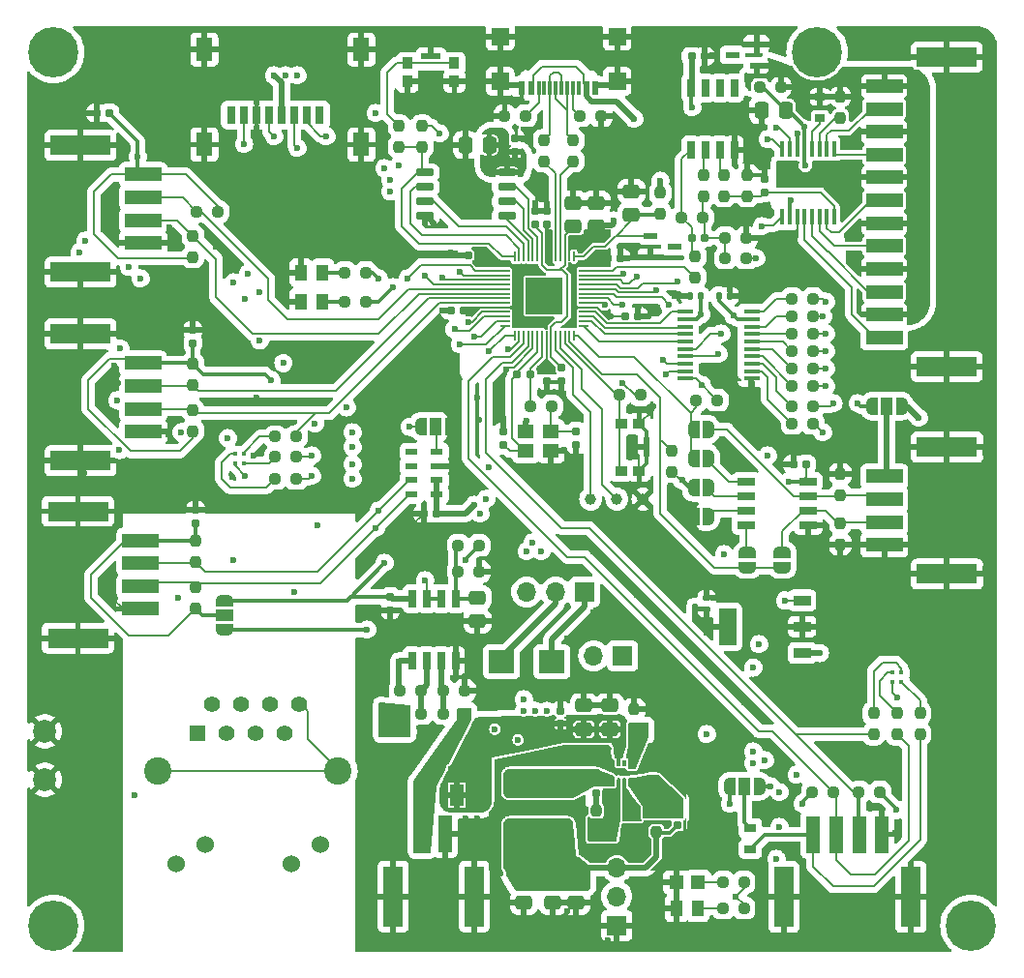
<source format=gbr>
%TF.GenerationSoftware,KiCad,Pcbnew,8.0.0*%
%TF.CreationDate,2024-04-11T21:11:56+02:00*%
%TF.ProjectId,BalloonMotherboardV4,42616c6c-6f6f-46e4-9d6f-74686572626f,rev?*%
%TF.SameCoordinates,Original*%
%TF.FileFunction,Copper,L1,Top*%
%TF.FilePolarity,Positive*%
%FSLAX46Y46*%
G04 Gerber Fmt 4.6, Leading zero omitted, Abs format (unit mm)*
G04 Created by KiCad (PCBNEW 8.0.0) date 2024-04-11 21:11:56*
%MOMM*%
%LPD*%
G01*
G04 APERTURE LIST*
G04 Aperture macros list*
%AMRoundRect*
0 Rectangle with rounded corners*
0 $1 Rounding radius*
0 $2 $3 $4 $5 $6 $7 $8 $9 X,Y pos of 4 corners*
0 Add a 4 corners polygon primitive as box body*
4,1,4,$2,$3,$4,$5,$6,$7,$8,$9,$2,$3,0*
0 Add four circle primitives for the rounded corners*
1,1,$1+$1,$2,$3*
1,1,$1+$1,$4,$5*
1,1,$1+$1,$6,$7*
1,1,$1+$1,$8,$9*
0 Add four rect primitives between the rounded corners*
20,1,$1+$1,$2,$3,$4,$5,0*
20,1,$1+$1,$4,$5,$6,$7,0*
20,1,$1+$1,$6,$7,$8,$9,0*
20,1,$1+$1,$8,$9,$2,$3,0*%
%AMFreePoly0*
4,1,19,0.550000,-0.750000,0.000000,-0.750000,0.000000,-0.744911,-0.071157,-0.744911,-0.207708,-0.704816,-0.327430,-0.627875,-0.420627,-0.520320,-0.479746,-0.390866,-0.500000,-0.250000,-0.500000,0.250000,-0.479746,0.390866,-0.420627,0.520320,-0.327430,0.627875,-0.207708,0.704816,-0.071157,0.744911,0.000000,0.744911,0.000000,0.750000,0.550000,0.750000,0.550000,-0.750000,0.550000,-0.750000,
$1*%
%AMFreePoly1*
4,1,19,0.000000,0.744911,0.071157,0.744911,0.207708,0.704816,0.327430,0.627875,0.420627,0.520320,0.479746,0.390866,0.500000,0.250000,0.500000,-0.250000,0.479746,-0.390866,0.420627,-0.520320,0.327430,-0.627875,0.207708,-0.704816,0.071157,-0.744911,0.000000,-0.744911,0.000000,-0.750000,-0.550000,-0.750000,-0.550000,0.750000,0.000000,0.750000,0.000000,0.744911,0.000000,0.744911,
$1*%
%AMFreePoly2*
4,1,19,0.500000,-0.750000,0.000000,-0.750000,0.000000,-0.744911,-0.071157,-0.744911,-0.207708,-0.704816,-0.327430,-0.627875,-0.420627,-0.520320,-0.479746,-0.390866,-0.500000,-0.250000,-0.500000,0.250000,-0.479746,0.390866,-0.420627,0.520320,-0.327430,0.627875,-0.207708,0.704816,-0.071157,0.744911,0.000000,0.744911,0.000000,0.750000,0.500000,0.750000,0.500000,-0.750000,0.500000,-0.750000,
$1*%
%AMFreePoly3*
4,1,19,0.000000,0.744911,0.071157,0.744911,0.207708,0.704816,0.327430,0.627875,0.420627,0.520320,0.479746,0.390866,0.500000,0.250000,0.500000,-0.250000,0.479746,-0.390866,0.420627,-0.520320,0.327430,-0.627875,0.207708,-0.704816,0.071157,-0.744911,0.000000,-0.744911,0.000000,-0.750000,-0.500000,-0.750000,-0.500000,0.750000,0.000000,0.750000,0.000000,0.744911,0.000000,0.744911,
$1*%
G04 Aperture macros list end*
%TA.AperFunction,SMDPad,CuDef*%
%ADD10R,0.950000X0.700000*%
%TD*%
%TA.AperFunction,SMDPad,CuDef*%
%ADD11RoundRect,0.237500X0.237500X-0.250000X0.237500X0.250000X-0.237500X0.250000X-0.237500X-0.250000X0*%
%TD*%
%TA.AperFunction,SMDPad,CuDef*%
%ADD12C,1.000000*%
%TD*%
%TA.AperFunction,SMDPad,CuDef*%
%ADD13RoundRect,0.237500X-0.237500X0.250000X-0.237500X-0.250000X0.237500X-0.250000X0.237500X0.250000X0*%
%TD*%
%TA.AperFunction,SMDPad,CuDef*%
%ADD14RoundRect,0.155000X-0.155000X0.212500X-0.155000X-0.212500X0.155000X-0.212500X0.155000X0.212500X0*%
%TD*%
%TA.AperFunction,SMDPad,CuDef*%
%ADD15R,3.200000X1.200000*%
%TD*%
%TA.AperFunction,SMDPad,CuDef*%
%ADD16R,5.300000X1.700000*%
%TD*%
%TA.AperFunction,SMDPad,CuDef*%
%ADD17R,1.200000X3.200000*%
%TD*%
%TA.AperFunction,SMDPad,CuDef*%
%ADD18R,1.700000X5.300000*%
%TD*%
%TA.AperFunction,SMDPad,CuDef*%
%ADD19R,0.400000X0.400000*%
%TD*%
%TA.AperFunction,SMDPad,CuDef*%
%ADD20RoundRect,0.250000X-0.475000X0.337500X-0.475000X-0.337500X0.475000X-0.337500X0.475000X0.337500X0*%
%TD*%
%TA.AperFunction,SMDPad,CuDef*%
%ADD21RoundRect,0.160000X-0.197500X-0.160000X0.197500X-0.160000X0.197500X0.160000X-0.197500X0.160000X0*%
%TD*%
%TA.AperFunction,ComponentPad*%
%ADD22R,1.400000X1.400000*%
%TD*%
%TA.AperFunction,ComponentPad*%
%ADD23C,1.400000*%
%TD*%
%TA.AperFunction,ComponentPad*%
%ADD24C,1.530000*%
%TD*%
%TA.AperFunction,ComponentPad*%
%ADD25C,2.400000*%
%TD*%
%TA.AperFunction,ComponentPad*%
%ADD26C,0.700000*%
%TD*%
%TA.AperFunction,ComponentPad*%
%ADD27C,4.400000*%
%TD*%
%TA.AperFunction,SMDPad,CuDef*%
%ADD28RoundRect,0.250000X0.475000X-0.337500X0.475000X0.337500X-0.475000X0.337500X-0.475000X-0.337500X0*%
%TD*%
%TA.AperFunction,SMDPad,CuDef*%
%ADD29RoundRect,0.250000X-0.337500X-0.475000X0.337500X-0.475000X0.337500X0.475000X-0.337500X0.475000X0*%
%TD*%
%TA.AperFunction,SMDPad,CuDef*%
%ADD30R,0.450000X1.475000*%
%TD*%
%TA.AperFunction,SMDPad,CuDef*%
%ADD31RoundRect,0.155000X0.212500X0.155000X-0.212500X0.155000X-0.212500X-0.155000X0.212500X-0.155000X0*%
%TD*%
%TA.AperFunction,SMDPad,CuDef*%
%ADD32RoundRect,0.140000X0.140000X0.170000X-0.140000X0.170000X-0.140000X-0.170000X0.140000X-0.170000X0*%
%TD*%
%TA.AperFunction,SMDPad,CuDef*%
%ADD33R,0.650000X1.528000*%
%TD*%
%TA.AperFunction,SMDPad,CuDef*%
%ADD34RoundRect,0.237500X-0.250000X-0.237500X0.250000X-0.237500X0.250000X0.237500X-0.250000X0.237500X0*%
%TD*%
%TA.AperFunction,SMDPad,CuDef*%
%ADD35RoundRect,0.237500X0.250000X0.237500X-0.250000X0.237500X-0.250000X-0.237500X0.250000X-0.237500X0*%
%TD*%
%TA.AperFunction,SMDPad,CuDef*%
%ADD36R,1.300000X1.150000*%
%TD*%
%TA.AperFunction,SMDPad,CuDef*%
%ADD37RoundRect,0.155000X0.155000X-0.212500X0.155000X0.212500X-0.155000X0.212500X-0.155000X-0.212500X0*%
%TD*%
%TA.AperFunction,SMDPad,CuDef*%
%ADD38R,0.300000X0.475000*%
%TD*%
%TA.AperFunction,ComponentPad*%
%ADD39C,2.000000*%
%TD*%
%TA.AperFunction,SMDPad,CuDef*%
%ADD40RoundRect,0.140000X-0.140000X-0.170000X0.140000X-0.170000X0.140000X0.170000X-0.140000X0.170000X0*%
%TD*%
%TA.AperFunction,SMDPad,CuDef*%
%ADD41FreePoly0,180.000000*%
%TD*%
%TA.AperFunction,SMDPad,CuDef*%
%ADD42R,1.000000X1.500000*%
%TD*%
%TA.AperFunction,SMDPad,CuDef*%
%ADD43FreePoly1,180.000000*%
%TD*%
%TA.AperFunction,SMDPad,CuDef*%
%ADD44RoundRect,0.155000X-0.212500X-0.155000X0.212500X-0.155000X0.212500X0.155000X-0.212500X0.155000X0*%
%TD*%
%TA.AperFunction,SMDPad,CuDef*%
%ADD45R,1.070000X0.770000*%
%TD*%
%TA.AperFunction,SMDPad,CuDef*%
%ADD46RoundRect,0.250000X0.337500X0.475000X-0.337500X0.475000X-0.337500X-0.475000X0.337500X-0.475000X0*%
%TD*%
%TA.AperFunction,SMDPad,CuDef*%
%ADD47R,1.250000X0.600000*%
%TD*%
%TA.AperFunction,SMDPad,CuDef*%
%ADD48FreePoly2,0.000000*%
%TD*%
%TA.AperFunction,SMDPad,CuDef*%
%ADD49FreePoly3,0.000000*%
%TD*%
%TA.AperFunction,SMDPad,CuDef*%
%ADD50R,0.600000X1.150000*%
%TD*%
%TA.AperFunction,SMDPad,CuDef*%
%ADD51R,0.300000X1.150000*%
%TD*%
%TA.AperFunction,SMDPad,CuDef*%
%ADD52R,1.500000X1.500000*%
%TD*%
%TA.AperFunction,SMDPad,CuDef*%
%ADD53R,1.000000X0.900000*%
%TD*%
%TA.AperFunction,SMDPad,CuDef*%
%ADD54R,0.550000X1.700000*%
%TD*%
%TA.AperFunction,SMDPad,CuDef*%
%ADD55FreePoly0,0.000000*%
%TD*%
%TA.AperFunction,SMDPad,CuDef*%
%ADD56FreePoly1,0.000000*%
%TD*%
%TA.AperFunction,SMDPad,CuDef*%
%ADD57R,1.528000X0.650000*%
%TD*%
%TA.AperFunction,SMDPad,CuDef*%
%ADD58R,2.250000X2.050000*%
%TD*%
%TA.AperFunction,SMDPad,CuDef*%
%ADD59R,1.500000X0.900000*%
%TD*%
%TA.AperFunction,SMDPad,CuDef*%
%ADD60R,1.500000X3.200000*%
%TD*%
%TA.AperFunction,SMDPad,CuDef*%
%ADD61R,1.000000X1.450000*%
%TD*%
%TA.AperFunction,SMDPad,CuDef*%
%ADD62RoundRect,0.150000X-0.650000X-0.150000X0.650000X-0.150000X0.650000X0.150000X-0.650000X0.150000X0*%
%TD*%
%TA.AperFunction,SMDPad,CuDef*%
%ADD63R,1.200000X1.850000*%
%TD*%
%TA.AperFunction,SMDPad,CuDef*%
%ADD64R,1.400000X1.200000*%
%TD*%
%TA.AperFunction,SMDPad,CuDef*%
%ADD65FreePoly2,90.000000*%
%TD*%
%TA.AperFunction,SMDPad,CuDef*%
%ADD66FreePoly3,90.000000*%
%TD*%
%TA.AperFunction,ComponentPad*%
%ADD67R,1.700000X1.700000*%
%TD*%
%TA.AperFunction,ComponentPad*%
%ADD68O,1.700000X1.700000*%
%TD*%
%TA.AperFunction,SMDPad,CuDef*%
%ADD69FreePoly2,270.000000*%
%TD*%
%TA.AperFunction,SMDPad,CuDef*%
%ADD70FreePoly3,270.000000*%
%TD*%
%TA.AperFunction,SMDPad,CuDef*%
%ADD71R,1.100000X0.600000*%
%TD*%
%TA.AperFunction,SMDPad,CuDef*%
%ADD72R,0.850000X0.200000*%
%TD*%
%TA.AperFunction,SMDPad,CuDef*%
%ADD73R,0.200000X0.850000*%
%TD*%
%TA.AperFunction,SMDPad,CuDef*%
%ADD74R,3.200000X3.200000*%
%TD*%
%TA.AperFunction,SMDPad,CuDef*%
%ADD75FreePoly2,180.000000*%
%TD*%
%TA.AperFunction,SMDPad,CuDef*%
%ADD76FreePoly3,180.000000*%
%TD*%
%TA.AperFunction,SMDPad,CuDef*%
%ADD77FreePoly0,270.000000*%
%TD*%
%TA.AperFunction,SMDPad,CuDef*%
%ADD78R,1.500000X1.000000*%
%TD*%
%TA.AperFunction,SMDPad,CuDef*%
%ADD79FreePoly1,270.000000*%
%TD*%
%TA.AperFunction,SMDPad,CuDef*%
%ADD80R,0.800000X1.500000*%
%TD*%
%TA.AperFunction,SMDPad,CuDef*%
%ADD81R,1.450000X2.000000*%
%TD*%
%TA.AperFunction,SMDPad,CuDef*%
%ADD82R,0.900000X1.000000*%
%TD*%
%TA.AperFunction,SMDPad,CuDef*%
%ADD83R,1.700000X0.550000*%
%TD*%
%TA.AperFunction,SMDPad,CuDef*%
%ADD84RoundRect,0.140000X0.170000X-0.140000X0.170000X0.140000X-0.170000X0.140000X-0.170000X-0.140000X0*%
%TD*%
%TA.AperFunction,SMDPad,CuDef*%
%ADD85R,5.500000X1.450000*%
%TD*%
%TA.AperFunction,SMDPad,CuDef*%
%ADD86R,1.475000X0.450000*%
%TD*%
%TA.AperFunction,ViaPad*%
%ADD87C,0.600000*%
%TD*%
%TA.AperFunction,Conductor*%
%ADD88C,0.300000*%
%TD*%
%TA.AperFunction,Conductor*%
%ADD89C,0.500000*%
%TD*%
%TA.AperFunction,Conductor*%
%ADD90C,0.200000*%
%TD*%
G04 APERTURE END LIST*
D10*
%TO.P,RT0,1*%
%TO.N,Net-(MUX0-S5)*%
X90170000Y-42810000D03*
%TO.P,RT0,2*%
%TO.N,/Sensors/ntc+*%
X90170000Y-41010000D03*
%TD*%
D11*
%TO.P,R43,1*%
%TO.N,/Sensors/op-*%
X80010000Y-49680500D03*
%TO.P,R43,2*%
%TO.N,Net-(OP1A--)*%
X80010000Y-47855500D03*
%TD*%
D12*
%TO.P,TP0,1,1*%
%TO.N,/Prozessor/SWCLK*%
X70104000Y-76200000D03*
%TD*%
D13*
%TO.P,R33,1*%
%TO.N,/Prozessor/USB_D+*%
X66040000Y-44807500D03*
%TO.P,R33,2*%
%TO.N,Net-(uC1-USB_DP)*%
X66040000Y-46632500D03*
%TD*%
D14*
%TO.P,C35,1*%
%TO.N,+1V1*%
X67564000Y-64710500D03*
%TO.P,C35,2*%
%TO.N,GND*%
X67564000Y-65845500D03*
%TD*%
D11*
%TO.P,R47,1*%
%TO.N,/Prozessor/vol_Temp*%
X79248000Y-56792500D03*
%TO.P,R47,2*%
%TO.N,Net-(C39-Pad1)*%
X79248000Y-54967500D03*
%TD*%
D15*
%TO.P,GPIO1,1,1*%
%TO.N,GND*%
X30951000Y-70310000D03*
%TO.P,GPIO1,2,2*%
%TO.N,/Prozessor/scl2*%
X30951000Y-68310000D03*
%TO.P,GPIO1,3,3*%
%TO.N,/Prozessor/sda2*%
X30951000Y-66310000D03*
%TO.P,GPIO1,4,4*%
%TO.N,/3V3_rest*%
X30951000Y-64310000D03*
D16*
%TO.P,GPIO1,5,5*%
%TO.N,GND*%
X25471000Y-61760000D03*
%TO.P,GPIO1,6,6*%
X25471000Y-72860000D03*
%TD*%
D13*
%TO.P,R35,1*%
%TO.N,/Power/3V3_uC*%
X76200000Y-49401000D03*
%TO.P,R35,2*%
%TO.N,Net-(Vref0-K)*%
X76200000Y-51226000D03*
%TD*%
D17*
%TO.P,Ox0,1,1*%
%TO.N,GND*%
X95578347Y-105550000D03*
%TO.P,Ox0,2,2*%
%TO.N,/Prozessor/scloxy*%
X93578347Y-105550000D03*
%TO.P,Ox0,3,3*%
%TO.N,/Prozessor/sdaoxy*%
X91578347Y-105550000D03*
%TO.P,Ox0,4,4*%
%TO.N,/Sensors/Vox*%
X89578347Y-105550000D03*
D18*
%TO.P,Ox0,5,5*%
%TO.N,GND*%
X87028347Y-111030000D03*
%TO.P,Ox0,6,6*%
X98128347Y-111030000D03*
%TD*%
D19*
%TO.P,LED1,1,A*%
%TO.N,/3V3_rest*%
X96496347Y-92197000D03*
%TO.P,LED1,2,RK*%
%TO.N,Net-(LED1-RK)*%
X96496347Y-91397000D03*
%TO.P,LED1,3,BK*%
%TO.N,Net-(LED1-BK)*%
X97296347Y-91397000D03*
%TO.P,LED1,4,GK*%
%TO.N,Net-(LED1-GK)*%
X97296347Y-92197000D03*
%TD*%
D20*
%TO.P,C14,1*%
%TO.N,GND*%
X71794000Y-94275500D03*
%TO.P,C14,2*%
%TO.N,+28V*%
X71794000Y-96350500D03*
%TD*%
D21*
%TO.P,R25,1*%
%TO.N,/Prozessor/XIN*%
X63664500Y-65278000D03*
%TO.P,R25,2*%
%TO.N,/Prozessor/XOUT*%
X64859500Y-65278000D03*
%TD*%
D22*
%TO.P,J1,1,TD+*%
%TO.N,/EthernetaSD/TXP*%
X35707000Y-96674000D03*
D23*
%TO.P,J1,2,TCT*%
%TO.N,/EthernetaSD/TCT*%
X36977000Y-94134000D03*
%TO.P,J1,3,TD-*%
%TO.N,/EthernetaSD/TXN*%
X38247000Y-96674000D03*
%TO.P,J1,4,RD+*%
%TO.N,/EthernetaSD/RXP*%
X39517000Y-94134000D03*
%TO.P,J1,5,RCT*%
%TO.N,/EthernetaSD/RCT*%
X40787000Y-96674000D03*
%TO.P,J1,6,RD-*%
%TO.N,/EthernetaSD/RXN*%
X42057000Y-94134000D03*
%TO.P,J1,7,NC*%
%TO.N,unconnected-(J1-NC-Pad7)*%
X43327000Y-96674000D03*
%TO.P,J1,8*%
%TO.N,Net-(C61-Pad2)*%
X44597000Y-94134000D03*
D24*
%TO.P,J1,9*%
%TO.N,Net-(J1-Pad9)*%
X33827000Y-108104000D03*
%TO.P,J1,10*%
%TO.N,/3V3lan*%
X36367000Y-106404000D03*
%TO.P,J1,11*%
%TO.N,Net-(J1-Pad11)*%
X43937000Y-108104000D03*
%TO.P,J1,12*%
%TO.N,/3V3lan*%
X46477000Y-106404000D03*
D25*
%TO.P,J1,13*%
%TO.N,Net-(C61-Pad2)*%
X32277000Y-99974000D03*
%TO.P,J1,14*%
X48027000Y-99974000D03*
%TD*%
D26*
%TO.P,H0,1*%
%TO.N,N/C*%
X21464000Y-37084000D03*
X21947274Y-35917274D03*
X21947274Y-38250726D03*
X23114000Y-35434000D03*
D27*
X23114000Y-37084000D03*
D26*
X23114000Y-38734000D03*
X24280726Y-35917274D03*
X24280726Y-38250726D03*
X24764000Y-37084000D03*
%TD*%
D28*
%TO.P,C36,1*%
%TO.N,Net-(Vref0-K)*%
X73660000Y-51351000D03*
%TO.P,C36,2*%
%TO.N,GND*%
X73660000Y-49276000D03*
%TD*%
D11*
%TO.P,R23,1*%
%TO.N,/Prozessor/QSPI_SS*%
X53340000Y-45362500D03*
%TO.P,R23,2*%
%TO.N,/Prozessor/~{USB_BOOT}*%
X53340000Y-43537500D03*
%TD*%
D29*
%TO.P,C22,1*%
%TO.N,GND*%
X59160500Y-45212000D03*
%TO.P,C22,2*%
%TO.N,/Power/3V3_uC*%
X61235500Y-45212000D03*
%TD*%
D30*
%TO.P,MUX0,1,A0*%
%TO.N,/Prozessor/A0*%
X86879000Y-51452000D03*
%TO.P,MUX0,2,EN*%
%TO.N,/3V3_rest*%
X87529000Y-51452000D03*
%TO.P,MUX0,3,VSS*%
%TO.N,GND*%
X88179000Y-51452000D03*
%TO.P,MUX0,4,S1*%
%TO.N,/Sensors/NTC0*%
X88829000Y-51452000D03*
%TO.P,MUX0,5,S2*%
%TO.N,/Sensors/NTC1*%
X89479000Y-51452000D03*
%TO.P,MUX0,6,S3*%
%TO.N,/Sensors/NTC2*%
X90129000Y-51452000D03*
%TO.P,MUX0,7,S4*%
%TO.N,/Sensors/NTC3*%
X90779000Y-51452000D03*
%TO.P,MUX0,8,D*%
%TO.N,/Sensors/ntc -*%
X91429000Y-51452000D03*
%TO.P,MUX0,9,S8*%
%TO.N,/Sensors/NTC4*%
X91429000Y-45576000D03*
%TO.P,MUX0,10,S7*%
%TO.N,/Sensors/NTC5*%
X90779000Y-45576000D03*
%TO.P,MUX0,11,S6*%
%TO.N,Net-(MUX0-S6)*%
X90129000Y-45576000D03*
%TO.P,MUX0,12,S5*%
%TO.N,Net-(MUX0-S5)*%
X89479000Y-45576000D03*
%TO.P,MUX0,13,VDD*%
%TO.N,/3V3_rest*%
X88829000Y-45576000D03*
%TO.P,MUX0,14,GND*%
%TO.N,GND*%
X88179000Y-45576000D03*
%TO.P,MUX0,15,A2*%
%TO.N,/Prozessor/A2*%
X87529000Y-45576000D03*
%TO.P,MUX0,16,A1*%
%TO.N,/Prozessor/A1*%
X86879000Y-45576000D03*
%TD*%
D28*
%TO.P,C9,1*%
%TO.N,GND*%
X73660000Y-105685500D03*
%TO.P,C9,2*%
%TO.N,/Power/SS*%
X73660000Y-103610500D03*
%TD*%
D14*
%TO.P,C17,1*%
%TO.N,GND*%
X67476000Y-94745500D03*
%TO.P,C17,2*%
%TO.N,+28V*%
X67476000Y-95880500D03*
%TD*%
%TO.P,C29,1*%
%TO.N,/Power/3V3_uC*%
X66294000Y-64710500D03*
%TO.P,C29,2*%
%TO.N,GND*%
X66294000Y-65845500D03*
%TD*%
D31*
%TO.P,C28,1*%
%TO.N,/Power/3V3_uC*%
X58987500Y-59690000D03*
%TO.P,C28,2*%
%TO.N,GND*%
X57852500Y-59690000D03*
%TD*%
D14*
%TO.P,C38,1*%
%TO.N,GND*%
X85344000Y-48200500D03*
%TO.P,C38,2*%
%TO.N,/Sensors/ntc -*%
X85344000Y-49335500D03*
%TD*%
D32*
%TO.P,C63,1*%
%TO.N,/3V3_rest*%
X79728000Y-58420000D03*
%TO.P,C63,2*%
%TO.N,GND*%
X78768000Y-58420000D03*
%TD*%
D33*
%TO.P,OP0,1*%
%TO.N,/Power/ADC_curr*%
X54483000Y-90341000D03*
%TO.P,OP0,2,-*%
%TO.N,/Power/in-1*%
X55753000Y-90341000D03*
%TO.P,OP0,3,+*%
%TO.N,/Power/in+1*%
X57023000Y-90341000D03*
%TO.P,OP0,4,V-*%
%TO.N,GND*%
X58293000Y-90341000D03*
%TO.P,OP0,5,+*%
%TO.N,/Power/in+2*%
X58293000Y-84919000D03*
%TO.P,OP0,6,-*%
%TO.N,/Power/ADC_volt*%
X57023000Y-84919000D03*
%TO.P,OP0,7*%
X55753000Y-84919000D03*
%TO.P,OP0,8,V+*%
%TO.N,/3V3_rest*%
X54483000Y-84919000D03*
%TD*%
D34*
%TO.P,R30,1*%
%TO.N,Net-(LED0-GK)*%
X42521500Y-72517000D03*
%TO.P,R30,2*%
%TO.N,/Prozessor/sda0*%
X44346500Y-72517000D03*
%TD*%
%TO.P,R36,1*%
%TO.N,/3V3_rest*%
X84939500Y-40132000D03*
%TO.P,R36,2*%
%TO.N,/Sensors/ntc+*%
X86764500Y-40132000D03*
%TD*%
D15*
%TO.P,GPIO0,1,1*%
%TO.N,GND*%
X30951000Y-53800000D03*
%TO.P,GPIO0,2,2*%
%TO.N,/Prozessor/scl1*%
X30951000Y-51800000D03*
%TO.P,GPIO0,3,3*%
%TO.N,/Prozessor/sda1*%
X30951000Y-49800000D03*
%TO.P,GPIO0,4,4*%
%TO.N,/3V3_rest*%
X30951000Y-47800000D03*
D16*
%TO.P,GPIO0,5,5*%
%TO.N,GND*%
X25471000Y-45250000D03*
%TO.P,GPIO0,6,6*%
X25471000Y-56350000D03*
%TD*%
D13*
%TO.P,R15,1*%
%TO.N,/Power/FB*%
X75858000Y-103481500D03*
%TO.P,R15,2*%
%TO.N,/Power/VBuck*%
X75858000Y-105306500D03*
%TD*%
D35*
%TO.P,R27,1*%
%TO.N,Net-(C25-Pad1)*%
X66698500Y-68072000D03*
%TO.P,R27,2*%
%TO.N,/Prozessor/XOUT*%
X64873500Y-68072000D03*
%TD*%
D34*
%TO.P,R5,1*%
%TO.N,Net-(uC0-A)*%
X48617500Y-58928000D03*
%TO.P,R5,2*%
%TO.N,/Power/3V3_uC*%
X50442500Y-58928000D03*
%TD*%
D36*
%TO.P,!bat0,1,K*%
%TO.N,Net-(!bat0-K)*%
X79502000Y-109728000D03*
%TO.P,!bat0,2,A*%
%TO.N,GND*%
X77602000Y-109728000D03*
%TD*%
D26*
%TO.P,H1,1*%
%TO.N,N/C*%
X88266000Y-37084000D03*
X88749274Y-35917274D03*
X88749274Y-38250726D03*
X89916000Y-35434000D03*
D27*
X89916000Y-37084000D03*
D26*
X89916000Y-38734000D03*
X91082726Y-35917274D03*
X91082726Y-38250726D03*
X91566000Y-37084000D03*
%TD*%
D11*
%TO.P,R18,1*%
%TO.N,/Prozessor/sda2*%
X35306000Y-66190500D03*
%TO.P,R18,2*%
%TO.N,/3V3_rest*%
X35306000Y-64365500D03*
%TD*%
D35*
%TO.P,R38,1*%
%TO.N,GND*%
X83716500Y-53340000D03*
%TO.P,R38,2*%
%TO.N,/Sensors/op-*%
X81891500Y-53340000D03*
%TD*%
D37*
%TO.P,C24,1*%
%TO.N,/Prozessor/XIN*%
X62484000Y-71433500D03*
%TO.P,C24,2*%
%TO.N,GND*%
X62484000Y-70298500D03*
%TD*%
D34*
%TO.P,R10,1*%
%TO.N,/Power/in+2*%
X58523500Y-82550000D03*
%TO.P,R10,2*%
%TO.N,GND*%
X60348500Y-82550000D03*
%TD*%
D33*
%TO.P,OP1,1*%
%TO.N,Net-(C39-Pad1)*%
X78867000Y-45637000D03*
%TO.P,OP1,2,-*%
%TO.N,Net-(OP1A--)*%
X80137000Y-45637000D03*
%TO.P,OP1,3,+*%
%TO.N,Net-(OP1A-+)*%
X81407000Y-45637000D03*
%TO.P,OP1,4,V-*%
%TO.N,GND*%
X82677000Y-45637000D03*
%TO.P,OP1,5,+*%
%TO.N,unconnected-(OP1B-+-Pad5)*%
X82677000Y-40215000D03*
%TO.P,OP1,6,-*%
%TO.N,unconnected-(OP1B---Pad6)*%
X81407000Y-40215000D03*
%TO.P,OP1,7*%
%TO.N,unconnected-(OP1-Pad7)*%
X80137000Y-40215000D03*
%TO.P,OP1,8,V+*%
%TO.N,/3V3_rest*%
X78867000Y-40215000D03*
%TD*%
D35*
%TO.P,R8,1*%
%TO.N,GND*%
X59078500Y-92964000D03*
%TO.P,R8,2*%
%TO.N,/Power/in+1*%
X57253500Y-92964000D03*
%TD*%
D38*
%TO.P,BUCK0,1,RT*%
%TO.N,/Power/RT*%
X73560000Y-99301000D03*
%TO.P,BUCK0,2,EN*%
%TO.N,unconnected-(BUCK0-EN-Pad2)*%
X73060000Y-99301000D03*
%TO.P,BUCK0,3,VIN*%
%TO.N,+28V*%
X72560000Y-99301000D03*
%TO.P,BUCK0,4,GND*%
%TO.N,GND*%
X72060000Y-99301000D03*
%TO.P,BUCK0,5,SW*%
%TO.N,/Power/SW*%
X72060000Y-100977000D03*
%TO.P,BUCK0,6,BST*%
%TO.N,/Power/BST*%
X72560000Y-100977000D03*
%TO.P,BUCK0,7,SS*%
%TO.N,/Power/SS*%
X73060000Y-100977000D03*
%TO.P,BUCK0,8,FB*%
%TO.N,/Power/FB*%
X73560000Y-100977000D03*
%TD*%
D31*
%TO.P,C19,1*%
%TO.N,/3V3_rest*%
X27999500Y-42418000D03*
%TO.P,C19,2*%
%TO.N,GND*%
X26864500Y-42418000D03*
%TD*%
D39*
%TO.P,TPGND0,1,1*%
%TO.N,GND*%
X22352000Y-96520000D03*
%TD*%
D11*
%TO.P,R49,1*%
%TO.N,GND*%
X91948000Y-80160500D03*
%TO.P,R49,2*%
%TO.N,/Sensors/A*%
X91948000Y-78335500D03*
%TD*%
D37*
%TO.P,C20,1*%
%TO.N,/3V3_rest*%
X35306000Y-62543500D03*
%TO.P,C20,2*%
%TO.N,GND*%
X35306000Y-61408500D03*
%TD*%
D15*
%TO.P,RS-0,1,1*%
%TO.N,Net-(JP9-C)*%
X95795000Y-74216000D03*
%TO.P,RS-0,2,2*%
%TO.N,/Sensors/B*%
X95795000Y-76216000D03*
%TO.P,RS-0,3,3*%
%TO.N,/Sensors/A*%
X95795000Y-78216000D03*
%TO.P,RS-0,4,4*%
%TO.N,GND*%
X95795000Y-80216000D03*
D16*
%TO.P,RS-0,5,5*%
X101275000Y-82766000D03*
%TO.P,RS-0,6,6*%
X101275000Y-71666000D03*
%TD*%
D40*
%TO.P,C67,1*%
%TO.N,/5V*%
X81308000Y-58420000D03*
%TO.P,C67,2*%
%TO.N,GND*%
X82268000Y-58420000D03*
%TD*%
D41*
%TO.P,JPVOX0,1,A*%
%TO.N,GND*%
X57858000Y-69844000D03*
D42*
%TO.P,JPVOX0,2,C*%
%TO.N,Net-(BAR0-CSB_1)*%
X56558000Y-69844000D03*
D43*
%TO.P,JPVOX0,3,B*%
%TO.N,/3V3_rest*%
X55258000Y-69844000D03*
%TD*%
D14*
%TO.P,C10,1*%
%TO.N,/Power/SW*%
X70612000Y-100778500D03*
%TO.P,C10,2*%
%TO.N,Net-(C10-Pad2)*%
X70612000Y-101913500D03*
%TD*%
D20*
%TO.P,C15,1*%
%TO.N,GND*%
X69508000Y-94275500D03*
%TO.P,C15,2*%
%TO.N,+28V*%
X69508000Y-96350500D03*
%TD*%
D34*
%TO.P,R17,1*%
%TO.N,/Prozessor/sda1*%
X35663500Y-51054000D03*
%TO.P,R17,2*%
%TO.N,/3V3_rest*%
X37488500Y-51054000D03*
%TD*%
D35*
%TO.P,R78,1*%
%TO.N,Net-(H7-IN)*%
X89558500Y-60198000D03*
%TO.P,R78,2*%
%TO.N,/Heater/H:3*%
X87733500Y-60198000D03*
%TD*%
D26*
%TO.P,H2,1*%
%TO.N,N/C*%
X101728000Y-113538000D03*
X102211274Y-112371274D03*
X102211274Y-114704726D03*
X103378000Y-111888000D03*
D27*
X103378000Y-113538000D03*
D26*
X103378000Y-115188000D03*
X104544726Y-112371274D03*
X104544726Y-114704726D03*
X105028000Y-113538000D03*
%TD*%
D44*
%TO.P,C31,1*%
%TO.N,/Power/3V3_uC*%
X71568500Y-55118000D03*
%TO.P,C31,2*%
%TO.N,GND*%
X72703500Y-55118000D03*
%TD*%
D45*
%TO.P,F0,1*%
%TO.N,/Sensors/Vox*%
X84074000Y-106818000D03*
%TO.P,F0,2*%
%TO.N,Net-(JPVOX1-C)*%
X84074000Y-105018000D03*
%TD*%
D46*
%TO.P,C40,1*%
%TO.N,/3V3_rest*%
X87143500Y-42164000D03*
%TO.P,C40,2*%
%TO.N,GND*%
X85068500Y-42164000D03*
%TD*%
D47*
%TO.P,Vref0,1,K*%
%TO.N,Net-(Vref0-K)*%
X75320676Y-53152000D03*
%TO.P,Vref0,2,A*%
%TO.N,GND*%
X75320676Y-55052000D03*
%TO.P,Vref0,3*%
%TO.N,N/C*%
X77420676Y-54102000D03*
%TD*%
D48*
%TO.P,JP6,1,A*%
%TO.N,/3V3_rest*%
X79106000Y-75184000D03*
D49*
%TO.P,JP6,2,B*%
%TO.N,Net-(JP6-B)*%
X80406000Y-75184000D03*
%TD*%
D50*
%TO.P,USB_C0,A1,GND_1*%
%TO.N,GND*%
X70510000Y-40220000D03*
%TO.P,USB_C0,A4,VBUS_1*%
%TO.N,/Power/V_usb*%
X69710000Y-40220000D03*
D51*
%TO.P,USB_C0,A5,CC1*%
%TO.N,Net-(USB_C0-CC1)*%
X68560000Y-40220000D03*
%TO.P,USB_C0,A6,DP1*%
%TO.N,/Prozessor/USB_D+*%
X67560000Y-40220000D03*
%TO.P,USB_C0,A7,DN1*%
%TO.N,/Prozessor/USB_D-*%
X67060000Y-40220000D03*
%TO.P,USB_C0,A8,SBU1*%
%TO.N,unconnected-(USB_C0-SBU1-PadA8)*%
X66060000Y-40220000D03*
D50*
%TO.P,USB_C0,A9,VBUS_2*%
%TO.N,/Power/V_usb*%
X64910000Y-40220000D03*
%TO.P,USB_C0,A12,GND_2*%
%TO.N,GND*%
X64110000Y-40220000D03*
D51*
%TO.P,USB_C0,B5,CC2*%
%TO.N,Net-(USB_C0-CC2)*%
X65560000Y-40220000D03*
%TO.P,USB_C0,B6,DP2*%
%TO.N,/Prozessor/USB_D+*%
X66560000Y-40220000D03*
%TO.P,USB_C0,B7,DN2*%
%TO.N,/Prozessor/USB_D-*%
X68060000Y-40220000D03*
%TO.P,USB_C0,B8,SBU2*%
%TO.N,unconnected-(USB_C0-SBU2-PadB8)*%
X69060000Y-40220000D03*
D52*
%TO.P,USB_C0,MP1,MP1*%
%TO.N,GND*%
X72430000Y-39645000D03*
%TO.P,USB_C0,MP2,MP2*%
X62190000Y-39645000D03*
%TO.P,USB_C0,MP3,MP3*%
X72430000Y-35715000D03*
%TO.P,USB_C0,MP4,MP4*%
X62190000Y-35715000D03*
%TD*%
D37*
%TO.P,C21,1*%
%TO.N,/Prozessor/GPIO0V*%
X35560000Y-78291500D03*
%TO.P,C21,2*%
%TO.N,GND*%
X35560000Y-77156500D03*
%TD*%
D53*
%TO.P,S_RES0,1,NO_1*%
%TO.N,GND*%
X74356500Y-73725250D03*
%TO.P,S_RES0,2,COM_1*%
%TO.N,/Prozessor/RUN*%
X72756500Y-73725250D03*
%TO.P,S_RES0,3,COM_2*%
X72756500Y-69625250D03*
%TO.P,S_RES0,4,NO_2*%
%TO.N,GND*%
X74356500Y-69625250D03*
D54*
%TO.P,S_RES0,G1,GND*%
X74981500Y-71675250D03*
%TD*%
D37*
%TO.P,C32,1*%
%TO.N,+1V1*%
X65278000Y-52129500D03*
%TO.P,C32,2*%
%TO.N,GND*%
X65278000Y-50994500D03*
%TD*%
D11*
%TO.P,R42,1*%
%TO.N,/Prozessor/scloxy*%
X94864347Y-96773500D03*
%TO.P,R42,2*%
%TO.N,Net-(LED1-BK)*%
X94864347Y-94948500D03*
%TD*%
D39*
%TO.P,TPGND1,1,1*%
%TO.N,GND*%
X22352000Y-100760000D03*
%TD*%
D35*
%TO.P,R84,1*%
%TO.N,Net-(H11-IN)*%
X89558500Y-66294000D03*
%TO.P,R84,2*%
%TO.N,/Heater/H:7*%
X87733500Y-66294000D03*
%TD*%
D34*
%TO.P,R46,1*%
%TO.N,/Prozessor/scloxy*%
X93575500Y-101854000D03*
%TO.P,R46,2*%
%TO.N,/3V3_rest*%
X95400500Y-101854000D03*
%TD*%
D11*
%TO.P,R87,1*%
%TO.N,Net-(MUX0-S6)*%
X91948000Y-42822500D03*
%TO.P,R87,2*%
%TO.N,/Sensors/ntc+*%
X91948000Y-40997500D03*
%TD*%
D55*
%TO.P,JPVOX1,1,A*%
%TO.N,/5V*%
X82266000Y-101346000D03*
D42*
%TO.P,JPVOX1,2,C*%
%TO.N,Net-(JPVOX1-C)*%
X83566000Y-101346000D03*
D56*
%TO.P,JPVOX1,3,B*%
%TO.N,/3V3_rest*%
X84866000Y-101346000D03*
%TD*%
D35*
%TO.P,R39,1*%
%TO.N,/5V*%
X83716500Y-55118000D03*
%TO.P,R39,2*%
%TO.N,/Sensors/op-*%
X81891500Y-55118000D03*
%TD*%
%TO.P,R9,1*%
%TO.N,+28V*%
X60348500Y-80264000D03*
%TO.P,R9,2*%
%TO.N,/Power/in+2*%
X58523500Y-80264000D03*
%TD*%
D11*
%TO.P,R40,1*%
%TO.N,/Prozessor/sdaoxy*%
X96896347Y-96773500D03*
%TO.P,R40,2*%
%TO.N,Net-(LED1-RK)*%
X96896347Y-94948500D03*
%TD*%
D26*
%TO.P,H3,1*%
%TO.N,N/C*%
X21464000Y-113538000D03*
X21947274Y-112371274D03*
X21947274Y-114704726D03*
X23114000Y-111888000D03*
D27*
X23114000Y-113538000D03*
D26*
X23114000Y-115188000D03*
X24280726Y-112371274D03*
X24280726Y-114704726D03*
X24764000Y-113538000D03*
%TD*%
D57*
%TO.P,RS0,1,RO*%
%TO.N,/Sensors/RX1_RS486*%
X83700805Y-74676000D03*
%TO.P,RS0,2,~{RE}*%
%TO.N,Net-(JP6-B)*%
X83700805Y-75946000D03*
%TO.P,RS0,3,DE*%
%TO.N,Net-(JP7-B)*%
X83700805Y-77216000D03*
%TO.P,RS0,4,DI*%
%TO.N,/Sensors/TX1_RS486*%
X83700805Y-78486000D03*
%TO.P,RS0,5,GND*%
%TO.N,GND*%
X89122805Y-78486000D03*
%TO.P,RS0,6,A*%
%TO.N,/Sensors/A*%
X89122805Y-77216000D03*
%TO.P,RS0,7,B*%
%TO.N,/Sensors/B*%
X89122805Y-75946000D03*
%TO.P,RS0,8,VCC*%
%TO.N,/3V3_rest*%
X89122805Y-74676000D03*
%TD*%
D20*
%TO.P,C34,1*%
%TO.N,GND*%
X68580000Y-50270500D03*
%TO.P,C34,2*%
%TO.N,+1V1*%
X68580000Y-52345500D03*
%TD*%
D58*
%TO.P,D0,1,K*%
%TO.N,/Power/VSys*%
X62316000Y-90424000D03*
%TO.P,D0,2,A*%
%TO.N,/Power/V_usb*%
X66716000Y-90424000D03*
%TD*%
D44*
%TO.P,C30,1*%
%TO.N,/Power/3V3_uC*%
X73092500Y-60198000D03*
%TO.P,C30,2*%
%TO.N,GND*%
X74227500Y-60198000D03*
%TD*%
D13*
%TO.P,R34,1*%
%TO.N,/Prozessor/USB_D-*%
X68580000Y-44807500D03*
%TO.P,R34,2*%
%TO.N,Net-(uC1-USB_DM)*%
X68580000Y-46632500D03*
%TD*%
%TO.P,R20,1*%
%TO.N,/Prozessor/scl1*%
X35306000Y-53189500D03*
%TO.P,R20,2*%
%TO.N,/3V3_rest*%
X35306000Y-55014500D03*
%TD*%
D59*
%TO.P,H11,1,OUT*%
%TO.N,Net-(H11-OUT)*%
X88594000Y-89676000D03*
%TO.P,H11,2,GND*%
%TO.N,GND*%
X88594000Y-87376000D03*
%TO.P,H11,3,IN*%
%TO.N,Net-(H11-IN)*%
X88594000Y-85076000D03*
D60*
%TO.P,H11,4,VS*%
%TO.N,/Heater/Vs_Heat*%
X82094000Y-87376000D03*
%TD*%
D34*
%TO.P,R13,1*%
%TO.N,/Power/ADC_curr*%
X53443500Y-92964000D03*
%TO.P,R13,2*%
%TO.N,/Power/in-1*%
X55268500Y-92964000D03*
%TD*%
D12*
%TO.P,TP1,1,1*%
%TO.N,/Prozessor/SWD*%
X72390000Y-76200000D03*
%TD*%
D37*
%TO.P,C23,1*%
%TO.N,/Power/3V3_uC*%
X63500000Y-45779500D03*
%TO.P,C23,2*%
%TO.N,GND*%
X63500000Y-44644500D03*
%TD*%
D34*
%TO.P,R32,1*%
%TO.N,GND*%
X62587500Y-42672000D03*
%TO.P,R32,2*%
%TO.N,Net-(USB_C0-CC2)*%
X64412500Y-42672000D03*
%TD*%
D35*
%TO.P,R83,1*%
%TO.N,Net-(H10-IN)*%
X89558500Y-64770000D03*
%TO.P,R83,2*%
%TO.N,/Heater/H:6*%
X87733500Y-64770000D03*
%TD*%
%TO.P,R12,1*%
%TO.N,/Power/in-1*%
X55268500Y-94996000D03*
%TO.P,R12,2*%
%TO.N,+28V*%
X53443500Y-94996000D03*
%TD*%
D11*
%TO.P,R37,1*%
%TO.N,/Sensors/ntc -*%
X83820000Y-49680500D03*
%TO.P,R37,2*%
%TO.N,GND*%
X83820000Y-47855500D03*
%TD*%
D19*
%TO.P,LED0,1,A*%
%TO.N,/3V3lan*%
X38970000Y-73044000D03*
%TO.P,LED0,2,RK*%
%TO.N,Net-(LED0-RK)*%
X38970000Y-72244000D03*
%TO.P,LED0,3,BK*%
%TO.N,Net-(LED0-BK)*%
X39770000Y-72244000D03*
%TO.P,LED0,4,GK*%
%TO.N,Net-(LED0-GK)*%
X39770000Y-73044000D03*
%TD*%
D48*
%TO.P,JP7,1,A*%
%TO.N,GND*%
X79106000Y-77724000D03*
D49*
%TO.P,JP7,2,B*%
%TO.N,Net-(JP7-B)*%
X80406000Y-77724000D03*
%TD*%
D13*
%TO.P,R50,1*%
%TO.N,GND*%
X91948000Y-74017500D03*
%TO.P,R50,2*%
%TO.N,/Sensors/B*%
X91948000Y-75842500D03*
%TD*%
%TO.P,R21,1*%
%TO.N,/Prozessor/scl2*%
X35306000Y-68429500D03*
%TO.P,R21,2*%
%TO.N,/3V3_rest*%
X35306000Y-70254500D03*
%TD*%
D35*
%TO.P,R79,1*%
%TO.N,Net-(H8-IN)*%
X89558500Y-61722000D03*
%TO.P,R79,2*%
%TO.N,/Heater/H:4*%
X87733500Y-61722000D03*
%TD*%
D17*
%TO.P,V_BAT0,1,Pin_1*%
%TO.N,/Power/v_bat*%
X55388000Y-105516000D03*
%TO.P,V_BAT0,2,Pin_2*%
%TO.N,GND*%
X57388000Y-105516000D03*
D18*
%TO.P,V_BAT0,3,Pin_3*%
X52838000Y-110996000D03*
%TO.P,V_BAT0,4,Pin_4*%
X59938000Y-110996000D03*
%TD*%
D61*
%TO.P,uC0,1,K*%
%TO.N,GND*%
X44770000Y-58928000D03*
%TO.P,uC0,2,A*%
%TO.N,Net-(uC0-A)*%
X46670000Y-58928000D03*
%TD*%
D62*
%TO.P,FLA0,1,~{CS}*%
%TO.N,/Prozessor/QSPI_SS*%
X55582000Y-47625000D03*
%TO.P,FLA0,2,DO(IO1)*%
%TO.N,/Prozessor/QSPI_SD1*%
X55582000Y-48895000D03*
%TO.P,FLA0,3,IO2*%
%TO.N,/Prozessor/QSPI_SD2*%
X55582000Y-50165000D03*
%TO.P,FLA0,4,GND*%
%TO.N,GND*%
X55582000Y-51435000D03*
%TO.P,FLA0,5,DI(IO0)*%
%TO.N,/Prozessor/QSPI_SD0*%
X62782000Y-51435000D03*
%TO.P,FLA0,6,CLK*%
%TO.N,/Prozessor/QSPI_SCLK*%
X62782000Y-50165000D03*
%TO.P,FLA0,7,IO3*%
%TO.N,/Prozessor/QSPI_SD3*%
X62782000Y-48895000D03*
%TO.P,FLA0,8,VCC*%
%TO.N,/Power/3V3_uC*%
X62782000Y-47625000D03*
%TD*%
D31*
%TO.P,C42,1*%
%TO.N,/3V3_rest*%
X88959500Y-73152000D03*
%TO.P,C42,2*%
%TO.N,GND*%
X87824500Y-73152000D03*
%TD*%
D61*
%TO.P,5sys0,1,K*%
%TO.N,GND*%
X44770000Y-56388000D03*
%TO.P,5sys0,2,A*%
%TO.N,Net-(5sys0-A)*%
X46670000Y-56388000D03*
%TD*%
D63*
%TO.P,R_shunt0,1,1*%
%TO.N,/Power/v_bat*%
X55396000Y-102108000D03*
%TO.P,R_shunt0,2,2*%
%TO.N,+28V*%
X58396000Y-102108000D03*
%TD*%
D13*
%TO.P,R16,1*%
%TO.N,GND*%
X75604000Y-99163500D03*
%TO.P,R16,2*%
%TO.N,/Power/FB*%
X75604000Y-100988500D03*
%TD*%
D14*
%TO.P,C25,1*%
%TO.N,Net-(C25-Pad1)*%
X68834000Y-70298500D03*
%TO.P,C25,2*%
%TO.N,GND*%
X68834000Y-71433500D03*
%TD*%
D61*
%TO.P,bat0,1,K*%
%TO.N,GND*%
X77602000Y-112014000D03*
%TO.P,bat0,2,A*%
%TO.N,Net-(bat0-A)*%
X79502000Y-112014000D03*
%TD*%
D64*
%TO.P,Y0,1,1*%
%TO.N,Net-(C25-Pad1)*%
X66632000Y-70270000D03*
%TO.P,Y0,2,2*%
%TO.N,GND*%
X64432000Y-70270000D03*
%TO.P,Y0,3,3*%
%TO.N,/Prozessor/XIN*%
X64432000Y-71970000D03*
%TO.P,Y0,4,4*%
%TO.N,GND*%
X66632000Y-71970000D03*
%TD*%
D34*
%TO.P,R86,1*%
%TO.N,/Prozessor/sclrs*%
X79351500Y-67564000D03*
%TO.P,R86,2*%
%TO.N,/3V3_rest*%
X81176500Y-67564000D03*
%TD*%
D65*
%TO.P,JP8,1,A*%
%TO.N,/Prozessor/sdars*%
X83820000Y-82184000D03*
D66*
%TO.P,JP8,2,B*%
%TO.N,/Sensors/TX1_RS486*%
X83820000Y-80884000D03*
%TD*%
D28*
%TO.P,C8,1*%
%TO.N,GND*%
X60198000Y-86889500D03*
%TO.P,C8,2*%
%TO.N,/Power/in+2*%
X60198000Y-84814500D03*
%TD*%
D31*
%TO.P,C26,1*%
%TO.N,/Power/3V3_uC*%
X60511500Y-54864000D03*
%TO.P,C26,2*%
%TO.N,GND*%
X59376500Y-54864000D03*
%TD*%
D28*
%TO.P,C16,1*%
%TO.N,GND*%
X66802000Y-111527500D03*
%TO.P,C16,2*%
%TO.N,/Power/VBuck*%
X66802000Y-109452500D03*
%TD*%
D44*
%TO.P,C39,1*%
%TO.N,Net-(C39-Pad1)*%
X78934500Y-53340000D03*
%TO.P,C39,2*%
%TO.N,/Sensors/op-*%
X80069500Y-53340000D03*
%TD*%
D11*
%TO.P,R85,1*%
%TO.N,/3V3_rest*%
X77216000Y-73810500D03*
%TO.P,R85,2*%
%TO.N,/Prozessor/sdars*%
X77216000Y-71985500D03*
%TD*%
%TO.P,R14,1*%
%TO.N,/Power/BST*%
X70612000Y-105306500D03*
%TO.P,R14,2*%
%TO.N,Net-(C10-Pad2)*%
X70612000Y-103481500D03*
%TD*%
D67*
%TO.P,JB_or_U0,1,Pin_1*%
%TO.N,/Power/V_usb*%
X69581000Y-84328000D03*
D68*
%TO.P,JB_or_U0,2,Pin_2*%
%TO.N,/Power/VSys*%
X67041000Y-84328000D03*
%TO.P,JB_or_U0,3,Pin_3*%
%TO.N,/Power/VBuck*%
X64501000Y-84328000D03*
%TD*%
D69*
%TO.P,JP4,1,A*%
%TO.N,/Sensors/A*%
X86868000Y-80884000D03*
D70*
%TO.P,JP4,2,B*%
%TO.N,/Prozessor/sdars*%
X86868000Y-82184000D03*
%TD*%
D71*
%TO.P,BAR0,1,VDD*%
%TO.N,/3V3_rest*%
X56642000Y-75809000D03*
%TO.P,BAR0,2,PS*%
X56642000Y-74559000D03*
%TO.P,BAR0,3,GND*%
%TO.N,GND*%
X56642000Y-73309000D03*
%TO.P,BAR0,4,CSB_1*%
%TO.N,Net-(BAR0-CSB_1)*%
X56642000Y-72059000D03*
%TO.P,BAR0,5,CSB_2*%
%TO.N,unconnected-(BAR0-CSB_2-Pad5)*%
X54442000Y-72059000D03*
%TO.P,BAR0,6,SDO*%
%TO.N,unconnected-(BAR0-SDO-Pad6)*%
X54442000Y-73309000D03*
%TO.P,BAR0,7,SDI/SDA*%
%TO.N,/Prozessor/sda0*%
X54442000Y-74559000D03*
%TO.P,BAR0,8,SCLK*%
%TO.N,/Prozessor/scl0*%
X54442000Y-75809000D03*
%TD*%
D72*
%TO.P,uC1,1,IOVDD_1*%
%TO.N,/Power/3V3_uC*%
X62590000Y-55820000D03*
%TO.P,uC1,2,GPIO0*%
%TO.N,/EthernetaSD/miso_sd*%
X62590000Y-56220000D03*
%TO.P,uC1,3,GPIO1*%
%TO.N,/EthernetaSD/cs_sd*%
X62590000Y-56620000D03*
%TO.P,uC1,4,GPIO2*%
%TO.N,/EthernetaSD/sck_sd*%
X62590000Y-57020000D03*
%TO.P,uC1,5,GPIO3*%
%TO.N,/EthernetaSD/mosi_sd*%
X62590000Y-57420000D03*
%TO.P,uC1,6,GPIO4*%
%TO.N,/Prozessor/sda1*%
X62590000Y-57820000D03*
%TO.P,uC1,7,GPIO5*%
%TO.N,/Prozessor/scl1*%
X62590000Y-58220000D03*
%TO.P,uC1,8,GPIO6*%
%TO.N,/Prozessor/sda2*%
X62590000Y-58620000D03*
%TO.P,uC1,9,GPIO7*%
%TO.N,/Prozessor/scl2*%
X62590000Y-59020000D03*
%TO.P,uC1,10,IOVDD_2*%
%TO.N,/Power/3V3_uC*%
X62590000Y-59420000D03*
%TO.P,uC1,11,GPIO8*%
%TO.N,/EthernetaSD/miso_lan*%
X62590000Y-59820000D03*
%TO.P,uC1,12,GPIO9*%
%TO.N,/EthernetaSD/cs_lan*%
X62590000Y-60220000D03*
%TO.P,uC1,13,GPIO10*%
%TO.N,/EthernetaSD/sck_lan*%
X62590000Y-60620000D03*
%TO.P,uC1,14,GPIO11*%
%TO.N,/EthernetaSD/mosi_lan*%
X62590000Y-61020000D03*
D73*
%TO.P,uC1,15,GPIO12*%
%TO.N,/Prozessor/sda0*%
X63440000Y-61870000D03*
%TO.P,uC1,16,GPIO13*%
%TO.N,/Prozessor/scl0*%
X63840000Y-61870000D03*
%TO.P,uC1,17,GPIO14*%
%TO.N,/Prozessor/sdaoxy*%
X64240000Y-61870000D03*
%TO.P,uC1,18,GPIO15*%
%TO.N,/Prozessor/scloxy*%
X64640000Y-61870000D03*
%TO.P,uC1,19,TESTEN*%
%TO.N,GND*%
X65040000Y-61870000D03*
%TO.P,uC1,20,XIN*%
%TO.N,/Prozessor/XIN*%
X65440000Y-61870000D03*
%TO.P,uC1,21,XOUT*%
%TO.N,/Prozessor/XOUT*%
X65840000Y-61870000D03*
%TO.P,uC1,22,IOVDD_3*%
%TO.N,/Power/3V3_uC*%
X66240000Y-61870000D03*
%TO.P,uC1,23,DVDD_1*%
%TO.N,+1V1*%
X66640000Y-61870000D03*
%TO.P,uC1,24,SWCLK*%
%TO.N,/Prozessor/SWCLK*%
X67040000Y-61870000D03*
%TO.P,uC1,25,SWDIO*%
%TO.N,/Prozessor/SWD*%
X67440000Y-61870000D03*
%TO.P,uC1,26,RUN*%
%TO.N,/Prozessor/RUN*%
X67840000Y-61870000D03*
%TO.P,uC1,27,GPIO16*%
%TO.N,/Prozessor/sdars*%
X68240000Y-61870000D03*
%TO.P,uC1,28,GPIO17*%
%TO.N,/Prozessor/sclrs*%
X68640000Y-61870000D03*
D72*
%TO.P,uC1,29,GPIO18*%
%TO.N,/Heater/H4*%
X69490000Y-61020000D03*
%TO.P,uC1,30,GPIO19*%
%TO.N,/Heater/H5*%
X69490000Y-60620000D03*
%TO.P,uC1,31,GPIO20*%
%TO.N,/Heater/H6*%
X69490000Y-60220000D03*
%TO.P,uC1,32,GPIO21*%
%TO.N,/Heater/H7*%
X69490000Y-59820000D03*
%TO.P,uC1,33,IOVDD_4*%
%TO.N,/Power/3V3_uC*%
X69490000Y-59420000D03*
%TO.P,uC1,34,GPIO22*%
%TO.N,Net-(JP2-C)*%
X69490000Y-59020000D03*
%TO.P,uC1,35,GPIO23*%
%TO.N,Net-(JP1-C)*%
X69490000Y-58620000D03*
%TO.P,uC1,36,GPIO24*%
%TO.N,/Prozessor/A0*%
X69490000Y-58220000D03*
%TO.P,uC1,37,GPIO25*%
%TO.N,/Prozessor/A1*%
X69490000Y-57820000D03*
%TO.P,uC1,38,GPIO26/ADC0*%
%TO.N,/Prozessor/A2*%
X69490000Y-57420000D03*
%TO.P,uC1,39,GPIO27/ADC1*%
%TO.N,/Power/ADC_curr*%
X69490000Y-57020000D03*
%TO.P,uC1,40,GPIO28/ADC2*%
%TO.N,/Power/ADC_volt*%
X69490000Y-56620000D03*
%TO.P,uC1,41,GPIO29/ADC3*%
%TO.N,/Prozessor/vol_Temp*%
X69490000Y-56220000D03*
%TO.P,uC1,42,IOVDD_5*%
%TO.N,/Power/3V3_uC*%
X69490000Y-55820000D03*
D73*
%TO.P,uC1,43,ADC_AVDD*%
%TO.N,Net-(Vref0-K)*%
X68640000Y-54970000D03*
%TO.P,uC1,44,VREG_VIN*%
%TO.N,/Power/3V3_uC*%
X68240000Y-54970000D03*
%TO.P,uC1,45,VREG_VOUT*%
%TO.N,+1V1*%
X67840000Y-54970000D03*
%TO.P,uC1,46,USB_DM*%
%TO.N,Net-(uC1-USB_DM)*%
X67440000Y-54970000D03*
%TO.P,uC1,47,USB_DP*%
%TO.N,Net-(uC1-USB_DP)*%
X67040000Y-54970000D03*
%TO.P,uC1,48,USB_VDD*%
%TO.N,/Power/3V3_uC*%
X66640000Y-54970000D03*
%TO.P,uC1,49,IOVDD_6*%
X66240000Y-54970000D03*
%TO.P,uC1,50,DVDD_2*%
%TO.N,+1V1*%
X65840000Y-54970000D03*
%TO.P,uC1,51,QSPI_SD3*%
%TO.N,/Prozessor/QSPI_SD3*%
X65440000Y-54970000D03*
%TO.P,uC1,52,QSPI_SCLK*%
%TO.N,/Prozessor/QSPI_SCLK*%
X65040000Y-54970000D03*
%TO.P,uC1,53,QSPI_SD0*%
%TO.N,/Prozessor/QSPI_SD0*%
X64640000Y-54970000D03*
%TO.P,uC1,54,QSPI_SD2*%
%TO.N,/Prozessor/QSPI_SD2*%
X64240000Y-54970000D03*
%TO.P,uC1,55,QSPI_SD1*%
%TO.N,/Prozessor/QSPI_SD1*%
X63840000Y-54970000D03*
%TO.P,uC1,56,QSPI_SS_N*%
%TO.N,/Prozessor/QSPI_SS*%
X63440000Y-54970000D03*
D74*
%TO.P,uC1,57,GND*%
%TO.N,GND*%
X66040000Y-58420000D03*
%TD*%
D37*
%TO.P,C27,1*%
%TO.N,/Power/3V3_uC*%
X66294000Y-52129500D03*
%TO.P,C27,2*%
%TO.N,GND*%
X66294000Y-50994500D03*
%TD*%
D75*
%TO.P,JP3,1,A*%
%TO.N,/Sensors/B*%
X80406000Y-70104000D03*
D76*
%TO.P,JP3,2,B*%
%TO.N,/Prozessor/sclrs*%
X79106000Y-70104000D03*
%TD*%
D13*
%TO.P,R24,1*%
%TO.N,/Power/3V3_uC*%
X55372000Y-43537500D03*
%TO.P,R24,2*%
%TO.N,/Prozessor/QSPI_SS*%
X55372000Y-45362500D03*
%TD*%
D77*
%TO.P,JP0,1,A*%
%TO.N,/3V3_rest*%
X38100000Y-85060000D03*
D78*
%TO.P,JP0,2,C*%
%TO.N,/Prozessor/GPIO0V*%
X38100000Y-86360000D03*
D79*
%TO.P,JP0,3,B*%
%TO.N,/5V*%
X38100000Y-87660000D03*
%TD*%
D13*
%TO.P,R22,1*%
%TO.N,/Prozessor/scl0*%
X35560000Y-83923500D03*
%TO.P,R22,2*%
%TO.N,/Prozessor/GPIO0V*%
X35560000Y-85748500D03*
%TD*%
D34*
%TO.P,R6,1*%
%TO.N,Net-(5sys0-A)*%
X48617500Y-56388000D03*
%TO.P,R6,2*%
%TO.N,/Power/VSys*%
X50442500Y-56388000D03*
%TD*%
D35*
%TO.P,R80,1*%
%TO.N,Net-(H9-IN)*%
X89558500Y-63246000D03*
%TO.P,R80,2*%
%TO.N,/Heater/H:5*%
X87733500Y-63246000D03*
%TD*%
D13*
%TO.P,R41,1*%
%TO.N,Net-(LED1-GK)*%
X98928347Y-94948500D03*
%TO.P,R41,2*%
%TO.N,/Sensors/Vox*%
X98928347Y-96773500D03*
%TD*%
D80*
%TO.P,SD0,1,DAT2*%
%TO.N,unconnected-(SD0-DAT2-Pad1)*%
X46380000Y-42578000D03*
%TO.P,SD0,2,DAT3/CD*%
%TO.N,/EthernetaSD/cs_sd*%
X45280000Y-42578000D03*
%TO.P,SD0,3,CMD*%
%TO.N,/EthernetaSD/mosi_sd*%
X44180000Y-42578000D03*
%TO.P,SD0,4,VDD*%
%TO.N,/3V3lan*%
X43080000Y-42578000D03*
%TO.P,SD0,5,CLK*%
%TO.N,/EthernetaSD/sck_sd*%
X41980000Y-42578000D03*
%TO.P,SD0,6,VSS*%
%TO.N,GND*%
X40880000Y-42578000D03*
%TO.P,SD0,7,DAT0*%
%TO.N,/EthernetaSD/miso_sd*%
X39780000Y-42578000D03*
%TO.P,SD0,8,DAT1*%
%TO.N,unconnected-(SD0-DAT1-Pad8)*%
X38680000Y-42578000D03*
D81*
%TO.P,SD0,MP1*%
%TO.N,GND*%
X50055000Y-45178000D03*
%TO.P,SD0,MP2*%
X36305000Y-45178000D03*
%TO.P,SD0,MP3*%
X50055000Y-36878000D03*
%TO.P,SD0,MP4*%
X36305000Y-36878000D03*
%TD*%
D13*
%TO.P,R44,1*%
%TO.N,Net-(OP1A-+)*%
X81788000Y-47855500D03*
%TO.P,R44,2*%
%TO.N,/Sensors/ntc -*%
X81788000Y-49680500D03*
%TD*%
D28*
%TO.P,C18,1*%
%TO.N,GND*%
X68834000Y-111527500D03*
%TO.P,C18,2*%
%TO.N,/Power/VBuck*%
X68834000Y-109452500D03*
%TD*%
D34*
%TO.P,R7,1*%
%TO.N,/Power/in+1*%
X57253500Y-94996000D03*
%TO.P,R7,2*%
%TO.N,/Power/v_bat*%
X59078500Y-94996000D03*
%TD*%
D35*
%TO.P,R31,1*%
%TO.N,/Prozessor/scl2*%
X44346500Y-70739000D03*
%TO.P,R31,2*%
%TO.N,Net-(LED0-BK)*%
X42521500Y-70739000D03*
%TD*%
D82*
%TO.P,S_BOOT0,1,NO_1*%
%TO.N,/Prozessor/~{USB_BOOT}*%
X58184000Y-38062000D03*
%TO.P,S_BOOT0,2,COM_1*%
%TO.N,GND*%
X58184000Y-39662000D03*
%TO.P,S_BOOT0,3,COM_2*%
X54084000Y-39662000D03*
%TO.P,S_BOOT0,4,NO_2*%
%TO.N,/Prozessor/~{USB_BOOT}*%
X54084000Y-38062000D03*
D83*
%TO.P,S_BOOT0,G1,GND*%
%TO.N,GND*%
X56134000Y-37437000D03*
%TD*%
D35*
%TO.P,R29,1*%
%TO.N,/Prozessor/scl0*%
X44346500Y-74422000D03*
%TO.P,R29,2*%
%TO.N,Net-(LED0-RK)*%
X42521500Y-74422000D03*
%TD*%
D28*
%TO.P,C13,1*%
%TO.N,GND*%
X64262000Y-111527500D03*
%TO.P,C13,2*%
%TO.N,/Power/VBuck*%
X64262000Y-109452500D03*
%TD*%
D35*
%TO.P,R48,1*%
%TO.N,/Prozessor/sdaoxy*%
X91336500Y-101854000D03*
%TO.P,R48,2*%
%TO.N,/3V3_rest*%
X89511500Y-101854000D03*
%TD*%
D15*
%TO.P,GPIO2,1,1*%
%TO.N,GND*%
X30734000Y-85820000D03*
%TO.P,GPIO2,2,2*%
%TO.N,/Prozessor/scl0*%
X30734000Y-83820000D03*
%TO.P,GPIO2,3,3*%
%TO.N,/Prozessor/sda0*%
X30734000Y-81820000D03*
%TO.P,GPIO2,4,4*%
%TO.N,/Prozessor/GPIO0V*%
X30734000Y-79820000D03*
D16*
%TO.P,GPIO2,5,5*%
%TO.N,GND*%
X25254000Y-77270000D03*
%TO.P,GPIO2,6,6*%
X25254000Y-88370000D03*
%TD*%
D84*
%TO.P,C68,1*%
%TO.N,/Heater/Vs_Heat*%
X80264000Y-85824000D03*
%TO.P,C68,2*%
%TO.N,GND*%
X80264000Y-84864000D03*
%TD*%
D11*
%TO.P,R11,1*%
%TO.N,/Power/RT*%
X73914000Y-96416500D03*
%TO.P,R11,2*%
%TO.N,GND*%
X73914000Y-94591500D03*
%TD*%
D47*
%TO.P,Vref1,1,K*%
%TO.N,/Sensors/ntc+*%
X84616000Y-38288000D03*
%TO.P,Vref1,2,A*%
%TO.N,GND*%
X84616000Y-36388000D03*
%TO.P,Vref1,3,NC*%
%TO.N,unconnected-(Vref1-NC-Pad3)*%
X82516000Y-37338000D03*
%TD*%
D12*
%TO.P,TP2,1,1*%
%TO.N,GND*%
X74676000Y-76200000D03*
%TD*%
D67*
%TO.P,JHEAT0,1,Pin_1*%
%TO.N,/Heater/Vs_Heat*%
X72903000Y-89916000D03*
D68*
%TO.P,JHEAT0,2,Pin_2*%
%TO.N,+28V*%
X70363000Y-89916000D03*
%TD*%
D11*
%TO.P,R19,1*%
%TO.N,/Prozessor/sda0*%
X35560000Y-81684500D03*
%TO.P,R19,2*%
%TO.N,/Prozessor/GPIO0V*%
X35560000Y-79859500D03*
%TD*%
D34*
%TO.P,R45,1*%
%TO.N,Net-(C39-Pad1)*%
X78081500Y-51562000D03*
%TO.P,R45,2*%
%TO.N,/Sensors/op-*%
X79906500Y-51562000D03*
%TD*%
D31*
%TO.P,C41,1*%
%TO.N,GND*%
X80069500Y-37449805D03*
%TO.P,C41,2*%
%TO.N,/3V3_rest*%
X78934500Y-37449805D03*
%TD*%
D15*
%TO.P,NTCs0,1,1*%
%TO.N,/Sensors/NTC0*%
X95784000Y-62054000D03*
%TO.P,NTCs0,2,2*%
%TO.N,/Sensors/ntc+*%
X95784000Y-60054000D03*
%TO.P,NTCs0,3,3*%
%TO.N,/Sensors/NTC1*%
X95784000Y-58054000D03*
%TO.P,NTCs0,4,4*%
%TO.N,/Sensors/ntc+*%
X95784000Y-56054000D03*
%TO.P,NTCs0,5,5*%
%TO.N,/Sensors/NTC2*%
X95784000Y-54054000D03*
%TO.P,NTCs0,6,6*%
%TO.N,/Sensors/ntc+*%
X95784000Y-52054000D03*
%TO.P,NTCs0,7,7*%
%TO.N,/Sensors/NTC3*%
X95784000Y-50054000D03*
%TO.P,NTCs0,8,8*%
%TO.N,/Sensors/ntc+*%
X95784000Y-48054000D03*
%TO.P,NTCs0,9,9*%
%TO.N,/Sensors/NTC4*%
X95784000Y-46054000D03*
%TO.P,NTCs0,10,10*%
%TO.N,/Sensors/ntc+*%
X95784000Y-44054000D03*
%TO.P,NTCs0,11,11*%
%TO.N,/Sensors/NTC5*%
X95784000Y-42054000D03*
%TO.P,NTCs0,12,12*%
%TO.N,/Sensors/ntc+*%
X95784000Y-40054000D03*
D16*
%TO.P,NTCs0,MP1,MP1*%
%TO.N,GND*%
X101264000Y-64604000D03*
%TO.P,NTCs0,MP2,MP2*%
X101264000Y-37504000D03*
%TD*%
D85*
%TO.P,L0,1*%
%TO.N,/Power/SW*%
X65532000Y-101124000D03*
%TO.P,L0,2*%
%TO.N,/Power/VBuck*%
X65532000Y-105124000D03*
%TD*%
D48*
%TO.P,JP5,1,A*%
%TO.N,/Prozessor/sclrs*%
X79106000Y-72644000D03*
D49*
%TO.P,JP5,2,B*%
%TO.N,/Sensors/RX1_RS486*%
X80406000Y-72644000D03*
%TD*%
D55*
%TO.P,JP9,1,A*%
%TO.N,+28V*%
X94712000Y-68072000D03*
D42*
%TO.P,JP9,2,C*%
%TO.N,Net-(JP9-C)*%
X96012000Y-68072000D03*
D56*
%TO.P,JP9,3,B*%
%TO.N,/5V*%
X97312000Y-68072000D03*
%TD*%
D44*
%TO.P,C37,1*%
%TO.N,GND*%
X55482500Y-77470000D03*
%TO.P,C37,2*%
%TO.N,/3V3_rest*%
X56617500Y-77470000D03*
%TD*%
D28*
%TO.P,C33,1*%
%TO.N,/Power/3V3_uC*%
X70612000Y-52345500D03*
%TO.P,C33,2*%
%TO.N,GND*%
X70612000Y-50270500D03*
%TD*%
D34*
%TO.P,R0,1*%
%TO.N,Net-(!bat0-K)*%
X81703500Y-109728000D03*
%TO.P,R0,2*%
%TO.N,+28V*%
X83528500Y-109728000D03*
%TD*%
D35*
%TO.P,R73,1*%
%TO.N,Net-(H5-IN)*%
X89558500Y-69596000D03*
%TO.P,R73,2*%
%TO.N,/Heater/H:1*%
X87733500Y-69596000D03*
%TD*%
D37*
%TO.P,C12,1*%
%TO.N,GND*%
X52578000Y-85911500D03*
%TO.P,C12,2*%
%TO.N,/3V3_rest*%
X52578000Y-84776500D03*
%TD*%
%TO.P,C11,1*%
%TO.N,/Power/VBuck*%
X77724000Y-104707500D03*
%TO.P,C11,2*%
%TO.N,/Power/FB*%
X77724000Y-103572500D03*
%TD*%
D35*
%TO.P,R74,1*%
%TO.N,Net-(H6-IN)*%
X89558500Y-58674000D03*
%TO.P,R74,2*%
%TO.N,/Heater/H:2*%
X87733500Y-58674000D03*
%TD*%
D86*
%TO.P,Vshi0,1,A1*%
%TO.N,/Heater/H7*%
X78342000Y-59813000D03*
%TO.P,Vshi0,2,VCCA*%
%TO.N,/3V3_rest*%
X78342000Y-60463000D03*
%TO.P,Vshi0,3,A2*%
%TO.N,/Heater/H6*%
X78342000Y-61113000D03*
%TO.P,Vshi0,4,A3*%
%TO.N,/Heater/H5*%
X78342000Y-61763000D03*
%TO.P,Vshi0,5,A4*%
%TO.N,/Heater/H4*%
X78342000Y-62413000D03*
%TO.P,Vshi0,6,A5*%
%TO.N,/Heater/H3*%
X78342000Y-63063000D03*
%TO.P,Vshi0,7,A6*%
%TO.N,/Heater/H2*%
X78342000Y-63713000D03*
%TO.P,Vshi0,8,A7*%
%TO.N,/Heater/H1*%
X78342000Y-64363000D03*
%TO.P,Vshi0,9,A8*%
%TO.N,/Heater/H0*%
X78342000Y-65013000D03*
%TO.P,Vshi0,10,OE*%
%TO.N,/3V3_rest*%
X78342000Y-65663000D03*
%TO.P,Vshi0,11,GND*%
%TO.N,GND*%
X84218000Y-65663000D03*
%TO.P,Vshi0,12,B8*%
%TO.N,/Heater/H:1*%
X84218000Y-65013000D03*
%TO.P,Vshi0,13,B7*%
%TO.N,/Heater/H:0*%
X84218000Y-64363000D03*
%TO.P,Vshi0,14,B6*%
%TO.N,/Heater/H:7*%
X84218000Y-63713000D03*
%TO.P,Vshi0,15,B5*%
%TO.N,/Heater/H:6*%
X84218000Y-63063000D03*
%TO.P,Vshi0,16,B4*%
%TO.N,/Heater/H:5*%
X84218000Y-62413000D03*
%TO.P,Vshi0,17,B3*%
%TO.N,/Heater/H:4*%
X84218000Y-61763000D03*
%TO.P,Vshi0,18,B2*%
%TO.N,/Heater/H:3*%
X84218000Y-61113000D03*
%TO.P,Vshi0,19,VCCB*%
%TO.N,/5V*%
X84218000Y-60463000D03*
%TO.P,Vshi0,20,B1*%
%TO.N,/Heater/H:2*%
X84218000Y-59813000D03*
%TD*%
D35*
%TO.P,R26,1*%
%TO.N,/Power/3V3_uC*%
X74469000Y-67103250D03*
%TO.P,R26,2*%
%TO.N,/Prozessor/RUN*%
X72644000Y-67103250D03*
%TD*%
%TO.P,R28,1*%
%TO.N,GND*%
X71016500Y-42672000D03*
%TO.P,R28,2*%
%TO.N,Net-(USB_C0-CC1)*%
X69191500Y-42672000D03*
%TD*%
D34*
%TO.P,R1,1*%
%TO.N,Net-(bat0-A)*%
X81703500Y-112014000D03*
%TO.P,R1,2*%
%TO.N,+28V*%
X83528500Y-112014000D03*
%TD*%
D35*
%TO.P,R72,1*%
%TO.N,Net-(H4-IN)*%
X89558500Y-68072000D03*
%TO.P,R72,2*%
%TO.N,/Heater/H:0*%
X87733500Y-68072000D03*
%TD*%
D67*
%TO.P,BuckJmp0,1,Pin_1*%
%TO.N,GND*%
X72390000Y-113523000D03*
D68*
%TO.P,BuckJmp0,2,Pin_2*%
%TO.N,+28V*%
X72390000Y-110983000D03*
%TO.P,BuckJmp0,3,Pin_3*%
%TO.N,/Power/VBuck*%
X72390000Y-108443000D03*
%TD*%
D87*
%TO.N,GND*%
X92456000Y-66548000D03*
X85090000Y-57150000D03*
X101346000Y-68072000D03*
X101600000Y-76962000D03*
X92202000Y-112014000D03*
X56388000Y-64008000D03*
X62230000Y-67310000D03*
X66040000Y-75438000D03*
X56388000Y-80772000D03*
%TO.N,/5V*%
X98806000Y-69088000D03*
%TO.N,+28V*%
X93472000Y-67818000D03*
%TO.N,/3V3lan*%
X44450000Y-39116000D03*
X43434000Y-39116000D03*
X42418000Y-39116000D03*
%TO.N,/3V3_rest*%
X88900000Y-46990000D03*
%TO.N,GND*%
X102108000Y-99314000D03*
X61468000Y-78994000D03*
X104648000Y-65024000D03*
X73660000Y-80010000D03*
X73406000Y-78486000D03*
X66040000Y-59436000D03*
X24892000Y-48006000D03*
X76962000Y-97790000D03*
X73660000Y-107188000D03*
X84836000Y-86614000D03*
X81788000Y-78994000D03*
X21844000Y-103124000D03*
X50800000Y-90932000D03*
X62484000Y-69088000D03*
X75184000Y-60198000D03*
X47244000Y-54610000D03*
X69088000Y-114808000D03*
X72390000Y-43434000D03*
X94488000Y-35814000D03*
X96774000Y-105410000D03*
X62230000Y-108966000D03*
X93726000Y-71120000D03*
X61728272Y-96347467D03*
X72390000Y-106934000D03*
X33020000Y-40132000D03*
X104648000Y-50038000D03*
X104648000Y-47752000D03*
X38777998Y-74289034D03*
X66040000Y-57404000D03*
X21844000Y-64516000D03*
X86614000Y-35814000D03*
X86614000Y-114808000D03*
X33528000Y-46736000D03*
X80264000Y-105156000D03*
X60198000Y-104140000D03*
X40914000Y-67310000D03*
X60198000Y-92964000D03*
X93472000Y-83312000D03*
X104648000Y-82296000D03*
X43942000Y-48352000D03*
X68580000Y-49276000D03*
X67564000Y-82296000D03*
X26416000Y-102108000D03*
X91440000Y-114808000D03*
X59436000Y-90424000D03*
X83312000Y-51308000D03*
X51517787Y-103558106D03*
X67056000Y-58420000D03*
X104648000Y-55118000D03*
X21844000Y-88900000D03*
X52197000Y-87249000D03*
X64516000Y-69342000D03*
X59182000Y-107188000D03*
X33202858Y-70520858D03*
X38862000Y-48768000D03*
X74168000Y-114808000D03*
X33528000Y-73914000D03*
X28194000Y-102870000D03*
X53086000Y-79756000D03*
X66040000Y-58420000D03*
X67310000Y-102870000D03*
X21844000Y-110490000D03*
X65024000Y-59436000D03*
X77216000Y-99060000D03*
X90424000Y-92964000D03*
X27432000Y-35814000D03*
X54356000Y-114808000D03*
X78994000Y-114808000D03*
X52324000Y-99568000D03*
X21844000Y-61976000D03*
X60198000Y-105156000D03*
X58420000Y-47752000D03*
X25400000Y-85090000D03*
X54610000Y-35814000D03*
X66294000Y-66548000D03*
X49530000Y-69342000D03*
X27777866Y-56066237D03*
X104648000Y-110744000D03*
X77216000Y-35814000D03*
X70866000Y-99314000D03*
X84074000Y-43942000D03*
X28765265Y-66083265D03*
X93980000Y-114808000D03*
X59182000Y-104140000D03*
X21844000Y-57150000D03*
X49276000Y-63754000D03*
X64262000Y-44704000D03*
X66294000Y-50292000D03*
X71628000Y-98044000D03*
X79756000Y-101600000D03*
X66548000Y-114808000D03*
X34798000Y-35814000D03*
X67310000Y-73914000D03*
X57404000Y-35814000D03*
X21844000Y-42164000D03*
X104648000Y-74676000D03*
X24866696Y-69160711D03*
X34036000Y-84836000D03*
X77470000Y-58420000D03*
X91440000Y-98552000D03*
X100584000Y-57658000D03*
X21844000Y-93726000D03*
X61214000Y-73406000D03*
X87630000Y-93218000D03*
X73486223Y-71503116D03*
X79756000Y-35814000D03*
X26670000Y-114808000D03*
X21844000Y-107950000D03*
X54610000Y-87376000D03*
X62992000Y-82042000D03*
X100584000Y-50038000D03*
X57150000Y-108712000D03*
X21844000Y-73914000D03*
X57658000Y-41910000D03*
X73660000Y-48281500D03*
X104648000Y-101092000D03*
X37338000Y-54102000D03*
X33020000Y-43942000D03*
X28448000Y-64516000D03*
X76454000Y-114808000D03*
X82296000Y-35814000D03*
X21844000Y-66548000D03*
X51816000Y-114808000D03*
X29646000Y-73660000D03*
X21844000Y-68834000D03*
X80772000Y-37338000D03*
X83820000Y-45720000D03*
X66040000Y-49276000D03*
X21844000Y-91186000D03*
X68072000Y-88392000D03*
X47244000Y-35814000D03*
X74676000Y-107188000D03*
X62675181Y-64862000D03*
X67818000Y-71882000D03*
X21844000Y-81280000D03*
X61722000Y-114808000D03*
X56642000Y-67056000D03*
X70612000Y-98044000D03*
X44196000Y-54610000D03*
X44704000Y-35814000D03*
X60198000Y-107188000D03*
X59182000Y-41656000D03*
X21844000Y-44704000D03*
X104648000Y-69850000D03*
X104648000Y-96266000D03*
X75692000Y-94488000D03*
X54610000Y-65278000D03*
X68072000Y-112268000D03*
X70358000Y-92202000D03*
X104648000Y-67310000D03*
X104648000Y-57658000D03*
X37338000Y-39624000D03*
X25836000Y-73914000D03*
X58166000Y-86868000D03*
X67310000Y-35814000D03*
X75600000Y-68072000D03*
X63246000Y-102870000D03*
X98806000Y-114808000D03*
X97176538Y-35798715D03*
X21844000Y-86360000D03*
X50292000Y-54864000D03*
X56642000Y-114808000D03*
X74676000Y-35814000D03*
X21844000Y-54610000D03*
X27686000Y-52070000D03*
X57090500Y-59690000D03*
X60706000Y-41402000D03*
X21844000Y-49530000D03*
X60198000Y-67310000D03*
X29972000Y-35814000D03*
X104648000Y-60198000D03*
X60198000Y-106172000D03*
X87122000Y-106934000D03*
X104648000Y-77216000D03*
X60125854Y-50607349D03*
X34056000Y-57404000D03*
X57912000Y-54610000D03*
X21844000Y-52070000D03*
X79756000Y-79502000D03*
X47244000Y-38862000D03*
X21844000Y-47244000D03*
X64262000Y-114808000D03*
X65024000Y-57404000D03*
X39878000Y-35814000D03*
X42418000Y-35814000D03*
X37358000Y-70266000D03*
X69596000Y-98044000D03*
X26670000Y-92964000D03*
X104648000Y-87122000D03*
X67564000Y-66548000D03*
X67056000Y-59436000D03*
X56896000Y-113030000D03*
X40640000Y-72390000D03*
X71628000Y-114808000D03*
X65278000Y-50292000D03*
X104648000Y-40132000D03*
X104648000Y-37846000D03*
X64770000Y-35814000D03*
X31750000Y-74930000D03*
X70612000Y-49276000D03*
X59182000Y-105156000D03*
X104648000Y-108458000D03*
X35560000Y-41402000D03*
X77470000Y-106172000D03*
X21844000Y-105664000D03*
X59182000Y-106172000D03*
X104648000Y-45212000D03*
X21844000Y-59690000D03*
X63754000Y-97282000D03*
X60352196Y-69238768D03*
X21844000Y-83820000D03*
X104648000Y-52578000D03*
X33274000Y-52400000D03*
X73914000Y-54102000D03*
X84582000Y-46228000D03*
X73406000Y-55118000D03*
X25654000Y-81026000D03*
X57912000Y-66040000D03*
X21844000Y-78740000D03*
X74168000Y-84582000D03*
X43180000Y-51308000D03*
X70358000Y-86106000D03*
X69850000Y-35814000D03*
X104648000Y-79756000D03*
X104648000Y-84582000D03*
X68834000Y-72390000D03*
X81788000Y-71628000D03*
X56388000Y-52070000D03*
X83566000Y-93980000D03*
X24980870Y-50827521D03*
X89154000Y-80010000D03*
X83820000Y-67056000D03*
X59182000Y-114808000D03*
X62440735Y-80474735D03*
X61976000Y-111506000D03*
X87884000Y-53594000D03*
X52324000Y-35814000D03*
X21844000Y-71374000D03*
X83355265Y-58717265D03*
X59944000Y-35814000D03*
X54356000Y-78740000D03*
X70358000Y-112268000D03*
X96520000Y-114808000D03*
X65024000Y-58420000D03*
X101667655Y-108124874D03*
X53594000Y-82042000D03*
X92964000Y-98298000D03*
X88179000Y-44237000D03*
X104648000Y-98552000D03*
X67056000Y-57404000D03*
X28194000Y-84836000D03*
X79756000Y-108204000D03*
X84074000Y-114808000D03*
X104648000Y-42672000D03*
X81534000Y-114808000D03*
X56896000Y-110490000D03*
X21844000Y-76454000D03*
X88900000Y-114808000D03*
X59168770Y-75438000D03*
X104648000Y-72136000D03*
%TO.N,/Power/VSys*%
X51562000Y-56896000D03*
%TO.N,+28V*%
X58928000Y-98806000D03*
X59944000Y-101092000D03*
X53086000Y-96520000D03*
X52070000Y-96520000D03*
X59944000Y-99822000D03*
X59182000Y-81534000D03*
X58928000Y-99822000D03*
X60960000Y-103124000D03*
X57912000Y-99822000D03*
X59944000Y-102108000D03*
X82819000Y-110983000D03*
X60960000Y-99822000D03*
X60960000Y-98806000D03*
X60960000Y-102108000D03*
X59944000Y-103124000D03*
X60960000Y-101092000D03*
X84328000Y-90944000D03*
X54102000Y-96520000D03*
X52070000Y-95504000D03*
X59944000Y-98806000D03*
X52070000Y-94488000D03*
%TO.N,/Heater/Vs_Heat*%
X80264000Y-86868000D03*
X80264000Y-87884000D03*
%TO.N,/Power/VBuck*%
X64008000Y-106934000D03*
X67056000Y-106934000D03*
X68072000Y-106934000D03*
X62992000Y-106934000D03*
X65024000Y-106934000D03*
X66040000Y-106934000D03*
%TO.N,/Power/V_usb*%
X73914000Y-42926000D03*
%TO.N,/EthernetaSD/RCT*%
X38862000Y-81534000D03*
%TO.N,/EthernetaSD/TCT*%
X44216000Y-84328000D03*
%TO.N,/Power/ADC_curr*%
X74108712Y-56706756D03*
X53340000Y-90424000D03*
%TO.N,/Heater/H0*%
X76708000Y-65278000D03*
%TO.N,/Power/ADC_volt*%
X72967149Y-56497568D03*
X55626000Y-83312000D03*
%TO.N,/Prozessor/A0*%
X85090000Y-52324000D03*
X76970265Y-59190265D03*
%TO.N,/Prozessor/A1*%
X75819000Y-57912000D03*
X85598000Y-44704000D03*
%TO.N,/Prozessor/A2*%
X77740000Y-57170263D03*
X86360000Y-43688000D03*
%TO.N,/Heater/H2*%
X81280000Y-63500000D03*
%TO.N,/Heater/H3*%
X81534000Y-61722000D03*
%TO.N,/Heater/H1*%
X76454000Y-64008000D03*
%TO.N,/Prozessor/scl0*%
X62873892Y-63112578D03*
X45720000Y-74168000D03*
X51308000Y-78740000D03*
%TO.N,/Prozessor/sda0*%
X61214000Y-63246000D03*
X45720000Y-72390000D03*
X51562000Y-77216000D03*
%TO.N,/Power/3V3_uC*%
X51308000Y-42418000D03*
X56896000Y-44196000D03*
X76200000Y-48352000D03*
X70612000Y-55620000D03*
X52070000Y-47244000D03*
X59914250Y-59660250D03*
X52832000Y-57658000D03*
X62484000Y-44704000D03*
X64008000Y-47752000D03*
X72898000Y-66040000D03*
X52578000Y-48260000D03*
X71882000Y-60198000D03*
X52578000Y-49276000D03*
X53340000Y-46990000D03*
X72136000Y-51816000D03*
X62484000Y-46228000D03*
X65668771Y-64809259D03*
X61468000Y-55372000D03*
X66440000Y-53086000D03*
%TO.N,/3V3_rest*%
X96849250Y-103414002D03*
X54272000Y-69870000D03*
X79834919Y-66222419D03*
X30480000Y-46228000D03*
X59944000Y-76708000D03*
X87630000Y-50038000D03*
X96896347Y-93575000D03*
X64516000Y-80772000D03*
X85852000Y-101346000D03*
X65024000Y-80010000D03*
X78105000Y-74549000D03*
X60960000Y-76200000D03*
X52070000Y-81788000D03*
X87462530Y-74676000D03*
X42164000Y-65786000D03*
X79775920Y-60042435D03*
X88646000Y-102870000D03*
X88829000Y-43595500D03*
X60452000Y-77470000D03*
X65786000Y-80772000D03*
X78994000Y-41910000D03*
%TO.N,/5V*%
X64262000Y-93726000D03*
X66294000Y-94742000D03*
X84582000Y-55118000D03*
X64262000Y-94742000D03*
X82605750Y-60142250D03*
X85344000Y-99060000D03*
X84328000Y-99314000D03*
X84328000Y-98298000D03*
X65278000Y-94742000D03*
X82296000Y-102870000D03*
X50546000Y-87630000D03*
%TO.N,/EthernetaSD/sck_lan*%
X38862000Y-57242000D03*
X59944000Y-61976000D03*
%TO.N,/EthernetaSD/mosi_lan*%
X58674000Y-62642587D03*
X39878000Y-58674000D03*
%TO.N,/EthernetaSD/miso_lan*%
X41148000Y-58074000D03*
X59435093Y-60705093D03*
%TO.N,/EthernetaSD/cs_lan*%
X40132000Y-56471736D03*
X58201000Y-61341000D03*
%TO.N,/EthernetaSD/cs_sd*%
X58674000Y-56330313D03*
X46990000Y-44450000D03*
%TO.N,/EthernetaSD/sck_sd*%
X57150000Y-56820000D03*
X42418000Y-44450000D03*
%TO.N,/EthernetaSD/mosi_sd*%
X44450000Y-45466000D03*
X55626000Y-56642000D03*
%TO.N,/EthernetaSD/miso_sd*%
X54102000Y-56896000D03*
X39780000Y-45114000D03*
%TO.N,/3V3lan*%
X41148000Y-62322000D03*
X48768000Y-68169251D03*
X43230000Y-64292000D03*
X39878000Y-74168000D03*
X30734000Y-56896000D03*
X49276000Y-74422000D03*
X28956000Y-63012000D03*
X46228000Y-78486000D03*
X28890844Y-71903373D03*
X49276000Y-73152000D03*
X38374000Y-70866000D03*
X45994000Y-69596000D03*
X49276000Y-71628000D03*
X49276000Y-70358000D03*
X28702000Y-67564000D03*
X34310000Y-70358000D03*
X29718000Y-55880000D03*
%TO.N,Net-(J1-Pad11)*%
X25400000Y-54610000D03*
%TO.N,Net-(J1-Pad9)*%
X30226000Y-102108000D03*
X25908000Y-53594000D03*
%TO.N,Net-(JP1-C)*%
X72898000Y-59182000D03*
%TO.N,Net-(JP2-C)*%
X71326196Y-59220000D03*
%TO.N,Net-(H11-OUT)*%
X90156000Y-89676000D03*
%TO.N,Net-(H4-IN)*%
X91348000Y-67818000D03*
X88138000Y-100330000D03*
%TO.N,Net-(H5-IN)*%
X86614000Y-104900000D03*
X90424000Y-70358000D03*
X86360000Y-107696000D03*
X86614000Y-101854000D03*
%TO.N,Net-(H6-IN)*%
X90678000Y-58928000D03*
%TO.N,Net-(H7-IN)*%
X85598000Y-72390000D03*
X90424000Y-60198000D03*
%TO.N,Net-(H8-IN)*%
X81788000Y-81026000D03*
X90678000Y-61722000D03*
%TO.N,Net-(H9-IN)*%
X90678000Y-63246000D03*
X84836000Y-88900000D03*
%TO.N,Net-(H10-IN)*%
X90678000Y-64770000D03*
X80264000Y-96774000D03*
%TO.N,Net-(H11-IN)*%
X87122000Y-85076000D03*
X90678000Y-66294000D03*
%TD*%
D88*
%TO.N,+28V*%
X59182000Y-81534000D02*
X59182000Y-81430500D01*
X59182000Y-81430500D02*
X60348500Y-80264000D01*
D89*
%TO.N,/3V3_rest*%
X59944000Y-76708000D02*
X59182000Y-77470000D01*
X59182000Y-77470000D02*
X56617500Y-77470000D01*
%TO.N,/5V*%
X97790000Y-68072000D02*
X98806000Y-69088000D01*
X97312000Y-68072000D02*
X97790000Y-68072000D01*
%TO.N,Net-(JP9-C)*%
X96012000Y-73999000D02*
X95795000Y-74216000D01*
X96012000Y-68072000D02*
X96012000Y-73999000D01*
D90*
%TO.N,/Sensors/A*%
X90678000Y-77216000D02*
X89122805Y-77216000D01*
X91797500Y-78335500D02*
X90678000Y-77216000D01*
X91948000Y-78335500D02*
X91797500Y-78335500D01*
%TO.N,/Sensors/B*%
X95421500Y-75842500D02*
X95795000Y-76216000D01*
X91948000Y-75842500D02*
X95421500Y-75842500D01*
%TO.N,/Sensors/A*%
X92067500Y-78216000D02*
X91948000Y-78335500D01*
X95795000Y-78216000D02*
X92067500Y-78216000D01*
%TO.N,/Sensors/B*%
X91844500Y-75946000D02*
X91948000Y-75842500D01*
X89122805Y-75946000D02*
X91844500Y-75946000D01*
%TO.N,/Prozessor/scl0*%
X51308000Y-78740000D02*
X46482000Y-83566000D01*
X35917500Y-83566000D02*
X35560000Y-83923500D01*
X54239000Y-75809000D02*
X54442000Y-75809000D01*
X46482000Y-83566000D02*
X35917500Y-83566000D01*
X51308000Y-78740000D02*
X54239000Y-75809000D01*
%TO.N,/EthernetaSD/mosi_lan*%
X60967413Y-62642587D02*
X62590000Y-61020000D01*
X58674000Y-62642587D02*
X60967413Y-62642587D01*
%TO.N,/EthernetaSD/miso_sd*%
X39780000Y-45114000D02*
X39780000Y-42578000D01*
%TO.N,/EthernetaSD/mosi_sd*%
X44180000Y-45196000D02*
X44180000Y-42578000D01*
X44450000Y-45466000D02*
X44180000Y-45196000D01*
%TO.N,/EthernetaSD/sck_sd*%
X41980000Y-44012000D02*
X41980000Y-42578000D01*
X42418000Y-44450000D02*
X41980000Y-44012000D01*
%TO.N,/EthernetaSD/cs_sd*%
X45280000Y-43228000D02*
X45280000Y-42578000D01*
X46502000Y-44450000D02*
X45280000Y-43228000D01*
X46990000Y-44450000D02*
X46502000Y-44450000D01*
D88*
%TO.N,+28V*%
X93726000Y-68072000D02*
X93472000Y-67818000D01*
X94712000Y-68072000D02*
X93726000Y-68072000D01*
D89*
%TO.N,/3V3lan*%
X42418000Y-39094500D02*
X43080000Y-39756500D01*
X42418000Y-39116000D02*
X42418000Y-39094500D01*
X42439500Y-39116000D02*
X42418000Y-39116000D01*
D90*
%TO.N,GND*%
X73486223Y-71503116D02*
X74356500Y-72373393D01*
X74356500Y-72373393D02*
X74356500Y-73725250D01*
%TO.N,+28V*%
X83528500Y-110273500D02*
X82819000Y-110983000D01*
X83528500Y-109728000D02*
X83528500Y-110273500D01*
D88*
%TO.N,/3V3_rest*%
X88646000Y-102870000D02*
X88646000Y-102719500D01*
X88646000Y-102719500D02*
X89511500Y-101854000D01*
X96849250Y-103302750D02*
X95400500Y-101854000D01*
X96849250Y-103414002D02*
X96849250Y-103302750D01*
D89*
%TO.N,Net-(H11-OUT)*%
X90156000Y-89676000D02*
X88594000Y-89676000D01*
D90*
%TO.N,Net-(H11-IN)*%
X87122000Y-85076000D02*
X88594000Y-85076000D01*
D88*
%TO.N,/3V3_rest*%
X78740000Y-75184000D02*
X78852000Y-75184000D01*
D90*
X78105000Y-74549000D02*
X77954500Y-74549000D01*
D88*
X78105000Y-74549000D02*
X78740000Y-75184000D01*
D90*
X77954500Y-74549000D02*
X77216000Y-73810500D01*
D88*
X87462530Y-74676000D02*
X89123805Y-74676000D01*
X79775065Y-60042435D02*
X79354500Y-60463000D01*
X79775920Y-60042435D02*
X79775920Y-58467920D01*
X79775920Y-60042435D02*
X79775065Y-60042435D01*
X79354500Y-60463000D02*
X78088000Y-60463000D01*
X79775920Y-58467920D02*
X79728000Y-58420000D01*
%TO.N,/5V*%
X82605750Y-60142250D02*
X81308000Y-58844500D01*
%TO.N,/3V3_rest*%
X87529000Y-50139000D02*
X87529000Y-51452000D01*
X87630000Y-50038000D02*
X87529000Y-50139000D01*
X88829000Y-46919000D02*
X88900000Y-46990000D01*
X88829000Y-45576000D02*
X88829000Y-46919000D01*
X78994000Y-41910000D02*
X78867000Y-41783000D01*
X78867000Y-41783000D02*
X78867000Y-40215000D01*
X41656000Y-65278000D02*
X42164000Y-65786000D01*
X36218500Y-65278000D02*
X41656000Y-65278000D01*
X35306000Y-64365500D02*
X36218500Y-65278000D01*
X42164000Y-65786000D02*
X42134000Y-65816000D01*
D90*
%TO.N,/Prozessor/scl2*%
X47259971Y-68672000D02*
X46069471Y-68672000D01*
X56911971Y-59020000D02*
X47259971Y-68672000D01*
X62590000Y-59020000D02*
X56911971Y-59020000D01*
X46069471Y-68672000D02*
X44346500Y-70394971D01*
X35548500Y-68672000D02*
X46069471Y-68672000D01*
X35306000Y-68429500D02*
X35548500Y-68672000D01*
X44346500Y-70394971D02*
X44346500Y-70739000D01*
%TO.N,/Prozessor/sda2*%
X55934000Y-58620000D02*
X62590000Y-58620000D01*
X35825500Y-66710000D02*
X47844000Y-66710000D01*
X47844000Y-66710000D02*
X55934000Y-58620000D01*
X35306000Y-66190500D02*
X35825500Y-66710000D01*
%TO.N,/Prozessor/scl1*%
X37338000Y-55221500D02*
X35306000Y-53189500D01*
X40513000Y-61722000D02*
X37338000Y-58547000D01*
X55064000Y-58220000D02*
X51562000Y-61722000D01*
X51562000Y-61722000D02*
X40513000Y-61722000D01*
X37338000Y-58547000D02*
X37338000Y-55221500D01*
X62590000Y-58220000D02*
X55064000Y-58220000D01*
D89*
%TO.N,GND*%
X70612000Y-50270500D02*
X70612000Y-49276000D01*
D88*
X60960000Y-41148000D02*
X60706000Y-41402000D01*
D89*
X68580000Y-50270500D02*
X68580000Y-49276000D01*
X74227500Y-60198000D02*
X75184000Y-60198000D01*
D90*
X92075000Y-74271500D02*
X92075000Y-72771000D01*
X75600000Y-68072000D02*
X75600000Y-68381750D01*
X88179000Y-53299000D02*
X87884000Y-53594000D01*
D88*
X83820000Y-47855500D02*
X84999000Y-47855500D01*
X35560000Y-77156500D02*
X35560000Y-75946000D01*
D90*
X78852000Y-78598000D02*
X78852000Y-77724000D01*
X79756000Y-79502000D02*
X78852000Y-78598000D01*
D88*
X56896000Y-35814000D02*
X57404000Y-35814000D01*
D90*
X56842000Y-73309000D02*
X56642000Y-73309000D01*
D89*
X57912000Y-54610000D02*
X58166000Y-54864000D01*
X55753000Y-51435000D02*
X55582000Y-51435000D01*
X73660000Y-49276000D02*
X73660000Y-48281500D01*
D90*
X89122805Y-78486000D02*
X89122805Y-79978805D01*
D88*
X59078500Y-92964000D02*
X60198000Y-92964000D01*
X77470000Y-58420000D02*
X78768000Y-58420000D01*
D90*
X92075000Y-81915000D02*
X92075000Y-80033500D01*
D89*
X68834000Y-72390000D02*
X68834000Y-71433500D01*
D90*
X92075000Y-72771000D02*
X93726000Y-71120000D01*
D88*
X95578347Y-105550000D02*
X96634000Y-105550000D01*
D89*
X64432000Y-69426000D02*
X64516000Y-69342000D01*
X62765000Y-39966000D02*
X62190000Y-39391000D01*
D88*
X83058000Y-58420000D02*
X83355265Y-58717265D01*
D90*
X29178000Y-85820000D02*
X28194000Y-84836000D01*
D89*
X64202500Y-44644500D02*
X64262000Y-44704000D01*
D88*
X74981500Y-73100250D02*
X74356500Y-73725250D01*
X83820000Y-47855500D02*
X83820000Y-45720000D01*
X58293000Y-90342000D02*
X59354000Y-90342000D01*
D90*
X65040000Y-63000564D02*
X65040000Y-61870000D01*
D88*
X30951000Y-70310000D02*
X32992000Y-70310000D01*
X74227500Y-60198000D02*
X74227500Y-59630500D01*
D89*
X67730000Y-71970000D02*
X67818000Y-71882000D01*
D90*
X88179000Y-51452000D02*
X88179000Y-53299000D01*
X83964000Y-66912000D02*
X83964000Y-65663000D01*
D88*
X88179000Y-44237000D02*
X88179000Y-45576000D01*
X59354000Y-90342000D02*
X59436000Y-90424000D01*
D89*
X72703500Y-55118000D02*
X73406000Y-55118000D01*
D88*
X82268000Y-58420000D02*
X83058000Y-58420000D01*
X52578000Y-85911500D02*
X52578000Y-86868000D01*
D89*
X56388000Y-52070000D02*
X55753000Y-51435000D01*
X64432000Y-70270000D02*
X64432000Y-69426000D01*
D90*
X83820000Y-67056000D02*
X83964000Y-66912000D01*
X41148000Y-42418000D02*
X41080000Y-42350000D01*
D88*
X56134000Y-37437000D02*
X56134000Y-36576000D01*
X64110000Y-41046000D02*
X64008000Y-41148000D01*
D90*
X75600000Y-68381750D02*
X74356500Y-69625250D01*
D88*
X74227500Y-59630500D02*
X74422000Y-59436000D01*
D89*
X67564000Y-65845500D02*
X67564000Y-66548000D01*
D88*
X64008000Y-41148000D02*
X60960000Y-41148000D01*
D90*
X62675181Y-64862000D02*
X62875181Y-64662000D01*
D88*
X74356500Y-69625250D02*
X74981500Y-70250250D01*
D89*
X80660195Y-37449805D02*
X80772000Y-37338000D01*
D88*
X62190000Y-39645000D02*
X62190000Y-40934000D01*
D90*
X54356000Y-78596500D02*
X55482500Y-77470000D01*
D88*
X92051500Y-80010000D02*
X92075000Y-80033500D01*
X52578000Y-86868000D02*
X52197000Y-87249000D01*
X62190000Y-40934000D02*
X61722000Y-41402000D01*
X56134000Y-36576000D02*
X56896000Y-35814000D01*
D89*
X62484000Y-69088000D02*
X62484000Y-70298500D01*
X58166000Y-54864000D02*
X59376500Y-54864000D01*
D88*
X74981500Y-71675250D02*
X74981500Y-73100250D01*
X74981500Y-70250250D02*
X74981500Y-71675250D01*
X66294000Y-50994500D02*
X65278000Y-50994500D01*
X96634000Y-105550000D02*
X96774000Y-105410000D01*
D89*
X66632000Y-71970000D02*
X67730000Y-71970000D01*
D88*
X61722000Y-41402000D02*
X60706000Y-41402000D01*
X32992000Y-70310000D02*
X33202858Y-70520858D01*
D89*
X83737000Y-45637000D02*
X83820000Y-45720000D01*
D88*
X95578347Y-106993000D02*
X95578347Y-105874805D01*
D89*
X57090500Y-59690000D02*
X57852500Y-59690000D01*
X64110000Y-39966000D02*
X62765000Y-39966000D01*
D90*
X62875181Y-64662000D02*
X63378564Y-64662000D01*
X63378564Y-64662000D02*
X65040000Y-63000564D01*
D89*
X63500000Y-44644500D02*
X64202500Y-44644500D01*
D88*
X35560000Y-75946000D02*
X33528000Y-73914000D01*
X74981500Y-71675250D02*
X73866750Y-71675250D01*
D89*
X71855000Y-39966000D02*
X72430000Y-39391000D01*
X66294000Y-65845500D02*
X66294000Y-66548000D01*
X70510000Y-39966000D02*
X71855000Y-39966000D01*
D90*
X30734000Y-85820000D02*
X29178000Y-85820000D01*
D89*
X66294000Y-50994500D02*
X66294000Y-50292000D01*
D90*
X89122805Y-79978805D02*
X89154000Y-80010000D01*
X93472000Y-83312000D02*
X92075000Y-81915000D01*
D88*
X64110000Y-40220000D02*
X64110000Y-41046000D01*
D89*
X65278000Y-50994500D02*
X65278000Y-50292000D01*
X82677000Y-45637000D02*
X83737000Y-45637000D01*
X80069500Y-37449805D02*
X80660195Y-37449805D01*
D88*
X84999000Y-47855500D02*
X85344000Y-48200500D01*
D90*
X54356000Y-78740000D02*
X54356000Y-78596500D01*
D88*
%TO.N,/Power/VSys*%
X51054000Y-56388000D02*
X51562000Y-56896000D01*
D89*
X67041000Y-85359000D02*
X67041000Y-84328000D01*
D88*
X50442500Y-56388000D02*
X51054000Y-56388000D01*
D89*
X62316000Y-90084000D02*
X67041000Y-85359000D01*
X62316000Y-90424000D02*
X62316000Y-90084000D01*
D88*
%TO.N,+28V*%
X72560000Y-99301000D02*
X72560000Y-98468000D01*
D90*
X83312000Y-109944500D02*
X83528500Y-109728000D01*
X82819000Y-110983000D02*
X83528500Y-111692500D01*
X83528500Y-111692500D02*
X83528500Y-112014000D01*
D88*
%TO.N,/Heater/Vs_Heat*%
X81558000Y-86840000D02*
X82094000Y-87376000D01*
D89*
X82094000Y-86815734D02*
X82094000Y-87376000D01*
%TO.N,/Power/VBuck*%
X69596000Y-108458000D02*
X74930000Y-108458000D01*
D88*
X77021500Y-105410000D02*
X75961500Y-105410000D01*
D89*
X74930000Y-108458000D02*
X75858000Y-107530000D01*
X75858000Y-107530000D02*
X75858000Y-105306500D01*
D88*
X75961500Y-105410000D02*
X75858000Y-105306500D01*
X77724000Y-104707500D02*
X77021500Y-105410000D01*
D90*
%TO.N,/Prozessor/XIN*%
X64432000Y-71970000D02*
X64332000Y-71970000D01*
X65440000Y-61870000D02*
X65440000Y-63338000D01*
X63246000Y-70884000D02*
X63246000Y-65696500D01*
X64332000Y-71970000D02*
X63246000Y-70884000D01*
X63020500Y-71970000D02*
X62484000Y-71433500D01*
X64432000Y-71970000D02*
X63020500Y-71970000D01*
X65440000Y-63338000D02*
X63664500Y-65113500D01*
X63664500Y-65113500D02*
X63664500Y-65278000D01*
X63246000Y-65696500D02*
X63664500Y-65278000D01*
%TO.N,+1V1*%
X68072000Y-56596500D02*
X68072000Y-60198000D01*
X67564000Y-60706000D02*
X67056000Y-60706000D01*
X67401000Y-56134000D02*
X67609500Y-56134000D01*
X66294000Y-56134000D02*
X67401000Y-56134000D01*
X67609500Y-56134000D02*
X68072000Y-56596500D01*
X66640000Y-61122000D02*
X66640000Y-61870000D01*
X67840000Y-53085500D02*
X68580000Y-52345500D01*
X67056000Y-60706000D02*
X66640000Y-61122000D01*
X65278000Y-52353750D02*
X65278000Y-52129500D01*
X65840000Y-55680000D02*
X66294000Y-56134000D01*
X65840000Y-52915750D02*
X65278000Y-52353750D01*
X65840000Y-54970000D02*
X65840000Y-52915750D01*
X68072000Y-60198000D02*
X67564000Y-60706000D01*
X67840000Y-54970000D02*
X67840000Y-53085500D01*
X66640000Y-61870000D02*
X66640000Y-63786500D01*
X66640000Y-63786500D02*
X67564000Y-64710500D01*
X67401000Y-56134000D02*
X67840000Y-55695000D01*
X65840000Y-54970000D02*
X65840000Y-55680000D01*
X67840000Y-55695000D02*
X67840000Y-54970000D01*
D89*
%TO.N,/Power/V_usb*%
X69581000Y-84328000D02*
X69581000Y-85613000D01*
D90*
X65110000Y-39766000D02*
X65110000Y-39091000D01*
D89*
X69710000Y-39966000D02*
X69710000Y-40941000D01*
D90*
X64910000Y-39966000D02*
X65110000Y-39766000D01*
D89*
X70171000Y-41402000D02*
X72390000Y-41402000D01*
D90*
X69525000Y-39781000D02*
X69710000Y-39966000D01*
D89*
X69581000Y-85613000D02*
X66716000Y-88478000D01*
D90*
X65110000Y-39091000D02*
X65847000Y-38354000D01*
X65847000Y-38354000D02*
X68834000Y-38354000D01*
X68834000Y-38354000D02*
X69525000Y-39045000D01*
X69525000Y-39045000D02*
X69525000Y-39781000D01*
D89*
X72390000Y-41402000D02*
X73899000Y-42911000D01*
X69710000Y-40941000D02*
X70171000Y-41402000D01*
X66716000Y-88478000D02*
X66716000Y-90424000D01*
D90*
%TO.N,/Sensors/B*%
X82042000Y-70104000D02*
X80152000Y-70104000D01*
X87884000Y-75946000D02*
X89123805Y-75946000D01*
X95611805Y-76216000D02*
X95341805Y-75946000D01*
X82042000Y-70104000D02*
X87884000Y-75946000D01*
%TO.N,/Sensors/A*%
X95604305Y-78208500D02*
X95611805Y-78216000D01*
X88686305Y-77216000D02*
X89123805Y-77216000D01*
X86868000Y-79034305D02*
X88686305Y-77216000D01*
X86868000Y-80884000D02*
X86868000Y-79034305D01*
%TO.N,/Sensors/Vox*%
X98928347Y-106021000D02*
X94864347Y-110085000D01*
D88*
X84074000Y-106818000D02*
X85342000Y-105550000D01*
X89760847Y-105692305D02*
X89578347Y-105874805D01*
D90*
X89578347Y-108355000D02*
X89578347Y-105874805D01*
D88*
X85342000Y-105550000D02*
X89578347Y-105550000D01*
D90*
X91308347Y-110085000D02*
X89578347Y-108355000D01*
X94864347Y-110085000D02*
X91308347Y-110085000D01*
X98928347Y-96773500D02*
X98928347Y-106021000D01*
%TO.N,/Prozessor/~{USB_BOOT}*%
X54084000Y-38062000D02*
X53124000Y-38062000D01*
X58184000Y-38062000D02*
X54084000Y-38062000D01*
X52324000Y-42521500D02*
X53340000Y-43537500D01*
X53124000Y-38062000D02*
X52324000Y-38862000D01*
X52324000Y-38862000D02*
X52324000Y-42521500D01*
%TO.N,/Prozessor/QSPI_SS*%
X62336000Y-54970000D02*
X61214000Y-53848000D01*
X61214000Y-53848000D02*
X55118000Y-53848000D01*
X53594000Y-52324000D02*
X53594000Y-49022000D01*
X53340000Y-45362500D02*
X55372000Y-45362500D01*
X55372000Y-45362500D02*
X55372000Y-47415000D01*
X54991000Y-47625000D02*
X55582000Y-47625000D01*
X53594000Y-49022000D02*
X54991000Y-47625000D01*
X55372000Y-47415000D02*
X55582000Y-47625000D01*
X55118000Y-53848000D02*
X53594000Y-52324000D01*
X63440000Y-54970000D02*
X62336000Y-54970000D01*
%TO.N,/Prozessor/XOUT*%
X64859500Y-68058000D02*
X64873500Y-68072000D01*
X65840000Y-63789500D02*
X64859500Y-64770000D01*
X64859500Y-64770000D02*
X64859500Y-68058000D01*
X65840000Y-61870000D02*
X65840000Y-63789500D01*
%TO.N,/Prozessor/RUN*%
X72644000Y-73612750D02*
X72756500Y-73725250D01*
X72644000Y-67103250D02*
X72644000Y-73612750D01*
X67840000Y-61870000D02*
X67840000Y-62595000D01*
X67840000Y-62595000D02*
X72348250Y-67103250D01*
X72348250Y-67103250D02*
X72644000Y-67103250D01*
%TO.N,/Prozessor/USB_D+*%
X66560000Y-39141000D02*
X66839000Y-38862000D01*
X66839000Y-38862000D02*
X67281000Y-38862000D01*
X67560000Y-39141000D02*
X67560000Y-39966000D01*
X66040000Y-44807500D02*
X66560000Y-44287500D01*
X67281000Y-38862000D02*
X67560000Y-39141000D01*
X66560000Y-44287500D02*
X66560000Y-39141000D01*
%TO.N,/Prozessor/USB_D-*%
X67060000Y-41152000D02*
X68060000Y-42152000D01*
X68580000Y-44807500D02*
X68060000Y-44287500D01*
X68060000Y-42152000D02*
X68060000Y-42164000D01*
X68060000Y-42164000D02*
X68060000Y-39966000D01*
X67060000Y-40220000D02*
X67060000Y-41152000D01*
X68618000Y-44769500D02*
X68580000Y-44807500D01*
X68060000Y-44287500D02*
X68060000Y-42164000D01*
X68060000Y-39966000D02*
X68060000Y-40791000D01*
%TO.N,/Prozessor/sda1*%
X34409500Y-49800000D02*
X35663500Y-51054000D01*
X41910000Y-56896000D02*
X41910000Y-58801000D01*
X35663500Y-51054000D02*
X36068000Y-51054000D01*
X54194000Y-57820000D02*
X62590000Y-57820000D01*
X41910000Y-58801000D02*
X43561000Y-60452000D01*
X51562000Y-60452000D02*
X54194000Y-57820000D01*
X43561000Y-60452000D02*
X51562000Y-60452000D01*
X30951000Y-49800000D02*
X34409500Y-49800000D01*
X36068000Y-51054000D02*
X41910000Y-56896000D01*
%TO.N,/Prozessor/scl1*%
X33916500Y-51800000D02*
X35306000Y-53189500D01*
X30951000Y-51800000D02*
X33916500Y-51800000D01*
%TO.N,/Prozessor/SWCLK*%
X67040000Y-61870000D02*
X67040000Y-63171238D01*
X70104000Y-68580000D02*
X70104000Y-76200000D01*
X68580000Y-64711238D02*
X68580000Y-67056000D01*
X67040000Y-63171238D02*
X68580000Y-64711238D01*
X68580000Y-67056000D02*
X70104000Y-68580000D01*
%TO.N,/Prozessor/SWD*%
X69342000Y-66548000D02*
X71120000Y-68326000D01*
X67440000Y-61870000D02*
X67440000Y-63005552D01*
X67440000Y-63005552D02*
X69342000Y-64907552D01*
X69342000Y-64907552D02*
X69342000Y-66548000D01*
X71120000Y-68326000D02*
X71120000Y-74930000D01*
X71120000Y-74930000D02*
X72390000Y-76200000D01*
%TO.N,/Prozessor/QSPI_SCLK*%
X63581999Y-50165000D02*
X64268000Y-50851001D01*
X64268000Y-50851001D02*
X64268000Y-52700448D01*
X64268000Y-52700448D02*
X65040000Y-53472448D01*
X65040000Y-53472448D02*
X65040000Y-54970000D01*
X62782000Y-50165000D02*
X63581999Y-50165000D01*
%TO.N,/Prozessor/QSPI_SD3*%
X65440000Y-53306762D02*
X64668000Y-52534762D01*
X65440000Y-54970000D02*
X65440000Y-53306762D01*
X64668000Y-52534762D02*
X64668000Y-49981001D01*
X64668000Y-49981001D02*
X63581999Y-48895000D01*
X63581999Y-48895000D02*
X62782000Y-48895000D01*
%TO.N,/Prozessor/QSPI_SD0*%
X62782000Y-51435000D02*
X62782000Y-51780134D01*
X62782000Y-51780134D02*
X64640000Y-53638134D01*
X64640000Y-53638134D02*
X64640000Y-54970000D01*
%TO.N,/Prozessor/QSPI_SD2*%
X64240000Y-53826000D02*
X62738000Y-52324000D01*
X64240000Y-54970000D02*
X64240000Y-53826000D01*
X56381999Y-50165000D02*
X55582000Y-50165000D01*
X62738000Y-52324000D02*
X58540999Y-52324000D01*
X58540999Y-52324000D02*
X56381999Y-50165000D01*
%TO.N,/Prozessor/QSPI_SD1*%
X55372000Y-53086000D02*
X62681000Y-53086000D01*
X62681000Y-53086000D02*
X63840000Y-54245000D01*
X54356000Y-49321001D02*
X54356000Y-52070000D01*
X54356000Y-52070000D02*
X55372000Y-53086000D01*
X55582000Y-48895000D02*
X54782001Y-48895000D01*
X63840000Y-54245000D02*
X63840000Y-54970000D01*
X54782001Y-48895000D02*
X54356000Y-49321001D01*
D89*
%TO.N,/Power/in+1*%
X57023000Y-90341000D02*
X57023000Y-92733500D01*
X57023000Y-92733500D02*
X57253500Y-92964000D01*
X57253500Y-94996000D02*
X57253500Y-92964000D01*
D88*
%TO.N,/Power/in+2*%
X60094500Y-84918000D02*
X60198000Y-84814500D01*
X58293000Y-84918000D02*
X60094500Y-84918000D01*
X58293000Y-80494500D02*
X58523500Y-80264000D01*
X58293000Y-84918000D02*
X58293000Y-80494500D01*
D89*
%TO.N,/Power/in-1*%
X55753000Y-92479500D02*
X55268500Y-92964000D01*
X55753000Y-90341000D02*
X55753000Y-92479500D01*
X55268500Y-92964000D02*
X55268500Y-94996000D01*
%TO.N,/Power/ADC_curr*%
X54483000Y-90341000D02*
X53423000Y-90341000D01*
X53340000Y-90424000D02*
X53340000Y-92860500D01*
D90*
X72985329Y-57333248D02*
X72672081Y-57020000D01*
D89*
X53340000Y-92860500D02*
X53443500Y-92964000D01*
D90*
X72672081Y-57020000D02*
X69490000Y-57020000D01*
X74108712Y-56706756D02*
X73482220Y-57333248D01*
X73482220Y-57333248D02*
X72985329Y-57333248D01*
D89*
X53423000Y-90341000D02*
X53340000Y-90424000D01*
D90*
%TO.N,/Heater/H0*%
X76973000Y-65013000D02*
X76708000Y-65278000D01*
X78342000Y-65013000D02*
X76973000Y-65013000D01*
%TO.N,/Sensors/TX1_RS486*%
X83699805Y-80763805D02*
X83820000Y-80884000D01*
X83699805Y-78486000D02*
X83699805Y-80763805D01*
%TO.N,/Sensors/RX1_RS486*%
X83775000Y-74676000D02*
X82184000Y-74676000D01*
X82184000Y-74676000D02*
X80152000Y-72644000D01*
%TO.N,/Power/ADC_volt*%
X72967149Y-56497568D02*
X72844717Y-56620000D01*
D88*
X57023000Y-84918000D02*
X55753000Y-84918000D01*
D90*
X55753000Y-84918000D02*
X55753000Y-83439000D01*
X72844717Y-56620000D02*
X69490000Y-56620000D01*
X55753000Y-83439000D02*
X55626000Y-83312000D01*
%TO.N,/Sensors/ntc -*%
X91429000Y-51452000D02*
X91429000Y-50514500D01*
X90250000Y-49335500D02*
X85344000Y-49335500D01*
X81788000Y-49680500D02*
X83820000Y-49680500D01*
X84999000Y-49680500D02*
X85344000Y-49335500D01*
X83820000Y-49680500D02*
X84999000Y-49680500D01*
X91429000Y-50514500D02*
X90250000Y-49335500D01*
%TO.N,/Sensors/NTC0*%
X94984000Y-62054000D02*
X96292000Y-62054000D01*
X88829000Y-51452000D02*
X88829000Y-53523000D01*
X88829000Y-53523000D02*
X92964000Y-57658000D01*
X92964000Y-60034000D02*
X94984000Y-62054000D01*
X92964000Y-57658000D02*
X92964000Y-60034000D01*
D88*
%TO.N,/Sensors/NTC1*%
X96292000Y-58054000D02*
X94376000Y-58054000D01*
D90*
X94376000Y-58054000D02*
X90876000Y-54554000D01*
X90856197Y-54554000D02*
X89479000Y-53176803D01*
X89479000Y-53176803D02*
X89479000Y-51452000D01*
%TO.N,/Sensors/NTC4*%
X91429000Y-46054000D02*
X94574000Y-46054000D01*
%TO.N,/Sensors/NTC5*%
X91146187Y-43942000D02*
X92710000Y-43942000D01*
X90779000Y-44309187D02*
X91146187Y-43942000D01*
X92710000Y-43942000D02*
X94598000Y-42054000D01*
X94598000Y-42054000D02*
X95530000Y-42054000D01*
X90779000Y-45576000D02*
X90779000Y-44309187D01*
%TO.N,/Sensors/NTC2*%
X90129000Y-52791000D02*
X91392000Y-54054000D01*
X90129000Y-51452000D02*
X90129000Y-52791000D01*
X91392000Y-54054000D02*
X95530000Y-54054000D01*
D88*
%TO.N,/Sensors/NTC3*%
X94599000Y-50054000D02*
X96292000Y-50054000D01*
D90*
X91821000Y-52832000D02*
X94599000Y-50054000D01*
X91146500Y-52832000D02*
X91821000Y-52832000D01*
X90779000Y-52464500D02*
X91146500Y-52832000D01*
X90779000Y-51452000D02*
X90779000Y-52464500D01*
%TO.N,/Prozessor/vol_Temp*%
X72050000Y-56220000D02*
X69490000Y-56220000D01*
X79248000Y-56792500D02*
X78335500Y-55880000D01*
X72390000Y-55880000D02*
X72050000Y-56220000D01*
X78335500Y-55880000D02*
X72390000Y-55880000D01*
%TO.N,/Prozessor/A0*%
X76314000Y-58534000D02*
X72393075Y-58534000D01*
X86106000Y-52225000D02*
X85189000Y-52225000D01*
X76970265Y-59190265D02*
X76314000Y-58534000D01*
X86106000Y-52225000D02*
X86879000Y-51452000D01*
X85189000Y-52225000D02*
X85090000Y-52324000D01*
X72393075Y-58534000D02*
X72079075Y-58220000D01*
X72079075Y-58220000D02*
X69490000Y-58220000D01*
%TO.N,/Prozessor/A1*%
X72244761Y-57820000D02*
X69490000Y-57820000D01*
X85598000Y-44704000D02*
X86007000Y-44704000D01*
X75819000Y-57912000D02*
X75597000Y-58134000D01*
X72558761Y-58134000D02*
X72244761Y-57820000D01*
X86007000Y-44704000D02*
X86879000Y-45576000D01*
X75597000Y-58134000D02*
X72558761Y-58134000D01*
%TO.N,/Prozessor/A2*%
X87529000Y-44638500D02*
X87529000Y-45576000D01*
X72410447Y-57420000D02*
X69490000Y-57420000D01*
X86578500Y-43688000D02*
X87529000Y-44638500D01*
X74259471Y-57734000D02*
X72724447Y-57734000D01*
X72724447Y-57734000D02*
X72410447Y-57420000D01*
X74681471Y-57312000D02*
X74259471Y-57734000D01*
X77740000Y-57170263D02*
X77598263Y-57312000D01*
X77598263Y-57312000D02*
X74681471Y-57312000D01*
X86360000Y-43688000D02*
X86578500Y-43688000D01*
%TO.N,/Heater/H:0*%
X85191000Y-64363000D02*
X86360000Y-65532000D01*
X86360000Y-65532000D02*
X86360000Y-66698500D01*
X83964000Y-64363000D02*
X85191000Y-64363000D01*
X86360000Y-66698500D02*
X87733500Y-68072000D01*
%TO.N,/Heater/H:6*%
X83964000Y-63063000D02*
X86026500Y-63063000D01*
X86026500Y-63063000D02*
X87733500Y-64770000D01*
%TO.N,/Heater/H2*%
X81067000Y-63713000D02*
X78342000Y-63713000D01*
X81280000Y-63500000D02*
X81067000Y-63713000D01*
%TO.N,/Heater/H6*%
X70346295Y-60220000D02*
X71340295Y-61214000D01*
X78241000Y-61214000D02*
X78342000Y-61113000D01*
X71340295Y-61214000D02*
X78241000Y-61214000D01*
X69490000Y-60220000D02*
X70346295Y-60220000D01*
%TO.N,/Heater/H3*%
X80620500Y-61722000D02*
X79279500Y-63063000D01*
X81534000Y-61722000D02*
X80620500Y-61722000D01*
X79279500Y-63063000D02*
X78342000Y-63063000D01*
%TO.N,/Heater/H7*%
X76201059Y-60808000D02*
X77196059Y-59813000D01*
X70511981Y-59820000D02*
X71499981Y-60808000D01*
X71499981Y-60808000D02*
X76201059Y-60808000D01*
X77196059Y-59813000D02*
X78342000Y-59813000D01*
X69490000Y-59820000D02*
X70511981Y-59820000D01*
%TO.N,/Heater/H4*%
X69490000Y-61020000D02*
X70883000Y-62413000D01*
X70883000Y-62413000D02*
X78342000Y-62413000D01*
%TO.N,/Heater/H:1*%
X85598000Y-65532000D02*
X85598000Y-67460500D01*
X85079000Y-65013000D02*
X85598000Y-65532000D01*
X85598000Y-67460500D02*
X87733500Y-69596000D01*
X83964000Y-65013000D02*
X85079000Y-65013000D01*
%TO.N,/Heater/H5*%
X71323609Y-61763000D02*
X78342000Y-61763000D01*
X70180609Y-60620000D02*
X71323609Y-61763000D01*
X69490000Y-60620000D02*
X70180609Y-60620000D01*
%TO.N,/Heater/H:7*%
X84005000Y-63754000D02*
X83964000Y-63713000D01*
X83964000Y-63713000D02*
X85152500Y-63713000D01*
X85152500Y-63713000D02*
X87733500Y-66294000D01*
%TO.N,/Heater/H:3*%
X85445000Y-61113000D02*
X86360000Y-60198000D01*
X86360000Y-60198000D02*
X87733500Y-60198000D01*
X83964000Y-61113000D02*
X85445000Y-61113000D01*
%TO.N,/Heater/H:4*%
X87692500Y-61763000D02*
X87733500Y-61722000D01*
X83964000Y-61763000D02*
X87692500Y-61763000D01*
%TO.N,/Heater/H:5*%
X83964000Y-62413000D02*
X86900500Y-62413000D01*
X86900500Y-62413000D02*
X87733500Y-63246000D01*
%TO.N,/Heater/H:2*%
X85221000Y-59813000D02*
X86360000Y-58674000D01*
X86360000Y-58674000D02*
X87733500Y-58674000D01*
X83964000Y-59813000D02*
X85221000Y-59813000D01*
%TO.N,/Heater/H1*%
X78342000Y-64363000D02*
X76809000Y-64363000D01*
X76809000Y-64363000D02*
X76454000Y-64008000D01*
D88*
%TO.N,/Prozessor/GPIO0V*%
X35560000Y-85748500D02*
X36171500Y-86360000D01*
D90*
X29400000Y-79820000D02*
X30734000Y-79820000D01*
D88*
X36171500Y-86360000D02*
X38100000Y-86360000D01*
D90*
X26416000Y-84836000D02*
X26416000Y-82804000D01*
D88*
X35560000Y-79859500D02*
X30773500Y-79859500D01*
D90*
X33170500Y-88138000D02*
X29718000Y-88138000D01*
D88*
X30773500Y-79859500D02*
X30734000Y-79820000D01*
D90*
X29718000Y-88138000D02*
X26416000Y-84836000D01*
D88*
X35560000Y-79859500D02*
X35560000Y-78291500D01*
D90*
X35560000Y-85748500D02*
X33170500Y-88138000D01*
X26416000Y-82804000D02*
X29400000Y-79820000D01*
%TO.N,/Prozessor/scloxy*%
X64640000Y-61870000D02*
X64640000Y-62834878D01*
X60960000Y-72136000D02*
X67564000Y-78740000D01*
X63212878Y-64262000D02*
X62397471Y-64262000D01*
X67564000Y-78740000D02*
X69977000Y-78740000D01*
X60960000Y-65699471D02*
X60960000Y-72136000D01*
X64640000Y-62834878D02*
X63212878Y-64262000D01*
X69977000Y-78740000D02*
X87439500Y-96202500D01*
X88010500Y-96773500D02*
X94864347Y-96773500D01*
D88*
X93575500Y-105547153D02*
X93578347Y-105550000D01*
D90*
X62397471Y-64262000D02*
X60960000Y-65699471D01*
X93091001Y-101854000D02*
X93575500Y-101854000D01*
D88*
X93575500Y-101854000D02*
X93575500Y-105547153D01*
D90*
X87439500Y-96202500D02*
X88010500Y-96773500D01*
X87439500Y-96202500D02*
X93091001Y-101854000D01*
%TO.N,/Prozessor/sdaoxy*%
X68072000Y-81280000D02*
X69596000Y-81280000D01*
X91585847Y-102103347D02*
X91585847Y-107822500D01*
X69596000Y-81280000D02*
X84836000Y-96520000D01*
X61554529Y-63754000D02*
X59436000Y-65872529D01*
X64240000Y-61870000D02*
X64240000Y-62595000D01*
X84836000Y-96520000D02*
X86002500Y-96520000D01*
X97912347Y-97789500D02*
X96896347Y-96773500D01*
X94976699Y-109054805D02*
X97912347Y-106119157D01*
X92818152Y-109054805D02*
X94976699Y-109054805D01*
X97912347Y-106119157D02*
X97912347Y-97789500D01*
X91585847Y-107822500D02*
X92818152Y-109054805D01*
X86002500Y-96520000D02*
X91585847Y-102103347D01*
X64240000Y-62595000D02*
X63081000Y-63754000D01*
X63081000Y-63754000D02*
X61554529Y-63754000D01*
X59436000Y-72644000D02*
X68072000Y-81280000D01*
X59436000Y-65872529D02*
X59436000Y-72644000D01*
%TO.N,/Prozessor/sclrs*%
X68982000Y-61870000D02*
X68640000Y-61870000D01*
X79351500Y-67564000D02*
X79351500Y-68192500D01*
X78852000Y-72644000D02*
X78852000Y-70104000D01*
X70866000Y-63754000D02*
X68982000Y-61870000D01*
X78852000Y-70104000D02*
X78852000Y-68692000D01*
X79351500Y-68192500D02*
X78852000Y-68692000D01*
X73914000Y-63754000D02*
X70866000Y-63754000D01*
X78852000Y-68692000D02*
X73914000Y-63754000D01*
%TO.N,/Prozessor/sdars*%
X76200000Y-71120000D02*
X76200000Y-67310000D01*
X77216000Y-71985500D02*
X76350500Y-71120000D01*
X76200000Y-77470000D02*
X76200000Y-71120000D01*
X71088686Y-65278000D02*
X68240000Y-62429314D01*
X86868000Y-82184000D02*
X83820000Y-82184000D01*
X76350500Y-71120000D02*
X76200000Y-71120000D01*
X83820000Y-82184000D02*
X80914000Y-82184000D01*
X80914000Y-82184000D02*
X76200000Y-77470000D01*
X76200000Y-67310000D02*
X74168000Y-65278000D01*
X74168000Y-65278000D02*
X71088686Y-65278000D01*
X68240000Y-62429314D02*
X68240000Y-61870000D01*
%TO.N,/Prozessor/scl0*%
X30734000Y-83820000D02*
X31080000Y-83474000D01*
X63156736Y-63112578D02*
X63840000Y-62429314D01*
X62873892Y-63112578D02*
X63156736Y-63112578D01*
X63840000Y-62429314D02*
X63840000Y-61870000D01*
X31080000Y-83474000D02*
X35110500Y-83474000D01*
X44346500Y-74422000D02*
X45466000Y-74422000D01*
X35110500Y-83474000D02*
X35560000Y-83923500D01*
X45466000Y-74422000D02*
X45720000Y-74168000D01*
%TO.N,/Prozessor/sda0*%
X46228000Y-82550000D02*
X36425500Y-82550000D01*
X45593000Y-72517000D02*
X45720000Y-72390000D01*
X35560000Y-81684500D02*
X35930500Y-82055000D01*
X54442000Y-74559000D02*
X54192000Y-74559000D01*
X50800000Y-77978000D02*
X51816000Y-76962000D01*
X35424500Y-81820000D02*
X35560000Y-81684500D01*
X62590000Y-61870000D02*
X63440000Y-61870000D01*
X44346500Y-72517000D02*
X45593000Y-72517000D01*
X36425500Y-82550000D02*
X35560000Y-81684500D01*
X51562000Y-77216000D02*
X46228000Y-82550000D01*
X54219000Y-74559000D02*
X54442000Y-74559000D01*
X51562000Y-77216000D02*
X54219000Y-74559000D01*
X61214000Y-63246000D02*
X62590000Y-61870000D01*
X30734000Y-81820000D02*
X35424500Y-81820000D01*
%TO.N,/Prozessor/scl2*%
X35186500Y-68310000D02*
X35306000Y-68429500D01*
X30951000Y-68310000D02*
X35186500Y-68310000D01*
%TO.N,/Prozessor/sda2*%
X35186500Y-66310000D02*
X35306000Y-66190500D01*
X30951000Y-66310000D02*
X35186500Y-66310000D01*
D89*
%TO.N,/Power/3V3_uC*%
X71924000Y-52282000D02*
X70675500Y-52282000D01*
D90*
X66195241Y-64809259D02*
X66294000Y-64710500D01*
D88*
X50442500Y-58928000D02*
X51562000Y-58928000D01*
D90*
X66240000Y-54756000D02*
X66640000Y-54356000D01*
D88*
X51562000Y-58928000D02*
X52832000Y-57658000D01*
D90*
X63881000Y-47625000D02*
X64008000Y-47752000D01*
X66240000Y-61870000D02*
X66240000Y-64656500D01*
X56896000Y-44196000D02*
X56237500Y-43537500D01*
X62142000Y-55372000D02*
X62590000Y-55820000D01*
D88*
X66294000Y-52940000D02*
X66440000Y-53086000D01*
D90*
X73961250Y-67103250D02*
X74469000Y-67103250D01*
D89*
X58987500Y-59690000D02*
X59884500Y-59690000D01*
D90*
X66294000Y-54010000D02*
X66294000Y-52129500D01*
D89*
X72136000Y-51816000D02*
X72136000Y-52070000D01*
D90*
X62782000Y-47625000D02*
X63881000Y-47625000D01*
X70412000Y-55820000D02*
X69490000Y-55820000D01*
X68240000Y-54245000D02*
X68240000Y-54970000D01*
D89*
X61468000Y-55372000D02*
X60765500Y-55372000D01*
D90*
X71455667Y-60198000D02*
X73092500Y-60198000D01*
X65668771Y-64809259D02*
X66195241Y-64809259D01*
X69490000Y-59420000D02*
X70677667Y-59420000D01*
D89*
X70675500Y-52282000D02*
X70612000Y-52345500D01*
D90*
X69363500Y-53594000D02*
X68891000Y-53594000D01*
X66640000Y-54356000D02*
X66294000Y-54010000D01*
X66240000Y-54970000D02*
X66240000Y-54756000D01*
D89*
X60765500Y-55372000D02*
X60511500Y-55118000D01*
D90*
X59914250Y-59660250D02*
X60154500Y-59420000D01*
D88*
X66294000Y-52129500D02*
X66294000Y-52940000D01*
D90*
X66640000Y-54970000D02*
X66640000Y-54356000D01*
X72898000Y-66040000D02*
X73961250Y-67103250D01*
D88*
X71568500Y-55118000D02*
X71114000Y-55118000D01*
D90*
X70612000Y-55620000D02*
X70412000Y-55820000D01*
X70612000Y-52345500D02*
X69363500Y-53594000D01*
D89*
X76200000Y-49401000D02*
X76200000Y-48352000D01*
D90*
X68891000Y-53594000D02*
X68240000Y-54245000D01*
D89*
X72136000Y-52070000D02*
X71924000Y-52282000D01*
X59884500Y-59690000D02*
X59914250Y-59660250D01*
D90*
X66240000Y-64656500D02*
X66294000Y-64710500D01*
D88*
X71114000Y-55118000D02*
X70612000Y-55620000D01*
D90*
X56237500Y-43537500D02*
X55372000Y-43537500D01*
X70677667Y-59420000D02*
X71455667Y-60198000D01*
X60154500Y-59420000D02*
X62590000Y-59420000D01*
X60765500Y-55372000D02*
X62142000Y-55372000D01*
D88*
%TO.N,/3V3_rest*%
X48798000Y-85060000D02*
X49081500Y-84776500D01*
D89*
X56642000Y-75809000D02*
X56642000Y-74559000D01*
D90*
X28032000Y-63916000D02*
X30557000Y-63916000D01*
X26670000Y-49276000D02*
X26670000Y-53027298D01*
X35202500Y-55118000D02*
X35306000Y-55014500D01*
D88*
X87397500Y-42164000D02*
X88829000Y-43595500D01*
D90*
X34709500Y-47800000D02*
X30951000Y-47800000D01*
D89*
X78934500Y-37449805D02*
X78934500Y-40147500D01*
D90*
X96496347Y-92197000D02*
X96496347Y-93175000D01*
X28146000Y-47800000D02*
X26670000Y-49276000D01*
X96496347Y-93175000D02*
X96896347Y-93575000D01*
D88*
X88829000Y-43595500D02*
X88829000Y-44196000D01*
X48798000Y-85060000D02*
X38100000Y-85060000D01*
D90*
X28760702Y-55118000D02*
X35202500Y-55118000D01*
D88*
X85111500Y-40132000D02*
X87143500Y-42164000D01*
X84866000Y-101346000D02*
X85852000Y-101346000D01*
X88829000Y-45576000D02*
X88829000Y-44196000D01*
D90*
X26162000Y-65786000D02*
X28032000Y-63916000D01*
X88959500Y-74511695D02*
X89123805Y-74676000D01*
X26162000Y-68326000D02*
X26162000Y-65786000D01*
D88*
X30951000Y-47800000D02*
X30480000Y-47329000D01*
D90*
X54272000Y-69870000D02*
X55232000Y-69870000D01*
D89*
X54483000Y-84919000D02*
X52720500Y-84919000D01*
D88*
X49081500Y-84776500D02*
X52578000Y-84776500D01*
D90*
X55232000Y-69870000D02*
X55258000Y-69844000D01*
X35306000Y-70866000D02*
X34158127Y-72013873D01*
D88*
X35306000Y-62543500D02*
X35306000Y-64365500D01*
X30480000Y-47329000D02*
X30480000Y-44898500D01*
D90*
X37488500Y-50579000D02*
X34709500Y-47800000D01*
D89*
X56617500Y-75833500D02*
X56642000Y-75809000D01*
X78934500Y-40147500D02*
X78867000Y-40215000D01*
D88*
X88884305Y-74436500D02*
X89123805Y-74676000D01*
D90*
X37488500Y-51054000D02*
X37488500Y-50579000D01*
D88*
X30951000Y-64310000D02*
X35250500Y-64310000D01*
D90*
X35306000Y-70254500D02*
X35306000Y-70866000D01*
D88*
X52070000Y-81788000D02*
X48798000Y-85060000D01*
D90*
X29849873Y-72013873D02*
X26162000Y-68326000D01*
D89*
X52720500Y-84919000D02*
X52578000Y-84776500D01*
D90*
X34158127Y-72013873D02*
X29849873Y-72013873D01*
X79275500Y-65663000D02*
X81176500Y-67564000D01*
X30557000Y-63916000D02*
X30951000Y-64310000D01*
D88*
X35250500Y-64310000D02*
X35306000Y-64365500D01*
D90*
X78342000Y-65663000D02*
X79275500Y-65663000D01*
X30951000Y-47800000D02*
X28146000Y-47800000D01*
D89*
X56617500Y-77470000D02*
X56617500Y-75833500D01*
D90*
X88959500Y-73152000D02*
X88959500Y-74511695D01*
D88*
X54341500Y-84776500D02*
X54483000Y-84918000D01*
X84939500Y-40132000D02*
X85111500Y-40132000D01*
D90*
X26670000Y-53027298D02*
X28760702Y-55118000D01*
D88*
X30480000Y-44898500D02*
X27999500Y-42418000D01*
%TO.N,/5V*%
X83964000Y-60463000D02*
X82926500Y-60463000D01*
X50516000Y-87660000D02*
X50546000Y-87630000D01*
X82266000Y-101346000D02*
X82266000Y-102840000D01*
X38100000Y-87660000D02*
X50516000Y-87660000D01*
X81308000Y-58844500D02*
X81308000Y-58420000D01*
X82926500Y-60463000D02*
X81308000Y-58844500D01*
X82266000Y-102840000D02*
X82296000Y-102870000D01*
D90*
X83716500Y-55118000D02*
X84582000Y-55118000D01*
%TO.N,/EthernetaSD/sck_lan*%
X61865000Y-60620000D02*
X62590000Y-60620000D01*
X59944000Y-61976000D02*
X60509000Y-61976000D01*
X60509000Y-61976000D02*
X61865000Y-60620000D01*
D89*
%TO.N,/Sensors/ntc+*%
X95784000Y-60054000D02*
X98408000Y-60054000D01*
X98408000Y-60054000D02*
X98552000Y-60198000D01*
D88*
X84616000Y-38288000D02*
X84920500Y-38288000D01*
D90*
%TO.N,/Sensors/op-*%
X81891500Y-53340000D02*
X80069500Y-53340000D01*
X79906500Y-51562000D02*
X79906500Y-49784000D01*
X81891500Y-55118000D02*
X81891500Y-53340000D01*
X80069500Y-51725000D02*
X79906500Y-51562000D01*
X79906500Y-49784000D02*
X80010000Y-49680500D01*
X80069500Y-53340000D02*
X80069500Y-51725000D01*
%TO.N,/EthernetaSD/miso_lan*%
X60603029Y-59820000D02*
X62590000Y-59820000D01*
X59717936Y-60705093D02*
X60603029Y-59820000D01*
X59435093Y-60705093D02*
X59717936Y-60705093D01*
%TO.N,/EthernetaSD/cs_lan*%
X59520715Y-61468000D02*
X60768715Y-60220000D01*
X58201000Y-61341000D02*
X58328000Y-61468000D01*
X60768715Y-60220000D02*
X62590000Y-60220000D01*
X58328000Y-61468000D02*
X59520715Y-61468000D01*
%TO.N,/EthernetaSD/cs_sd*%
X58963687Y-56620000D02*
X62590000Y-56620000D01*
X58674000Y-56330313D02*
X58963687Y-56620000D01*
%TO.N,/EthernetaSD/sck_sd*%
X57150000Y-56820000D02*
X57350000Y-57020000D01*
X57350000Y-57020000D02*
X62590000Y-57020000D01*
%TO.N,/EthernetaSD/mosi_sd*%
X56404000Y-57420000D02*
X62590000Y-57420000D01*
X44450000Y-42418000D02*
X44380000Y-42418000D01*
X55626000Y-56642000D02*
X56404000Y-57420000D01*
%TO.N,/EthernetaSD/miso_sd*%
X55267687Y-55730313D02*
X59554671Y-55730313D01*
X54102000Y-56896000D02*
X55267687Y-55730313D01*
X59554671Y-55730313D02*
X60044358Y-56220000D01*
X60044358Y-56220000D02*
X62590000Y-56220000D01*
%TO.N,/3V3lan*%
X38970000Y-73260000D02*
X39878000Y-74168000D01*
D89*
X43080000Y-39756500D02*
X43080000Y-42578000D01*
D90*
X38970000Y-73044000D02*
X38970000Y-73260000D01*
D89*
X42428750Y-39105250D02*
X42439500Y-39116000D01*
D90*
%TO.N,Net-(!bat0-K)*%
X79502000Y-109728000D02*
X81703500Y-109728000D01*
D88*
%TO.N,Net-(5sys0-A)*%
X46670000Y-56388000D02*
X48617500Y-56388000D01*
D90*
%TO.N,Net-(bat0-A)*%
X81703500Y-112014000D02*
X79502000Y-112014000D01*
%TO.N,Net-(C25-Pad1)*%
X66996500Y-70298500D02*
X68834000Y-70298500D01*
X66968000Y-70270000D02*
X66996500Y-70298500D01*
X66632000Y-68138500D02*
X66698500Y-68072000D01*
X66632000Y-70270000D02*
X66632000Y-68138500D01*
X66632000Y-70270000D02*
X66968000Y-70270000D01*
X66758000Y-68012500D02*
X66698500Y-68072000D01*
%TO.N,Net-(Vref0-K)*%
X72345500Y-53152000D02*
X73660000Y-51837500D01*
X70358000Y-54102000D02*
X69490000Y-54970000D01*
X73660000Y-51837500D02*
X73660000Y-51351000D01*
D88*
X73660000Y-51351000D02*
X73703000Y-51308000D01*
X76118000Y-51308000D02*
X76200000Y-51226000D01*
D90*
X72324000Y-53152000D02*
X71374000Y-54102000D01*
X75320676Y-53152000D02*
X72324000Y-53152000D01*
X71374000Y-54102000D02*
X70358000Y-54102000D01*
D88*
X73703000Y-51308000D02*
X76118000Y-51308000D01*
D90*
X69490000Y-54970000D02*
X68640000Y-54970000D01*
%TO.N,Net-(C39-Pad1)*%
X78081500Y-51562000D02*
X78081500Y-46422500D01*
X78934500Y-52415000D02*
X78081500Y-51562000D01*
X78934500Y-54654000D02*
X79248000Y-54967500D01*
X78934500Y-53340000D02*
X78934500Y-54654000D01*
X78081500Y-46422500D02*
X78867000Y-45637000D01*
X78934500Y-53340000D02*
X78934500Y-52415000D01*
%TO.N,Net-(C61-Pad2)*%
X45338500Y-94769000D02*
X45338500Y-97179000D01*
X44703500Y-94134000D02*
X45338500Y-94769000D01*
X45338500Y-97179000D02*
X48133500Y-99974000D01*
X48133500Y-99974000D02*
X32383500Y-99974000D01*
D88*
%TO.N,Net-(JPVOX1-C)*%
X83566000Y-104510000D02*
X84074000Y-105018000D01*
X83566000Y-101346000D02*
X83566000Y-104510000D01*
D90*
%TO.N,Net-(JP1-C)*%
X72136725Y-59182000D02*
X71574725Y-58620000D01*
X71574725Y-58620000D02*
X69490000Y-58620000D01*
X72898000Y-59182000D02*
X72136725Y-59182000D01*
%TO.N,Net-(JP2-C)*%
X71126196Y-59020000D02*
X69490000Y-59020000D01*
X71326196Y-59220000D02*
X71126196Y-59020000D01*
%TO.N,Net-(JP6-B)*%
X83775000Y-75946000D02*
X80914000Y-75946000D01*
X80914000Y-75946000D02*
X80152000Y-75184000D01*
%TO.N,Net-(JP7-B)*%
X80660000Y-77216000D02*
X80152000Y-77724000D01*
X83775000Y-77216000D02*
X80660000Y-77216000D01*
D89*
%TO.N,GND*%
X95611805Y-80216000D02*
X95111805Y-80216000D01*
D90*
%TO.N,Net-(LED0-GK)*%
X39770000Y-73044000D02*
X41994500Y-73044000D01*
X41994500Y-73044000D02*
X42521500Y-72517000D01*
%TO.N,Net-(LED0-BK)*%
X39770000Y-72244000D02*
X39770000Y-72117000D01*
X41148000Y-70739000D02*
X42521500Y-70739000D01*
X39770000Y-72117000D02*
X41148000Y-70739000D01*
%TO.N,Net-(LED0-RK)*%
X37846000Y-74422000D02*
X37846000Y-72968000D01*
X42521500Y-74422000D02*
X41759500Y-75184000D01*
X37846000Y-72968000D02*
X38570000Y-72244000D01*
X38570000Y-72244000D02*
X38970000Y-72244000D01*
X38608000Y-75184000D02*
X37846000Y-74422000D01*
X41759500Y-75184000D02*
X38608000Y-75184000D01*
%TO.N,Net-(LED1-RK)*%
X96096347Y-91397000D02*
X95372347Y-92121000D01*
X96496347Y-91397000D02*
X96096347Y-91397000D01*
X95372347Y-92121000D02*
X95372347Y-93424500D01*
X95372347Y-93424500D02*
X96896347Y-94948500D01*
%TO.N,Net-(LED1-GK)*%
X97296347Y-92197000D02*
X98928347Y-93829000D01*
X98928347Y-93829000D02*
X98928347Y-94948500D01*
%TO.N,Net-(LED1-BK)*%
X97296347Y-90997000D02*
X97296347Y-91397000D01*
X94864347Y-91289000D02*
X95626347Y-90527000D01*
X95626347Y-90527000D02*
X96826347Y-90527000D01*
X96826347Y-90527000D02*
X97296347Y-90997000D01*
X94864347Y-94948500D02*
X94864347Y-91289000D01*
%TO.N,Net-(MUX0-S6)*%
X91948000Y-42822500D02*
X91473000Y-42822500D01*
X91473000Y-42822500D02*
X90129000Y-44166500D01*
X90129000Y-44166500D02*
X90129000Y-45576000D01*
%TO.N,Net-(MUX0-S5)*%
X90170000Y-42810000D02*
X90170000Y-43360000D01*
X90170000Y-43360000D02*
X89479000Y-44051000D01*
X89479000Y-44051000D02*
X89479000Y-45576000D01*
D88*
%TO.N,Net-(uC0-A)*%
X48617500Y-58928000D02*
X46670000Y-58928000D01*
D90*
%TO.N,Net-(USB_C0-CC1)*%
X68560000Y-39966000D02*
X68580000Y-39986000D01*
X68580000Y-39986000D02*
X68580000Y-42060500D01*
X68580000Y-42060500D02*
X69191500Y-42672000D01*
%TO.N,Net-(USB_C0-CC2)*%
X65560000Y-39966000D02*
X65560000Y-41524500D01*
X65560000Y-41524500D02*
X64412500Y-42672000D01*
%TO.N,Net-(uC1-USB_DP)*%
X66040000Y-46720000D02*
X67040000Y-47720000D01*
X67040000Y-47720000D02*
X67040000Y-54970000D01*
%TO.N,Net-(uC1-USB_DM)*%
X67440000Y-47860000D02*
X68580000Y-46720000D01*
X67440000Y-54970000D02*
X67440000Y-47860000D01*
%TO.N,Net-(OP1A--)*%
X80010000Y-47855500D02*
X80010000Y-45764000D01*
X80010000Y-45764000D02*
X80137000Y-45637000D01*
%TO.N,Net-(OP1A-+)*%
X81407000Y-47474500D02*
X81788000Y-47855500D01*
X81407000Y-45637000D02*
X81407000Y-47474500D01*
%TO.N,Net-(BAR0-CSB_1)*%
X56642000Y-72059000D02*
X56642000Y-69928000D01*
X56642000Y-69928000D02*
X56558000Y-69844000D01*
%TO.N,Net-(H4-IN)*%
X91094000Y-68072000D02*
X89558500Y-68072000D01*
X91348000Y-67818000D02*
X91094000Y-68072000D01*
%TO.N,Net-(H5-IN)*%
X89662000Y-69596000D02*
X90424000Y-70358000D01*
X89558500Y-69596000D02*
X89662000Y-69596000D01*
%TO.N,Net-(H6-IN)*%
X90424000Y-58674000D02*
X90678000Y-58928000D01*
X89558500Y-58674000D02*
X90424000Y-58674000D01*
%TO.N,Net-(H7-IN)*%
X89558500Y-60198000D02*
X90424000Y-60198000D01*
%TO.N,Net-(H8-IN)*%
X89558500Y-61722000D02*
X90678000Y-61722000D01*
%TO.N,Net-(H9-IN)*%
X89558500Y-63246000D02*
X90678000Y-63246000D01*
%TO.N,Net-(H10-IN)*%
X89558500Y-64770000D02*
X90678000Y-64770000D01*
%TO.N,Net-(H11-IN)*%
X89558500Y-66294000D02*
X90678000Y-66294000D01*
D89*
%TO.N,Net-(C10-Pad2)*%
X70612000Y-103481500D02*
X70612000Y-101913500D01*
%TD*%
%TA.AperFunction,Conductor*%
%TO.N,/Power/RT*%
G36*
X75127039Y-95777685D02*
G01*
X75172794Y-95830489D01*
X75184000Y-95882000D01*
X75184000Y-96952396D01*
X75174462Y-97000088D01*
X74030461Y-99745692D01*
X73986506Y-99800004D01*
X73920166Y-99821930D01*
X73915999Y-99822000D01*
X73502816Y-99822000D01*
X73435777Y-99802315D01*
X73390022Y-99749511D01*
X73382519Y-99728077D01*
X73380036Y-99718146D01*
X73382872Y-99648334D01*
X73397234Y-99619174D01*
X73398867Y-99616731D01*
X73410500Y-99558248D01*
X73410500Y-99043752D01*
X73410500Y-99043749D01*
X73410499Y-99043747D01*
X73398868Y-98985270D01*
X73398867Y-98985269D01*
X73354552Y-98918947D01*
X73288230Y-98874632D01*
X73269785Y-98870963D01*
X73207875Y-98838576D01*
X73173302Y-98777860D01*
X73173680Y-98719276D01*
X73406000Y-97790000D01*
X73406000Y-95882000D01*
X73425685Y-95814961D01*
X73478489Y-95769206D01*
X73530000Y-95758000D01*
X75060000Y-95758000D01*
X75127039Y-95777685D01*
G37*
%TD.AperFunction*%
%TD*%
%TA.AperFunction,Conductor*%
%TO.N,/Power/SS*%
G36*
X73148039Y-100603685D02*
G01*
X73193794Y-100656489D01*
X73205000Y-100708000D01*
X73205000Y-101207996D01*
X73203886Y-101223222D01*
X73203962Y-101223232D01*
X73204020Y-101223238D01*
X73204019Y-101223239D01*
X73204057Y-101223244D01*
X73203870Y-101224754D01*
X73201491Y-101248921D01*
X73201488Y-101248954D01*
X73200962Y-101259665D01*
X73200500Y-101269083D01*
X73200500Y-101306261D01*
X73200562Y-101311296D01*
X73200563Y-101311322D01*
X73200711Y-101317375D01*
X73200711Y-101317379D01*
X73212048Y-101379834D01*
X73234998Y-101445831D01*
X73235000Y-101445836D01*
X73261871Y-101497772D01*
X73261873Y-101497776D01*
X73745325Y-102174608D01*
X74447403Y-103157520D01*
X74470351Y-103223512D01*
X74470500Y-103229592D01*
X74470500Y-104016007D01*
X74475197Y-104059686D01*
X74486397Y-104111174D01*
X74488890Y-104121372D01*
X74488891Y-104121375D01*
X74535175Y-104208230D01*
X74533398Y-104209176D01*
X74552058Y-104266202D01*
X74534436Y-104333813D01*
X74483058Y-104381164D01*
X74428116Y-104394000D01*
X73022000Y-104394000D01*
X72954961Y-104374315D01*
X72909206Y-104321511D01*
X72898000Y-104270000D01*
X72898000Y-101309305D01*
X72900383Y-101285114D01*
X72910499Y-101234252D01*
X72910500Y-101234250D01*
X72910500Y-100713660D01*
X72911769Y-100713660D01*
X72923563Y-100651499D01*
X72971632Y-100600793D01*
X73033943Y-100584000D01*
X73081000Y-100584000D01*
X73148039Y-100603685D01*
G37*
%TD.AperFunction*%
%TD*%
%TA.AperFunction,Conductor*%
%TO.N,/Power/BST*%
G36*
X72647946Y-100585542D02*
G01*
X72693701Y-100638346D01*
X72701439Y-100692166D01*
X72704983Y-100703139D01*
X72704832Y-100706697D01*
X72705000Y-100706697D01*
X72705000Y-101201795D01*
X72702618Y-101225985D01*
X72698829Y-101245034D01*
X72695872Y-101264967D01*
X72693490Y-101289154D01*
X72693490Y-101289159D01*
X72692500Y-101309305D01*
X72692500Y-101309316D01*
X72692500Y-104178125D01*
X72691058Y-104196980D01*
X72406176Y-106048712D01*
X72376527Y-106111979D01*
X72317379Y-106149172D01*
X72283618Y-106153857D01*
X69974000Y-106153857D01*
X69906961Y-106134172D01*
X69861206Y-106081368D01*
X69850000Y-106029857D01*
X69850000Y-104132784D01*
X69869685Y-104065745D01*
X69922489Y-104019990D01*
X69991647Y-104010046D01*
X70055203Y-104039071D01*
X70061150Y-104044609D01*
X70167523Y-104123115D01*
X70167524Y-104123115D01*
X70167525Y-104123116D01*
X70292151Y-104166725D01*
X70292150Y-104166725D01*
X70321740Y-104169500D01*
X70321744Y-104169500D01*
X70902260Y-104169500D01*
X70931849Y-104166725D01*
X70967980Y-104154082D01*
X71056475Y-104123116D01*
X71162711Y-104044711D01*
X71241116Y-103938475D01*
X71284725Y-103813849D01*
X71287500Y-103784256D01*
X71287500Y-103178744D01*
X71284725Y-103149151D01*
X71241116Y-103024525D01*
X71187134Y-102951381D01*
X71162713Y-102918291D01*
X71162707Y-102918286D01*
X71112866Y-102881501D01*
X71070615Y-102825853D01*
X71062500Y-102781731D01*
X71062500Y-102359665D01*
X71075100Y-102305203D01*
X71112432Y-102228842D01*
X71112431Y-102228842D01*
X71112433Y-102228840D01*
X71122500Y-102159742D01*
X71122500Y-101675500D01*
X71142185Y-101608461D01*
X71194989Y-101562706D01*
X71246500Y-101551500D01*
X71999255Y-101551500D01*
X72009100Y-101551112D01*
X72015373Y-101550866D01*
X72034769Y-101549339D01*
X72050787Y-101547443D01*
X72137045Y-101533781D01*
X72164201Y-101527568D01*
X72196314Y-101517889D01*
X72271585Y-101476438D01*
X72324389Y-101430683D01*
X72342343Y-101413092D01*
X72386990Y-101333275D01*
X72406675Y-101266236D01*
X72415000Y-101208338D01*
X72415000Y-100752196D01*
X72417381Y-100728011D01*
X72418991Y-100719918D01*
X72420797Y-100712155D01*
X72421906Y-100708000D01*
X72429651Y-100678973D01*
X72429651Y-100678970D01*
X72430659Y-100672580D01*
X72433093Y-100672963D01*
X72452544Y-100617511D01*
X72507645Y-100574549D01*
X72553252Y-100565857D01*
X72580907Y-100565857D01*
X72647946Y-100585542D01*
G37*
%TD.AperFunction*%
%TD*%
%TA.AperFunction,Conductor*%
%TO.N,+28V*%
G36*
X72572563Y-95030181D02*
G01*
X72596755Y-95034580D01*
X72763689Y-95082437D01*
X72786546Y-95091528D01*
X72940750Y-95171397D01*
X72961364Y-95184822D01*
X73096767Y-95293561D01*
X73114321Y-95310786D01*
X73152630Y-95356687D01*
X73225597Y-95444116D01*
X73239408Y-95464472D01*
X73282624Y-95544190D01*
X73297269Y-95612508D01*
X73276103Y-95668731D01*
X73277487Y-95669505D01*
X73228511Y-95757059D01*
X73228509Y-95757064D01*
X73208826Y-95824096D01*
X73208825Y-95824101D01*
X73208825Y-95824102D01*
X73205538Y-95846967D01*
X73200500Y-95882003D01*
X73200500Y-97749434D01*
X73196798Y-97779508D01*
X72974315Y-98669437D01*
X72974314Y-98669442D01*
X72968184Y-98717943D01*
X72968182Y-98717965D01*
X72967998Y-98746572D01*
X72947881Y-98813483D01*
X72894782Y-98858895D01*
X72868191Y-98867388D01*
X72832908Y-98874406D01*
X72784528Y-98874406D01*
X72729697Y-98863500D01*
X72710000Y-98863500D01*
X72710000Y-99032584D01*
X72709500Y-99042762D01*
X72709500Y-99327000D01*
X72689815Y-99394039D01*
X72637011Y-99439794D01*
X72585500Y-99451000D01*
X72534500Y-99451000D01*
X72467461Y-99431315D01*
X72421706Y-99378511D01*
X72410500Y-99327000D01*
X72410500Y-99042762D01*
X72410000Y-99032584D01*
X72410000Y-98863500D01*
X72390303Y-98863500D01*
X72335472Y-98874406D01*
X72287088Y-98874405D01*
X72278060Y-98872609D01*
X72216150Y-98840222D01*
X72181577Y-98779506D01*
X72180662Y-98775310D01*
X72093577Y-98339884D01*
X72093576Y-98339882D01*
X72086943Y-98306717D01*
X72086366Y-98248610D01*
X72092886Y-98230860D01*
X72113165Y-98186457D01*
X72133647Y-98044000D01*
X72113165Y-97901543D01*
X72053377Y-97770627D01*
X71959128Y-97661857D01*
X71957799Y-97661003D01*
X71932800Y-97536000D01*
X71112997Y-97536000D01*
X67917019Y-97536000D01*
X67818002Y-97536000D01*
X67720912Y-97555417D01*
X67720906Y-97555418D01*
X67720897Y-97555420D01*
X64565734Y-98186453D01*
X62271884Y-98645223D01*
X62271881Y-98645223D01*
X61468000Y-98806000D01*
X61468000Y-99625803D01*
X61468000Y-102625907D01*
X61467403Y-102638061D01*
X61449982Y-102814934D01*
X61445240Y-102838775D01*
X61395424Y-103002998D01*
X61386121Y-103025456D01*
X61305227Y-103176798D01*
X61291722Y-103197010D01*
X61182854Y-103329666D01*
X61165666Y-103346854D01*
X61033010Y-103455722D01*
X61012798Y-103469227D01*
X60861456Y-103550121D01*
X60838998Y-103559424D01*
X60674775Y-103609240D01*
X60650934Y-103613982D01*
X60474061Y-103631403D01*
X60461907Y-103632000D01*
X57902093Y-103632000D01*
X57889939Y-103631403D01*
X57713065Y-103613982D01*
X57689224Y-103609240D01*
X57525001Y-103559424D01*
X57502543Y-103550121D01*
X57351201Y-103469227D01*
X57330989Y-103455722D01*
X57198333Y-103346854D01*
X57181145Y-103329666D01*
X57101813Y-103233000D01*
X57072276Y-103197008D01*
X57058772Y-103176798D01*
X56977877Y-103025453D01*
X56968575Y-103002998D01*
X56918757Y-102838769D01*
X56914018Y-102814941D01*
X56896597Y-102638061D01*
X56896000Y-102625907D01*
X56896000Y-102358000D01*
X57596000Y-102358000D01*
X57596000Y-103052702D01*
X57607602Y-103111033D01*
X57607603Y-103111034D01*
X57651808Y-103177191D01*
X57717965Y-103221396D01*
X57717966Y-103221397D01*
X57776297Y-103232999D01*
X57776301Y-103233000D01*
X58146000Y-103233000D01*
X58146000Y-102358000D01*
X58646000Y-102358000D01*
X58646000Y-103233000D01*
X59015699Y-103233000D01*
X59015702Y-103232999D01*
X59074033Y-103221397D01*
X59074034Y-103221396D01*
X59140191Y-103177191D01*
X59184396Y-103111034D01*
X59184397Y-103111033D01*
X59195999Y-103052702D01*
X59196000Y-103052699D01*
X59196000Y-102358000D01*
X58646000Y-102358000D01*
X58146000Y-102358000D01*
X57596000Y-102358000D01*
X56896000Y-102358000D01*
X56896000Y-101858000D01*
X57596000Y-101858000D01*
X58146000Y-101858000D01*
X58146000Y-100983000D01*
X58646000Y-100983000D01*
X58646000Y-101858000D01*
X59196000Y-101858000D01*
X59196000Y-101163301D01*
X59195999Y-101163297D01*
X59184397Y-101104966D01*
X59184396Y-101104965D01*
X59140191Y-101038808D01*
X59074034Y-100994603D01*
X59074033Y-100994602D01*
X59015702Y-100983000D01*
X58646000Y-100983000D01*
X58146000Y-100983000D01*
X57776297Y-100983000D01*
X57717966Y-100994602D01*
X57717965Y-100994603D01*
X57651808Y-101038808D01*
X57607603Y-101104965D01*
X57607602Y-101104966D01*
X57596000Y-101163297D01*
X57596000Y-101858000D01*
X56896000Y-101858000D01*
X56896000Y-101589263D01*
X56896832Y-101574922D01*
X56921081Y-101366655D01*
X56927671Y-101338740D01*
X56999122Y-101141615D01*
X57004787Y-101128424D01*
X57406541Y-100324917D01*
X57407281Y-100323468D01*
X57576705Y-99998740D01*
X57579137Y-99993927D01*
X57581994Y-99988082D01*
X57590260Y-99961236D01*
X57597844Y-99942312D01*
X57666854Y-99804293D01*
X57693113Y-99751775D01*
X57732004Y-99673993D01*
X57733169Y-99671663D01*
X57782534Y-99572933D01*
X57801130Y-99535740D01*
X57820479Y-99507577D01*
X57831515Y-99495497D01*
X57861986Y-99451951D01*
X58994135Y-97282000D01*
X63248353Y-97282000D01*
X63268834Y-97424456D01*
X63323201Y-97543500D01*
X63328623Y-97555373D01*
X63422872Y-97664143D01*
X63543947Y-97741953D01*
X63543950Y-97741954D01*
X63543949Y-97741954D01*
X63682036Y-97782499D01*
X63682038Y-97782500D01*
X63682039Y-97782500D01*
X63825962Y-97782500D01*
X63825962Y-97782499D01*
X63964053Y-97741953D01*
X64085128Y-97664143D01*
X64179377Y-97555373D01*
X64239165Y-97424457D01*
X64259647Y-97282000D01*
X64239165Y-97139543D01*
X64179377Y-97008627D01*
X64085128Y-96899857D01*
X63964053Y-96822047D01*
X63964051Y-96822046D01*
X63964049Y-96822045D01*
X63964050Y-96822045D01*
X63825963Y-96781500D01*
X63825961Y-96781500D01*
X63682039Y-96781500D01*
X63682036Y-96781500D01*
X63543949Y-96822045D01*
X63422873Y-96899856D01*
X63328623Y-97008626D01*
X63328622Y-97008628D01*
X63268834Y-97139543D01*
X63248353Y-97282000D01*
X58994135Y-97282000D01*
X59481718Y-96347467D01*
X61222625Y-96347467D01*
X61243106Y-96489923D01*
X61274910Y-96559562D01*
X61302895Y-96620840D01*
X61397144Y-96729610D01*
X61518219Y-96807420D01*
X61518222Y-96807421D01*
X61518221Y-96807421D01*
X61656308Y-96847966D01*
X61656310Y-96847967D01*
X61656311Y-96847967D01*
X61800234Y-96847967D01*
X61800234Y-96847966D01*
X61938325Y-96807420D01*
X62059400Y-96729610D01*
X62153649Y-96620840D01*
X62162938Y-96600500D01*
X68583001Y-96600500D01*
X68583001Y-96742196D01*
X68585851Y-96772606D01*
X68630653Y-96900645D01*
X68711207Y-97009792D01*
X68820354Y-97090346D01*
X68948397Y-97135149D01*
X68978792Y-97137999D01*
X69257999Y-97137999D01*
X69258000Y-97137998D01*
X69258000Y-96600500D01*
X69758000Y-96600500D01*
X69758000Y-97137999D01*
X70037196Y-97137999D01*
X70067606Y-97135148D01*
X70195645Y-97090346D01*
X70304792Y-97009792D01*
X70385346Y-96900645D01*
X70430149Y-96772604D01*
X70430149Y-96772600D01*
X70433000Y-96742206D01*
X70433000Y-96600500D01*
X70869001Y-96600500D01*
X70869001Y-96742196D01*
X70871851Y-96772606D01*
X70916653Y-96900645D01*
X70997207Y-97009792D01*
X71106354Y-97090346D01*
X71234397Y-97135149D01*
X71264792Y-97137999D01*
X71543999Y-97137999D01*
X71544000Y-97137998D01*
X71544000Y-96600500D01*
X72044000Y-96600500D01*
X72044000Y-97137999D01*
X72323196Y-97137999D01*
X72353606Y-97135148D01*
X72481645Y-97090346D01*
X72590792Y-97009792D01*
X72671346Y-96900645D01*
X72716149Y-96772604D01*
X72716149Y-96772600D01*
X72719000Y-96742206D01*
X72719000Y-96600500D01*
X72044000Y-96600500D01*
X71544000Y-96600500D01*
X70869001Y-96600500D01*
X70433000Y-96600500D01*
X69758000Y-96600500D01*
X69258000Y-96600500D01*
X68583001Y-96600500D01*
X62162938Y-96600500D01*
X62213437Y-96489924D01*
X62233919Y-96347467D01*
X62213437Y-96205010D01*
X62179409Y-96130500D01*
X66966555Y-96130500D01*
X66976054Y-96195697D01*
X67028088Y-96302135D01*
X67111864Y-96385911D01*
X67218302Y-96437945D01*
X67226000Y-96439067D01*
X67226000Y-96130500D01*
X67726000Y-96130500D01*
X67726000Y-96439066D01*
X67733697Y-96437945D01*
X67840135Y-96385911D01*
X67923911Y-96302135D01*
X67975945Y-96195697D01*
X67985445Y-96130500D01*
X67726000Y-96130500D01*
X67226000Y-96130500D01*
X66966555Y-96130500D01*
X62179409Y-96130500D01*
X62165708Y-96100500D01*
X68583000Y-96100500D01*
X69258000Y-96100500D01*
X69258000Y-95563000D01*
X69758000Y-95563000D01*
X69758000Y-96100500D01*
X70432999Y-96100500D01*
X70869000Y-96100500D01*
X71544000Y-96100500D01*
X71544000Y-95563000D01*
X72044000Y-95563000D01*
X72044000Y-96100500D01*
X72718999Y-96100500D01*
X72718999Y-95958803D01*
X72716148Y-95928393D01*
X72671346Y-95800354D01*
X72590792Y-95691207D01*
X72481645Y-95610653D01*
X72353602Y-95565850D01*
X72323207Y-95563000D01*
X72044000Y-95563000D01*
X71544000Y-95563000D01*
X71264804Y-95563000D01*
X71234393Y-95565851D01*
X71106354Y-95610653D01*
X70997207Y-95691207D01*
X70916653Y-95800354D01*
X70871850Y-95928395D01*
X70871850Y-95928399D01*
X70869000Y-95958793D01*
X70869000Y-96100500D01*
X70432999Y-96100500D01*
X70432999Y-95958803D01*
X70430148Y-95928393D01*
X70385346Y-95800354D01*
X70304792Y-95691207D01*
X70195645Y-95610653D01*
X70067602Y-95565850D01*
X70037207Y-95563000D01*
X69758000Y-95563000D01*
X69258000Y-95563000D01*
X68978804Y-95563000D01*
X68948393Y-95565851D01*
X68820354Y-95610653D01*
X68711207Y-95691207D01*
X68630653Y-95800354D01*
X68585850Y-95928395D01*
X68585850Y-95928399D01*
X68583000Y-95958793D01*
X68583000Y-96100500D01*
X62165708Y-96100500D01*
X62153649Y-96074094D01*
X62059400Y-95965324D01*
X61938325Y-95887514D01*
X61938323Y-95887513D01*
X61938321Y-95887512D01*
X61938322Y-95887512D01*
X61800235Y-95846967D01*
X61800233Y-95846967D01*
X61656311Y-95846967D01*
X61656308Y-95846967D01*
X61518221Y-95887512D01*
X61397145Y-95965323D01*
X61302895Y-96074093D01*
X61302894Y-96074095D01*
X61243106Y-96205010D01*
X61222625Y-96347467D01*
X59481718Y-96347467D01*
X59858130Y-95626011D01*
X59875526Y-95579889D01*
X59884990Y-95541285D01*
X59918156Y-95482720D01*
X59935785Y-95465257D01*
X59956855Y-95448501D01*
X60117652Y-95347014D01*
X60141848Y-95335201D01*
X60320766Y-95270832D01*
X60346943Y-95264523D01*
X60542275Y-95239445D01*
X60555701Y-95238458D01*
X63969738Y-95174043D01*
X64037134Y-95192458D01*
X64039064Y-95193673D01*
X64051947Y-95201953D01*
X64051949Y-95201954D01*
X64190036Y-95242499D01*
X64190038Y-95242500D01*
X64190039Y-95242500D01*
X64333962Y-95242500D01*
X64333962Y-95242499D01*
X64441121Y-95211035D01*
X64472050Y-95201954D01*
X64472050Y-95201953D01*
X64472053Y-95201953D01*
X64502424Y-95182434D01*
X64567122Y-95162771D01*
X64956759Y-95155419D01*
X65024155Y-95173835D01*
X65026097Y-95175057D01*
X65067947Y-95201953D01*
X65067948Y-95201953D01*
X65067951Y-95201955D01*
X65206036Y-95242499D01*
X65206038Y-95242500D01*
X65206039Y-95242500D01*
X65349962Y-95242500D01*
X65349962Y-95242499D01*
X65488053Y-95201953D01*
X65549159Y-95162682D01*
X65613852Y-95143021D01*
X65943781Y-95136796D01*
X66011177Y-95155212D01*
X66013118Y-95156434D01*
X66083947Y-95201953D01*
X66083948Y-95201953D01*
X66083951Y-95201955D01*
X66222036Y-95242499D01*
X66222038Y-95242500D01*
X66222039Y-95242500D01*
X66365962Y-95242500D01*
X66365962Y-95242499D01*
X66473121Y-95211035D01*
X66504050Y-95201954D01*
X66504051Y-95201954D01*
X66516884Y-95193707D01*
X66595889Y-95142933D01*
X66660584Y-95123272D01*
X66926388Y-95118257D01*
X66993783Y-95136672D01*
X67019693Y-95160882D01*
X67020412Y-95160164D01*
X67027675Y-95167427D01*
X67027676Y-95167429D01*
X67053954Y-95193707D01*
X67085919Y-95225672D01*
X67119403Y-95286996D01*
X67114418Y-95356687D01*
X67085919Y-95401034D01*
X67028087Y-95458866D01*
X66976054Y-95565302D01*
X66966555Y-95630500D01*
X67985444Y-95630500D01*
X67975945Y-95565302D01*
X67923911Y-95458864D01*
X67866081Y-95401034D01*
X67832596Y-95339711D01*
X67837580Y-95270019D01*
X67866079Y-95225673D01*
X67924324Y-95167429D01*
X67924589Y-95166886D01*
X67925150Y-95166272D01*
X67930294Y-95159068D01*
X67931164Y-95159689D01*
X67971712Y-95115304D01*
X68033650Y-95097365D01*
X69827345Y-95063522D01*
X69829684Y-95063500D01*
X70037271Y-95063500D01*
X70075216Y-95059942D01*
X70075233Y-95060125D01*
X70088208Y-95058600D01*
X71147850Y-95038606D01*
X71191138Y-95045542D01*
X71234301Y-95060646D01*
X71234308Y-95060646D01*
X71234310Y-95060647D01*
X71264730Y-95063500D01*
X71264734Y-95063500D01*
X72323270Y-95063500D01*
X72343554Y-95061597D01*
X72353699Y-95060646D01*
X72440689Y-95030206D01*
X72491603Y-95023650D01*
X72572563Y-95030181D01*
G37*
%TD.AperFunction*%
%TD*%
%TA.AperFunction,Conductor*%
%TO.N,/Heater/Vs_Heat*%
G36*
X79428203Y-85363685D02*
G01*
X79473958Y-85416489D01*
X79483902Y-85485647D01*
X79480241Y-85502595D01*
X79459496Y-85574000D01*
X79765648Y-85574000D01*
X79828766Y-85591267D01*
X79837605Y-85596494D01*
X79837608Y-85596494D01*
X79837610Y-85596496D01*
X79993002Y-85641642D01*
X79993005Y-85641642D01*
X79993007Y-85641643D01*
X80029310Y-85644500D01*
X80029318Y-85644500D01*
X80390000Y-85644500D01*
X80457039Y-85664185D01*
X80502794Y-85716989D01*
X80514000Y-85768500D01*
X80514000Y-86602789D01*
X80534913Y-86601144D01*
X80685405Y-86557423D01*
X80755274Y-86557622D01*
X80813944Y-86595564D01*
X80842788Y-86659202D01*
X80844000Y-86676499D01*
X80844000Y-87126000D01*
X82220000Y-87126000D01*
X82287039Y-87145685D01*
X82332794Y-87198489D01*
X82344000Y-87250000D01*
X82344000Y-87502000D01*
X82324315Y-87569039D01*
X82271511Y-87614794D01*
X82220000Y-87626000D01*
X80844000Y-87626000D01*
X80844000Y-88458403D01*
X80824315Y-88525442D01*
X80771511Y-88571197D01*
X80702353Y-88581141D01*
X80638797Y-88552116D01*
X80632319Y-88546084D01*
X79030319Y-86944084D01*
X78996834Y-86882761D01*
X78994000Y-86856403D01*
X78994000Y-86074000D01*
X79459496Y-86074000D01*
X79501968Y-86220195D01*
X79584278Y-86359374D01*
X79584285Y-86359383D01*
X79698616Y-86473714D01*
X79698625Y-86473721D01*
X79837804Y-86556031D01*
X79993089Y-86601145D01*
X80014000Y-86602789D01*
X80014000Y-86074000D01*
X79459496Y-86074000D01*
X78994000Y-86074000D01*
X78994000Y-85468000D01*
X79013685Y-85400961D01*
X79066489Y-85355206D01*
X79118000Y-85344000D01*
X79361164Y-85344000D01*
X79428203Y-85363685D01*
G37*
%TD.AperFunction*%
%TD*%
%TA.AperFunction,Conductor*%
%TO.N,+28V*%
G36*
X54243228Y-94223748D02*
G01*
X54308208Y-94249420D01*
X54348995Y-94306150D01*
X54356000Y-94347238D01*
X54356000Y-96904000D01*
X54336315Y-96971039D01*
X54283511Y-97016794D01*
X54232000Y-97028000D01*
X51686000Y-97028000D01*
X51618961Y-97008315D01*
X51573206Y-96955511D01*
X51562000Y-96904000D01*
X51562000Y-94115784D01*
X51581685Y-94048745D01*
X51634489Y-94002990D01*
X51697224Y-93992293D01*
X54243228Y-94223748D01*
G37*
%TD.AperFunction*%
%TD*%
%TA.AperFunction,Conductor*%
%TO.N,/Power/VBuck*%
G36*
X68107896Y-104141368D02*
G01*
X68226975Y-104159214D01*
X68262107Y-104169988D01*
X68362282Y-104217921D01*
X68392722Y-104238526D01*
X68474442Y-104313720D01*
X68497504Y-104342344D01*
X68553587Y-104438187D01*
X68567243Y-104472312D01*
X68594914Y-104589483D01*
X68597806Y-104607685D01*
X68600499Y-104640000D01*
X68733742Y-106238917D01*
X68834000Y-107442000D01*
X69026069Y-107576448D01*
X69026071Y-107576450D01*
X69882584Y-108176009D01*
X69897861Y-108188636D01*
X69990678Y-108278770D01*
X70014275Y-108310461D01*
X70069372Y-108416282D01*
X70081802Y-108453787D01*
X70102416Y-108581513D01*
X70104000Y-108601270D01*
X70104000Y-110099244D01*
X70102473Y-110118642D01*
X70088425Y-110207337D01*
X70076436Y-110244235D01*
X70040151Y-110315447D01*
X70017348Y-110346832D01*
X69960832Y-110403348D01*
X69929447Y-110426151D01*
X69858235Y-110462436D01*
X69821337Y-110474425D01*
X69757975Y-110484460D01*
X69732640Y-110488473D01*
X69713244Y-110490000D01*
X69342000Y-110490000D01*
X63798321Y-110490000D01*
X63782069Y-110488930D01*
X63761646Y-110486229D01*
X63676465Y-110474967D01*
X63645078Y-110466519D01*
X63554331Y-110428753D01*
X63526222Y-110412440D01*
X63448408Y-110352386D01*
X63425499Y-110329323D01*
X63360981Y-110244559D01*
X63351988Y-110230978D01*
X62735376Y-109151908D01*
X62719206Y-109083935D01*
X62720300Y-109072740D01*
X62735647Y-108966000D01*
X62715165Y-108823543D01*
X62655377Y-108692627D01*
X62655375Y-108692625D01*
X62655374Y-108692622D01*
X62561133Y-108583862D01*
X62561127Y-108583856D01*
X62540958Y-108570894D01*
X62495204Y-108518089D01*
X62484000Y-108466580D01*
X62484000Y-104648125D01*
X62485061Y-104631940D01*
X62489467Y-104598477D01*
X62498906Y-104526775D01*
X62507284Y-104495508D01*
X62544740Y-104405081D01*
X62560923Y-104377050D01*
X62620513Y-104299392D01*
X62643392Y-104276513D01*
X62721050Y-104216923D01*
X62749079Y-104200740D01*
X62839509Y-104163283D01*
X62870775Y-104154906D01*
X62975941Y-104141061D01*
X62992126Y-104140000D01*
X68089529Y-104140000D01*
X68107896Y-104141368D01*
G37*
%TD.AperFunction*%
%TD*%
%TA.AperFunction,Conductor*%
%TO.N,/Power/3V3_uC*%
G36*
X66289203Y-63821326D02*
G01*
X66343085Y-63865806D01*
X66356485Y-63895141D01*
X66356870Y-63894982D01*
X66359978Y-63902485D01*
X66359979Y-63902489D01*
X66359980Y-63902492D01*
X66359982Y-63902495D01*
X66380775Y-63938511D01*
X66380776Y-63938511D01*
X66399540Y-63971011D01*
X66399542Y-63971013D01*
X67017181Y-64588652D01*
X67050666Y-64649975D01*
X67053500Y-64676333D01*
X67053500Y-64956742D01*
X67063567Y-65025840D01*
X67099597Y-65099540D01*
X67111357Y-65168411D01*
X67084014Y-65232709D01*
X67026250Y-65272017D01*
X66988197Y-65278000D01*
X66494124Y-65278000D01*
X66485156Y-65277675D01*
X66482743Y-65277500D01*
X66482742Y-65277500D01*
X66105258Y-65277500D01*
X66105257Y-65277500D01*
X66102844Y-65277675D01*
X66093876Y-65278000D01*
X65541499Y-65278000D01*
X65474460Y-65258315D01*
X65428705Y-65205511D01*
X65417499Y-65154000D01*
X65417499Y-65083786D01*
X65414954Y-65066319D01*
X65407291Y-65013714D01*
X65407289Y-65013709D01*
X65407289Y-65013708D01*
X65354451Y-64905627D01*
X65354449Y-64905624D01*
X65339328Y-64890503D01*
X65305843Y-64829180D01*
X65310827Y-64759488D01*
X65339325Y-64715144D01*
X66080460Y-63974011D01*
X66100956Y-63938511D01*
X66120021Y-63905489D01*
X66120625Y-63903232D01*
X66121654Y-63901544D01*
X66123130Y-63897982D01*
X66123685Y-63898211D01*
X66156982Y-63843573D01*
X66219826Y-63813038D01*
X66289203Y-63821326D01*
G37*
%TD.AperFunction*%
%TA.AperFunction,Conductor*%
G36*
X61105206Y-54168185D02*
G01*
X61125848Y-54184819D01*
X62151489Y-55210460D01*
X62210829Y-55244720D01*
X62220008Y-55250020D01*
X62220012Y-55250022D01*
X62296438Y-55270500D01*
X63015500Y-55270500D01*
X63082539Y-55290185D01*
X63128294Y-55342989D01*
X63139500Y-55394500D01*
X63139500Y-55414752D01*
X63151131Y-55473229D01*
X63151132Y-55473230D01*
X63195447Y-55539552D01*
X63261769Y-55583867D01*
X63261770Y-55583868D01*
X63320247Y-55595499D01*
X63320250Y-55595500D01*
X63320252Y-55595500D01*
X63559750Y-55595500D01*
X63615808Y-55584349D01*
X63664192Y-55584349D01*
X63720249Y-55595500D01*
X63720252Y-55595500D01*
X63959750Y-55595500D01*
X64015808Y-55584349D01*
X64064192Y-55584349D01*
X64120249Y-55595500D01*
X64120252Y-55595500D01*
X64359750Y-55595500D01*
X64415808Y-55584349D01*
X64464192Y-55584349D01*
X64520249Y-55595500D01*
X64520252Y-55595500D01*
X64759750Y-55595500D01*
X64815808Y-55584349D01*
X64864192Y-55584349D01*
X64920249Y-55595500D01*
X64920252Y-55595500D01*
X65159750Y-55595500D01*
X65215808Y-55584349D01*
X65264192Y-55584349D01*
X65320249Y-55595500D01*
X65320252Y-55595500D01*
X65415500Y-55595500D01*
X65482539Y-55615185D01*
X65528294Y-55667989D01*
X65537779Y-55711589D01*
X65538439Y-55711503D01*
X65539479Y-55719406D01*
X65539500Y-55719500D01*
X65539500Y-55719562D01*
X65547858Y-55750753D01*
X65559979Y-55795990D01*
X65559982Y-55795995D01*
X65579506Y-55829813D01*
X65579507Y-55829813D01*
X65599540Y-55864511D01*
X66053540Y-56318511D01*
X66109489Y-56374460D01*
X66109490Y-56374461D01*
X66109492Y-56374462D01*
X66133136Y-56388113D01*
X66181352Y-56438680D01*
X66194575Y-56507287D01*
X66168607Y-56572152D01*
X66111692Y-56612680D01*
X66071136Y-56619500D01*
X64420247Y-56619500D01*
X64361770Y-56631131D01*
X64361769Y-56631132D01*
X64295447Y-56675447D01*
X64251132Y-56741769D01*
X64251131Y-56741770D01*
X64239500Y-56800247D01*
X64239500Y-60039752D01*
X64251131Y-60098229D01*
X64251132Y-60098230D01*
X64295447Y-60164552D01*
X64361769Y-60208867D01*
X64361770Y-60208868D01*
X64420247Y-60220499D01*
X64420250Y-60220500D01*
X64420252Y-60220500D01*
X66833137Y-60220500D01*
X66900176Y-60240185D01*
X66945931Y-60292989D01*
X66955875Y-60362147D01*
X66926850Y-60425703D01*
X66895137Y-60451886D01*
X66887658Y-60456204D01*
X66871489Y-60465539D01*
X66399541Y-60937487D01*
X66399535Y-60937495D01*
X66359982Y-61006004D01*
X66359979Y-61006009D01*
X66339500Y-61082439D01*
X66339500Y-61273230D01*
X66319815Y-61340269D01*
X66267011Y-61386024D01*
X66197853Y-61395968D01*
X66134297Y-61366943D01*
X66112398Y-61342122D01*
X66084551Y-61300446D01*
X66018230Y-61256132D01*
X66018229Y-61256131D01*
X65959752Y-61244500D01*
X65959748Y-61244500D01*
X65720252Y-61244500D01*
X65664190Y-61255651D01*
X65615810Y-61255651D01*
X65559748Y-61244500D01*
X65320252Y-61244500D01*
X65264190Y-61255651D01*
X65215810Y-61255651D01*
X65159748Y-61244500D01*
X64920252Y-61244500D01*
X64864190Y-61255651D01*
X64815810Y-61255651D01*
X64759748Y-61244500D01*
X64520252Y-61244500D01*
X64464190Y-61255651D01*
X64415810Y-61255651D01*
X64359748Y-61244500D01*
X64120252Y-61244500D01*
X64064190Y-61255651D01*
X64015810Y-61255651D01*
X63959748Y-61244500D01*
X63720252Y-61244500D01*
X63664190Y-61255651D01*
X63615810Y-61255651D01*
X63559748Y-61244500D01*
X63339500Y-61244500D01*
X63272461Y-61224815D01*
X63226706Y-61172011D01*
X63215500Y-61120500D01*
X63215500Y-60900249D01*
X63204349Y-60844192D01*
X63204349Y-60795808D01*
X63215500Y-60739750D01*
X63215500Y-60500249D01*
X63204349Y-60444192D01*
X63204349Y-60395808D01*
X63215500Y-60339750D01*
X63215500Y-60100249D01*
X63204349Y-60044192D01*
X63204349Y-59995808D01*
X63215500Y-59939750D01*
X63215500Y-59700249D01*
X63215499Y-59700247D01*
X63203868Y-59641770D01*
X63203867Y-59641769D01*
X63159552Y-59575447D01*
X63083077Y-59524348D01*
X63085091Y-59521332D01*
X63047103Y-59490719D01*
X63025039Y-59424424D01*
X63042319Y-59356725D01*
X63084365Y-59317579D01*
X63083077Y-59315652D01*
X63159552Y-59264552D01*
X63188277Y-59221562D01*
X63203867Y-59198231D01*
X63203867Y-59198229D01*
X63203868Y-59198229D01*
X63215499Y-59139752D01*
X63215500Y-59139750D01*
X63215500Y-58900249D01*
X63204349Y-58844192D01*
X63204349Y-58795808D01*
X63215500Y-58739750D01*
X63215500Y-58500249D01*
X63204349Y-58444192D01*
X63204349Y-58395808D01*
X63215500Y-58339750D01*
X63215500Y-58100249D01*
X63204349Y-58044192D01*
X63204349Y-57995808D01*
X63215500Y-57939750D01*
X63215500Y-57700249D01*
X63204349Y-57644192D01*
X63204349Y-57595808D01*
X63215500Y-57539750D01*
X63215500Y-57300249D01*
X63204349Y-57244192D01*
X63204349Y-57195808D01*
X63215500Y-57139750D01*
X63215500Y-56900249D01*
X63204349Y-56844192D01*
X63204349Y-56795808D01*
X63215500Y-56739750D01*
X63215500Y-56500249D01*
X63204349Y-56444192D01*
X63204349Y-56395808D01*
X63215500Y-56339750D01*
X63215500Y-56100249D01*
X63215499Y-56100247D01*
X63203868Y-56041770D01*
X63203867Y-56041769D01*
X63159552Y-55975447D01*
X63093230Y-55931132D01*
X63093229Y-55931131D01*
X63034752Y-55919500D01*
X63034748Y-55919500D01*
X62629562Y-55919500D01*
X60220191Y-55919500D01*
X60153152Y-55899815D01*
X60132510Y-55883181D01*
X59762203Y-55512874D01*
X59728718Y-55451551D01*
X59733702Y-55381859D01*
X59775574Y-55325926D01*
X59795417Y-55313796D01*
X59798429Y-55312324D01*
X59840254Y-55270499D01*
X59882322Y-55228432D01*
X59882323Y-55228430D01*
X59882324Y-55228429D01*
X59934433Y-55121840D01*
X59944500Y-55052742D01*
X59944500Y-54675258D01*
X59934433Y-54606160D01*
X59929960Y-54597011D01*
X59882323Y-54499569D01*
X59798430Y-54415676D01*
X59733431Y-54383900D01*
X59681849Y-54336772D01*
X59663935Y-54269238D01*
X59685376Y-54202739D01*
X59739366Y-54158389D01*
X59787892Y-54148500D01*
X61038167Y-54148500D01*
X61105206Y-54168185D01*
G37*
%TD.AperFunction*%
%TA.AperFunction,Conductor*%
G36*
X71801334Y-54202151D02*
G01*
X71857267Y-54244023D01*
X71881684Y-54309487D01*
X71882000Y-54318333D01*
X71882000Y-55795500D01*
X71862315Y-55862539D01*
X71809511Y-55908294D01*
X71758000Y-55919500D01*
X69045247Y-55919500D01*
X68986770Y-55931131D01*
X68986769Y-55931132D01*
X68920447Y-55975447D01*
X68876132Y-56041769D01*
X68876131Y-56041770D01*
X68864500Y-56100247D01*
X68864500Y-56100252D01*
X68864500Y-56339748D01*
X68864546Y-56339979D01*
X68875651Y-56395810D01*
X68875651Y-56444190D01*
X68864501Y-56500249D01*
X68864500Y-56500252D01*
X68864500Y-56739748D01*
X68864546Y-56739979D01*
X68875651Y-56795810D01*
X68875651Y-56844190D01*
X68864500Y-56900252D01*
X68864500Y-57139748D01*
X68864546Y-57139979D01*
X68875651Y-57195810D01*
X68875651Y-57244190D01*
X68864500Y-57300252D01*
X68864500Y-57539748D01*
X68864546Y-57539979D01*
X68875651Y-57595810D01*
X68875651Y-57644190D01*
X68864500Y-57700252D01*
X68864500Y-57939748D01*
X68868011Y-57957399D01*
X68875651Y-57995810D01*
X68875651Y-58044190D01*
X68864500Y-58100252D01*
X68864500Y-58339748D01*
X68866438Y-58349489D01*
X68875651Y-58395810D01*
X68875651Y-58444190D01*
X68864500Y-58500252D01*
X68864500Y-58739748D01*
X68868011Y-58757399D01*
X68875651Y-58795810D01*
X68875651Y-58844190D01*
X68864500Y-58900252D01*
X68864500Y-59139752D01*
X68876131Y-59198229D01*
X68876132Y-59198230D01*
X68920447Y-59264552D01*
X68996923Y-59315652D01*
X68994908Y-59318666D01*
X69032904Y-59349293D01*
X69054961Y-59415590D01*
X69037673Y-59483287D01*
X68995632Y-59522417D01*
X68996923Y-59524348D01*
X68920447Y-59575447D01*
X68876132Y-59641769D01*
X68876131Y-59641770D01*
X68864500Y-59700247D01*
X68864500Y-59700252D01*
X68864500Y-59939748D01*
X68868011Y-59957399D01*
X68875651Y-59995810D01*
X68875651Y-60044190D01*
X68864500Y-60100252D01*
X68864500Y-60339748D01*
X68866584Y-60350224D01*
X68875651Y-60395810D01*
X68875651Y-60444190D01*
X68866974Y-60487815D01*
X68864500Y-60500252D01*
X68864500Y-60739748D01*
X68868011Y-60757399D01*
X68875651Y-60795810D01*
X68875651Y-60844190D01*
X68864500Y-60900252D01*
X68864500Y-61120500D01*
X68844815Y-61187539D01*
X68792011Y-61233294D01*
X68740500Y-61244500D01*
X68520252Y-61244500D01*
X68464190Y-61255651D01*
X68415810Y-61255651D01*
X68359748Y-61244500D01*
X68120252Y-61244500D01*
X68064190Y-61255651D01*
X68015810Y-61255651D01*
X67959748Y-61244500D01*
X67720252Y-61244500D01*
X67664190Y-61255651D01*
X67615809Y-61255650D01*
X67593844Y-61251281D01*
X67531933Y-61218897D01*
X67497359Y-61158181D01*
X67501098Y-61088412D01*
X67541964Y-61031739D01*
X67595877Y-61009220D01*
X67595712Y-61008603D01*
X67600296Y-61007374D01*
X67601854Y-61006724D01*
X67603549Y-61006500D01*
X67603562Y-61006500D01*
X67679989Y-60986021D01*
X67748511Y-60946460D01*
X67804460Y-60890511D01*
X68312460Y-60382511D01*
X68331101Y-60350224D01*
X68352021Y-60313989D01*
X68372500Y-60237562D01*
X68372500Y-56556938D01*
X68367667Y-56538900D01*
X68352022Y-56480512D01*
X68312460Y-56411989D01*
X68017902Y-56117431D01*
X67984417Y-56056108D01*
X67989401Y-55986416D01*
X68017902Y-55942069D01*
X68045147Y-55914824D01*
X68080460Y-55879511D01*
X68120022Y-55810988D01*
X68140500Y-55734562D01*
X68140500Y-55655438D01*
X68140500Y-55566769D01*
X68160185Y-55499730D01*
X68212989Y-55453975D01*
X68282147Y-55444031D01*
X68345703Y-55473056D01*
X68367602Y-55497878D01*
X68395447Y-55539552D01*
X68461769Y-55583867D01*
X68461770Y-55583868D01*
X68520247Y-55595499D01*
X68520250Y-55595500D01*
X68520252Y-55595500D01*
X68759750Y-55595500D01*
X68759751Y-55595499D01*
X68778108Y-55591848D01*
X68818229Y-55583868D01*
X68818229Y-55583867D01*
X68818231Y-55583867D01*
X68884552Y-55539552D01*
X68928867Y-55473231D01*
X68928867Y-55473229D01*
X68928868Y-55473229D01*
X68940499Y-55414752D01*
X68940500Y-55414750D01*
X68940500Y-55394500D01*
X68960185Y-55327461D01*
X69012989Y-55281706D01*
X69064500Y-55270500D01*
X69529560Y-55270500D01*
X69529562Y-55270500D01*
X69605989Y-55250021D01*
X69674511Y-55210460D01*
X69730460Y-55154511D01*
X70446152Y-54438819D01*
X70507475Y-54405334D01*
X70533833Y-54402500D01*
X71413560Y-54402500D01*
X71413562Y-54402500D01*
X71489989Y-54382021D01*
X71558511Y-54342460D01*
X71614460Y-54286511D01*
X71670319Y-54230652D01*
X71731642Y-54197167D01*
X71801334Y-54202151D01*
G37*
%TD.AperFunction*%
%TA.AperFunction,Conductor*%
G36*
X71851712Y-59594105D02*
G01*
X71880738Y-59657660D01*
X71882000Y-59675309D01*
X71882000Y-60383500D01*
X71862315Y-60450539D01*
X71809511Y-60496294D01*
X71758000Y-60507500D01*
X71675814Y-60507500D01*
X71608775Y-60487815D01*
X71588133Y-60471181D01*
X71007736Y-59890783D01*
X70974251Y-59829460D01*
X70979235Y-59759768D01*
X71021107Y-59703835D01*
X71086571Y-59679418D01*
X71130352Y-59684125D01*
X71254234Y-59720500D01*
X71254235Y-59720500D01*
X71398158Y-59720500D01*
X71398158Y-59720499D01*
X71505317Y-59689035D01*
X71536246Y-59679954D01*
X71536246Y-59679953D01*
X71536249Y-59679953D01*
X71657324Y-59602143D01*
X71664286Y-59594107D01*
X71723063Y-59556332D01*
X71792933Y-59556331D01*
X71851712Y-59594105D01*
G37*
%TD.AperFunction*%
%TA.AperFunction,Conductor*%
G36*
X60471452Y-59340185D02*
G01*
X60517207Y-59392989D01*
X60527151Y-59462147D01*
X60498126Y-59525703D01*
X60466414Y-59551886D01*
X60418524Y-59579536D01*
X60418515Y-59579542D01*
X59780008Y-60218048D01*
X59718685Y-60251533D01*
X59653873Y-60246898D01*
X59653656Y-60247638D01*
X59650254Y-60246639D01*
X59648993Y-60246549D01*
X59646667Y-60245586D01*
X59507056Y-60204593D01*
X59507054Y-60204593D01*
X59363132Y-60204593D01*
X59340933Y-60211111D01*
X59271064Y-60211110D01*
X59212286Y-60173335D01*
X59183262Y-60109779D01*
X59182000Y-60092133D01*
X59182000Y-59444500D01*
X59201685Y-59377461D01*
X59254489Y-59331706D01*
X59306000Y-59320500D01*
X60404413Y-59320500D01*
X60471452Y-59340185D01*
G37*
%TD.AperFunction*%
%TA.AperFunction,Conductor*%
G36*
X66682539Y-52597685D02*
G01*
X66728294Y-52650489D01*
X66739500Y-52702000D01*
X66739500Y-55414752D01*
X66751131Y-55473229D01*
X66751132Y-55473230D01*
X66795447Y-55539552D01*
X66861769Y-55583867D01*
X66861770Y-55583868D01*
X66881955Y-55587883D01*
X66943866Y-55620268D01*
X66978440Y-55680983D01*
X66974701Y-55750753D01*
X66933834Y-55807425D01*
X66868816Y-55833006D01*
X66857764Y-55833500D01*
X66469833Y-55833500D01*
X66402794Y-55813815D01*
X66382152Y-55797181D01*
X66176819Y-55591848D01*
X66143334Y-55530525D01*
X66140500Y-55504167D01*
X66140500Y-52876189D01*
X66139372Y-52871979D01*
X66120021Y-52799761D01*
X66099374Y-52763999D01*
X66082903Y-52696099D01*
X66105755Y-52630072D01*
X66160677Y-52586882D01*
X66206762Y-52578000D01*
X66615500Y-52578000D01*
X66682539Y-52597685D01*
G37*
%TD.AperFunction*%
%TA.AperFunction,Conductor*%
G36*
X71825039Y-52597685D02*
G01*
X71870794Y-52650489D01*
X71882000Y-52702000D01*
X71882000Y-53117667D01*
X71862315Y-53184706D01*
X71845681Y-53205348D01*
X71285848Y-53765181D01*
X71224525Y-53798666D01*
X71198167Y-53801500D01*
X70318438Y-53801500D01*
X70292546Y-53808438D01*
X70242009Y-53821979D01*
X70242004Y-53821982D01*
X70173495Y-53861535D01*
X70173487Y-53861541D01*
X69401848Y-54633181D01*
X69340525Y-54666666D01*
X69314167Y-54669500D01*
X69064500Y-54669500D01*
X68997461Y-54649815D01*
X68951706Y-54597011D01*
X68940500Y-54545500D01*
X68940500Y-54525249D01*
X68940499Y-54525247D01*
X68928868Y-54466770D01*
X68928867Y-54466769D01*
X68884552Y-54400447D01*
X68818230Y-54356132D01*
X68818229Y-54356131D01*
X68759752Y-54344500D01*
X68759748Y-54344500D01*
X68520252Y-54344500D01*
X68520247Y-54344500D01*
X68461770Y-54356131D01*
X68461769Y-54356132D01*
X68395448Y-54400446D01*
X68367602Y-54442122D01*
X68313989Y-54486926D01*
X68244664Y-54495633D01*
X68181637Y-54465478D01*
X68144918Y-54406035D01*
X68140500Y-54373230D01*
X68140500Y-53261333D01*
X68160185Y-53194294D01*
X68176819Y-53173652D01*
X68180652Y-53169819D01*
X68241975Y-53136334D01*
X68268333Y-53133500D01*
X69109270Y-53133500D01*
X69139699Y-53130646D01*
X69139701Y-53130646D01*
X69203790Y-53108219D01*
X69267882Y-53085793D01*
X69377150Y-53005150D01*
X69457793Y-52895882D01*
X69480219Y-52831790D01*
X69502646Y-52767701D01*
X69502646Y-52767699D01*
X69505500Y-52737269D01*
X69505500Y-52702000D01*
X69525185Y-52634961D01*
X69577989Y-52589206D01*
X69629500Y-52578000D01*
X71758000Y-52578000D01*
X71825039Y-52597685D01*
G37*
%TD.AperFunction*%
%TD*%
%TA.AperFunction,Conductor*%
%TO.N,/Power/v_bat*%
G36*
X59633039Y-94507685D02*
G01*
X59678794Y-94560489D01*
X59690000Y-94612000D01*
X59690000Y-95473596D01*
X59675937Y-95530954D01*
X57679793Y-99356894D01*
X57636897Y-99403850D01*
X57580875Y-99439854D01*
X57580866Y-99439862D01*
X57486625Y-99548622D01*
X57486622Y-99548628D01*
X57426834Y-99679543D01*
X57406353Y-99822000D01*
X57406353Y-99822002D01*
X57407313Y-99828680D01*
X57397369Y-99897838D01*
X57394512Y-99903683D01*
X56642000Y-101345998D01*
X56641999Y-101346002D01*
X56143849Y-107074742D01*
X56118431Y-107139824D01*
X56061861Y-107180833D01*
X56020315Y-107188000D01*
X54734000Y-107188000D01*
X54666961Y-107168315D01*
X54621206Y-107115511D01*
X54610000Y-107064000D01*
X54610000Y-100877738D01*
X54629685Y-100810699D01*
X54633097Y-100805664D01*
X55608670Y-99439862D01*
X58420000Y-95504000D01*
X58420000Y-94612000D01*
X58439685Y-94544961D01*
X58492489Y-94499206D01*
X58544000Y-94488000D01*
X59566000Y-94488000D01*
X59633039Y-94507685D01*
G37*
%TD.AperFunction*%
%TD*%
%TA.AperFunction,Conductor*%
%TO.N,/Power/FB*%
G36*
X75964805Y-100349685D02*
G01*
X75981556Y-100362593D01*
X78191791Y-102388640D01*
X78227907Y-102448450D01*
X78232000Y-102480046D01*
X78232000Y-104016000D01*
X78212315Y-104083039D01*
X78159511Y-104128794D01*
X78108000Y-104140000D01*
X77924124Y-104140000D01*
X77915156Y-104139675D01*
X77912743Y-104139500D01*
X77912742Y-104139500D01*
X77535258Y-104139500D01*
X77535257Y-104139500D01*
X77532844Y-104139675D01*
X77523876Y-104140000D01*
X74800000Y-104140000D01*
X74732961Y-104120315D01*
X74687206Y-104067511D01*
X74676000Y-104016000D01*
X74676000Y-103124001D01*
X74675998Y-103123997D01*
X73429097Y-101378334D01*
X73406149Y-101312341D01*
X73406000Y-101306261D01*
X73406000Y-101269083D01*
X73408382Y-101244893D01*
X73410500Y-101234248D01*
X73410500Y-100719752D01*
X73410500Y-100713661D01*
X73411769Y-100713661D01*
X73423564Y-100651497D01*
X73471634Y-100600792D01*
X73533943Y-100584000D01*
X73914000Y-100584000D01*
X75171960Y-100332408D01*
X75196278Y-100330000D01*
X75897766Y-100330000D01*
X75964805Y-100349685D01*
G37*
%TD.AperFunction*%
%TD*%
%TA.AperFunction,Conductor*%
%TO.N,/Power/3V3_uC*%
G36*
X62236922Y-43688780D02*
G01*
X62252503Y-43690535D01*
X62385682Y-43705541D01*
X62412743Y-43711717D01*
X62547433Y-43758848D01*
X62572443Y-43770891D01*
X62693271Y-43846812D01*
X62714980Y-43864125D01*
X62815874Y-43965019D01*
X62833187Y-43986728D01*
X62909106Y-44107553D01*
X62921153Y-44132570D01*
X62968280Y-44267250D01*
X62974459Y-44294321D01*
X62988720Y-44420888D01*
X62989500Y-44434772D01*
X62989500Y-44890742D01*
X62992000Y-44907901D01*
X62992000Y-45212000D01*
X63139781Y-45236630D01*
X63138419Y-45255687D01*
X63109919Y-45300034D01*
X63052087Y-45357866D01*
X63000054Y-45464302D01*
X62990555Y-45529500D01*
X64019233Y-45529500D01*
X64055881Y-45505899D01*
X64125750Y-45505833D01*
X64167653Y-45527431D01*
X64170280Y-45529500D01*
X64227493Y-45574564D01*
X64245380Y-45591825D01*
X64347397Y-45712252D01*
X64361481Y-45732731D01*
X64437431Y-45871092D01*
X64447146Y-45893968D01*
X64493968Y-46044687D01*
X64498926Y-46069044D01*
X64515375Y-46232315D01*
X64516000Y-46244745D01*
X64516000Y-46999907D01*
X64515403Y-47012061D01*
X64497982Y-47188934D01*
X64493240Y-47212775D01*
X64443424Y-47376998D01*
X64434121Y-47399456D01*
X64353227Y-47550798D01*
X64339722Y-47571010D01*
X64230854Y-47703666D01*
X64213666Y-47720854D01*
X64081010Y-47829722D01*
X64060798Y-47843227D01*
X63932100Y-47912017D01*
X63863697Y-47926259D01*
X63798453Y-47901259D01*
X63779857Y-47883773D01*
X63772270Y-47875000D01*
X61791730Y-47875000D01*
X61787986Y-47879328D01*
X61780332Y-47933298D01*
X61734677Y-47986188D01*
X61667675Y-48006000D01*
X61458093Y-48006000D01*
X61445939Y-48005403D01*
X61269065Y-47987982D01*
X61245224Y-47983240D01*
X61081001Y-47933424D01*
X61058543Y-47924121D01*
X60907201Y-47843227D01*
X60886989Y-47829722D01*
X60754333Y-47720854D01*
X60737145Y-47703666D01*
X60628277Y-47571010D01*
X60614772Y-47550798D01*
X60533878Y-47399456D01*
X60524575Y-47376998D01*
X60523969Y-47374999D01*
X61791729Y-47374999D01*
X61791730Y-47375000D01*
X62532000Y-47375000D01*
X62532000Y-47125000D01*
X63032000Y-47125000D01*
X63032000Y-47375000D01*
X63772270Y-47375000D01*
X63772270Y-47374999D01*
X63772088Y-47373750D01*
X63720787Y-47268811D01*
X63638188Y-47186212D01*
X63533251Y-47134912D01*
X63533248Y-47134911D01*
X63465220Y-47125000D01*
X63032000Y-47125000D01*
X62532000Y-47125000D01*
X62098787Y-47125000D01*
X62030751Y-47134912D01*
X61925808Y-47186215D01*
X61843212Y-47268811D01*
X61791911Y-47373750D01*
X61791729Y-47374999D01*
X60523969Y-47374999D01*
X60523590Y-47373750D01*
X60474757Y-47212769D01*
X60470018Y-47188941D01*
X60452597Y-47012061D01*
X60452000Y-46999907D01*
X60452000Y-46162753D01*
X60471685Y-46095714D01*
X60524489Y-46049959D01*
X60593647Y-46040015D01*
X60649634Y-46062983D01*
X60685355Y-46089346D01*
X60685354Y-46089346D01*
X60813397Y-46134149D01*
X60843778Y-46136998D01*
X60843806Y-46136999D01*
X60985499Y-46136999D01*
X60985500Y-46136998D01*
X60985500Y-45462000D01*
X61485500Y-45462000D01*
X61485500Y-46136999D01*
X61627196Y-46136999D01*
X61657606Y-46134148D01*
X61785645Y-46089346D01*
X61866734Y-46029500D01*
X62990555Y-46029500D01*
X63000054Y-46094697D01*
X63052088Y-46201135D01*
X63135864Y-46284911D01*
X63242302Y-46336945D01*
X63250000Y-46338067D01*
X63250000Y-46029500D01*
X63750000Y-46029500D01*
X63750000Y-46338067D01*
X63757697Y-46336945D01*
X63864135Y-46284911D01*
X63947911Y-46201135D01*
X63999945Y-46094697D01*
X64009445Y-46029500D01*
X63750000Y-46029500D01*
X63250000Y-46029500D01*
X62990555Y-46029500D01*
X61866734Y-46029500D01*
X61894792Y-46008792D01*
X61975346Y-45899645D01*
X62020149Y-45771604D01*
X62020149Y-45771600D01*
X62023000Y-45741206D01*
X62023000Y-45462000D01*
X61485500Y-45462000D01*
X60985500Y-45462000D01*
X60985500Y-44287000D01*
X61485500Y-44287000D01*
X61485500Y-44962000D01*
X62022999Y-44962000D01*
X62022999Y-44682803D01*
X62020148Y-44652393D01*
X61975346Y-44524354D01*
X61894792Y-44415207D01*
X61785645Y-44334653D01*
X61657602Y-44289850D01*
X61627207Y-44287000D01*
X61485500Y-44287000D01*
X60985500Y-44287000D01*
X60843804Y-44287000D01*
X60813392Y-44289852D01*
X60813388Y-44289852D01*
X60778829Y-44301945D01*
X60709050Y-44305506D01*
X60648424Y-44270776D01*
X60616198Y-44208782D01*
X60622604Y-44139206D01*
X60642020Y-44106243D01*
X60737149Y-43990328D01*
X60754328Y-43973149D01*
X60886995Y-43864272D01*
X60907195Y-43850775D01*
X61058549Y-43769875D01*
X61080994Y-43760577D01*
X61245232Y-43710757D01*
X61269056Y-43706018D01*
X61445939Y-43688597D01*
X61458093Y-43688000D01*
X62223039Y-43688000D01*
X62236922Y-43688780D01*
G37*
%TD.AperFunction*%
%TD*%
%TA.AperFunction,Conductor*%
%TO.N,/Power/SW*%
G36*
X70550064Y-99822658D02*
G01*
X70633305Y-99831272D01*
X70658285Y-99836497D01*
X70738006Y-99861972D01*
X70749960Y-99866482D01*
X71219714Y-100072000D01*
X71532345Y-100208776D01*
X72082176Y-100449327D01*
X72098047Y-100457688D01*
X72173697Y-100504823D01*
X72220187Y-100556982D01*
X72231097Y-100625994D01*
X72222687Y-100657513D01*
X72221132Y-100661265D01*
X72209500Y-100719747D01*
X72209500Y-101208338D01*
X72189815Y-101275377D01*
X72137011Y-101321132D01*
X72104898Y-101330811D01*
X72032700Y-101342246D01*
X72018640Y-101344473D01*
X71999244Y-101346000D01*
X70812124Y-101346000D01*
X70803156Y-101345675D01*
X70800743Y-101345500D01*
X70800742Y-101345500D01*
X70423258Y-101345500D01*
X70419826Y-101346000D01*
X70358000Y-101346000D01*
X70264849Y-101399228D01*
X70247570Y-101407676D01*
X70242651Y-101411188D01*
X70232129Y-101417925D01*
X68702285Y-102292122D01*
X68687834Y-102299179D01*
X68590524Y-102339106D01*
X68559503Y-102347344D01*
X68469020Y-102359154D01*
X68455208Y-102360957D01*
X68439161Y-102362000D01*
X62992126Y-102362000D01*
X62975941Y-102360939D01*
X62962917Y-102359224D01*
X62870775Y-102347093D01*
X62839508Y-102338715D01*
X62749081Y-102301259D01*
X62721048Y-102285074D01*
X62643398Y-102225491D01*
X62620508Y-102202601D01*
X62560925Y-102124951D01*
X62544740Y-102096918D01*
X62507284Y-102006491D01*
X62498906Y-101975223D01*
X62485061Y-101870059D01*
X62484000Y-101853874D01*
X62484000Y-100330125D01*
X62485061Y-100313940D01*
X62498906Y-100208776D01*
X62507284Y-100177508D01*
X62544740Y-100087081D01*
X62560923Y-100059050D01*
X62620513Y-99981392D01*
X62643392Y-99958513D01*
X62721050Y-99898923D01*
X62749079Y-99882740D01*
X62839509Y-99845283D01*
X62870775Y-99836906D01*
X62975941Y-99823061D01*
X62992126Y-99822000D01*
X70537302Y-99822000D01*
X70550064Y-99822658D01*
G37*
%TD.AperFunction*%
%TD*%
%TA.AperFunction,Conductor*%
%TO.N,/Sensors/ntc+*%
G36*
X85729343Y-37594392D02*
G01*
X85894153Y-37652495D01*
X86756532Y-37956520D01*
X87561239Y-38240214D01*
X87561241Y-38240215D01*
X87561261Y-38240220D01*
X87705361Y-38291022D01*
X87725919Y-38303339D01*
X87739495Y-38320997D01*
X87760640Y-38354316D01*
X87889051Y-38556661D01*
X87889054Y-38556665D01*
X88089606Y-38799090D01*
X88089608Y-38799092D01*
X88089610Y-38799094D01*
X88256370Y-38955692D01*
X88318968Y-39014476D01*
X88318978Y-39014484D01*
X88573504Y-39199408D01*
X88573509Y-39199410D01*
X88573516Y-39199416D01*
X88849234Y-39350994D01*
X88849239Y-39350996D01*
X88849241Y-39350997D01*
X88849242Y-39350998D01*
X89141771Y-39466818D01*
X89141774Y-39466819D01*
X89446523Y-39545065D01*
X89446527Y-39545066D01*
X89512010Y-39553338D01*
X89758670Y-39584499D01*
X89758679Y-39584499D01*
X89758682Y-39584500D01*
X89758684Y-39584500D01*
X90073316Y-39584500D01*
X90073318Y-39584500D01*
X90073321Y-39584499D01*
X90073329Y-39584499D01*
X90259593Y-39560968D01*
X90385473Y-39545066D01*
X90690225Y-39466819D01*
X90802112Y-39422520D01*
X90982757Y-39350998D01*
X90982758Y-39350997D01*
X90982756Y-39350997D01*
X90982766Y-39350994D01*
X91258484Y-39199416D01*
X91513030Y-39014478D01*
X91742390Y-38799094D01*
X91942947Y-38556663D01*
X92035034Y-38411557D01*
X92087576Y-38365502D01*
X92139731Y-38354000D01*
X97817572Y-38354000D01*
X97826418Y-38354316D01*
X98097790Y-38373724D01*
X98115291Y-38376241D01*
X98252854Y-38406166D01*
X98314175Y-38439650D01*
X98339928Y-38477244D01*
X98361794Y-38526765D01*
X98441235Y-38606206D01*
X98544009Y-38651585D01*
X98569135Y-38654500D01*
X98839312Y-38654499D01*
X98906348Y-38674183D01*
X98913620Y-38679232D01*
X99124624Y-38837188D01*
X99137994Y-38848774D01*
X99327225Y-39038005D01*
X99338811Y-39051375D01*
X99499193Y-39265619D01*
X99508758Y-39280503D01*
X99637011Y-39515382D01*
X99644361Y-39531475D01*
X99737888Y-39782229D01*
X99742872Y-39799205D01*
X99799757Y-40060702D01*
X99802275Y-40078214D01*
X99821684Y-40349581D01*
X99822000Y-40358427D01*
X99822000Y-58955572D01*
X99821684Y-58964418D01*
X99802275Y-59235785D01*
X99799757Y-59253297D01*
X99742872Y-59514794D01*
X99737888Y-59531770D01*
X99644361Y-59782524D01*
X99637011Y-59798617D01*
X99508758Y-60033496D01*
X99499193Y-60048380D01*
X99338811Y-60262624D01*
X99327225Y-60275994D01*
X99137994Y-60465225D01*
X99124624Y-60476811D01*
X98910380Y-60637193D01*
X98895496Y-60646758D01*
X98660617Y-60775011D01*
X98644524Y-60782361D01*
X98393770Y-60875888D01*
X98376794Y-60880872D01*
X98115297Y-60937757D01*
X98097785Y-60940275D01*
X97890548Y-60955097D01*
X97822275Y-60940245D01*
X97772870Y-60890840D01*
X97758018Y-60822567D01*
X97767403Y-60788833D01*
X97766150Y-60788426D01*
X97769166Y-60779144D01*
X97784000Y-60685486D01*
X97784000Y-60304000D01*
X93851755Y-60304000D01*
X93784716Y-60284315D01*
X93764074Y-60267681D01*
X93400819Y-59904426D01*
X93367334Y-59843103D01*
X93364500Y-59816745D01*
X93364500Y-57908255D01*
X93384185Y-57841216D01*
X93436989Y-57795461D01*
X93506147Y-57785517D01*
X93569703Y-57814542D01*
X93576181Y-57820574D01*
X93847181Y-58091574D01*
X93880666Y-58152897D01*
X93883500Y-58179255D01*
X93883500Y-58698856D01*
X93883502Y-58698882D01*
X93886413Y-58723987D01*
X93886415Y-58723991D01*
X93931793Y-58826764D01*
X94014360Y-58909331D01*
X94047845Y-58970654D01*
X94042861Y-59040346D01*
X94000989Y-59096279D01*
X93982975Y-59107496D01*
X93945956Y-59126358D01*
X93945949Y-59126363D01*
X93856363Y-59215949D01*
X93856360Y-59215953D01*
X93798833Y-59328855D01*
X93784000Y-59422513D01*
X93784000Y-59804000D01*
X97783999Y-59804000D01*
X97783999Y-59422520D01*
X97769164Y-59328850D01*
X97769162Y-59328844D01*
X97711643Y-59215958D01*
X97711636Y-59215949D01*
X97622050Y-59126363D01*
X97622045Y-59126360D01*
X97585025Y-59107497D01*
X97534229Y-59059522D01*
X97517434Y-58991701D01*
X97539971Y-58925566D01*
X97553639Y-58909330D01*
X97556761Y-58906207D01*
X97556765Y-58906206D01*
X97636206Y-58826765D01*
X97681585Y-58723991D01*
X97684500Y-58698865D01*
X97684499Y-57409136D01*
X97684497Y-57409117D01*
X97681586Y-57384012D01*
X97681585Y-57384010D01*
X97681585Y-57384009D01*
X97636206Y-57281235D01*
X97556765Y-57201794D01*
X97553639Y-57198668D01*
X97520154Y-57137345D01*
X97525138Y-57067653D01*
X97567010Y-57011720D01*
X97585027Y-57000501D01*
X97622046Y-56981639D01*
X97622050Y-56981636D01*
X97711636Y-56892050D01*
X97711639Y-56892046D01*
X97769166Y-56779144D01*
X97784000Y-56685486D01*
X97784000Y-56304000D01*
X93784001Y-56304000D01*
X93784001Y-56596246D01*
X93764316Y-56663285D01*
X93711512Y-56709040D01*
X93642354Y-56718984D01*
X93578798Y-56689959D01*
X93572320Y-56683927D01*
X92509978Y-55621585D01*
X92476493Y-55560262D01*
X92474047Y-55543707D01*
X92398282Y-54588303D01*
X92412605Y-54519917D01*
X92461627Y-54470131D01*
X92521894Y-54454500D01*
X93759501Y-54454500D01*
X93826540Y-54474185D01*
X93872295Y-54526989D01*
X93883501Y-54578500D01*
X93883501Y-54698856D01*
X93883502Y-54698882D01*
X93886413Y-54723987D01*
X93886415Y-54723991D01*
X93931793Y-54826764D01*
X94014360Y-54909331D01*
X94047845Y-54970654D01*
X94042861Y-55040346D01*
X94000989Y-55096279D01*
X93982975Y-55107496D01*
X93945956Y-55126358D01*
X93945949Y-55126363D01*
X93856363Y-55215949D01*
X93856360Y-55215953D01*
X93798833Y-55328855D01*
X93784000Y-55422513D01*
X93784000Y-55804000D01*
X97783999Y-55804000D01*
X97783999Y-55422520D01*
X97769164Y-55328850D01*
X97769162Y-55328844D01*
X97711643Y-55215958D01*
X97711636Y-55215949D01*
X97622050Y-55126363D01*
X97622045Y-55126360D01*
X97585025Y-55107497D01*
X97534229Y-55059522D01*
X97517434Y-54991701D01*
X97539971Y-54925566D01*
X97553639Y-54909330D01*
X97556761Y-54906207D01*
X97556765Y-54906206D01*
X97636206Y-54826765D01*
X97681585Y-54723991D01*
X97684500Y-54698865D01*
X97684499Y-53409136D01*
X97684497Y-53409117D01*
X97681586Y-53384012D01*
X97681585Y-53384010D01*
X97681585Y-53384009D01*
X97636206Y-53281235D01*
X97556765Y-53201794D01*
X97553639Y-53198668D01*
X97520154Y-53137345D01*
X97525138Y-53067653D01*
X97567010Y-53011720D01*
X97585027Y-53000501D01*
X97622046Y-52981639D01*
X97622050Y-52981636D01*
X97711636Y-52892050D01*
X97711639Y-52892046D01*
X97769166Y-52779144D01*
X97784000Y-52685486D01*
X97784000Y-52304000D01*
X93784001Y-52304000D01*
X93784001Y-52685479D01*
X93798835Y-52779149D01*
X93798837Y-52779155D01*
X93856356Y-52892041D01*
X93856363Y-52892050D01*
X93945949Y-52981636D01*
X93945955Y-52981641D01*
X93982973Y-53000502D01*
X94033769Y-53048476D01*
X94050565Y-53116297D01*
X94028028Y-53182432D01*
X94014361Y-53198668D01*
X93931793Y-53281236D01*
X93886415Y-53384006D01*
X93886415Y-53384008D01*
X93883500Y-53409131D01*
X93883500Y-53529500D01*
X93863815Y-53596539D01*
X93811011Y-53642294D01*
X93759500Y-53653500D01*
X92324150Y-53653500D01*
X92268436Y-52950956D01*
X93572319Y-51647072D01*
X93633642Y-51613588D01*
X93703334Y-51618572D01*
X93759267Y-51660444D01*
X93783684Y-51725908D01*
X93784000Y-51734754D01*
X93784000Y-51804000D01*
X97783999Y-51804000D01*
X97783999Y-51422520D01*
X97769164Y-51328850D01*
X97769162Y-51328844D01*
X97711643Y-51215958D01*
X97711636Y-51215949D01*
X97622050Y-51126363D01*
X97622045Y-51126360D01*
X97585025Y-51107497D01*
X97534229Y-51059522D01*
X97517434Y-50991701D01*
X97539971Y-50925566D01*
X97553639Y-50909330D01*
X97556761Y-50906207D01*
X97556765Y-50906206D01*
X97636206Y-50826765D01*
X97681585Y-50723991D01*
X97684500Y-50698865D01*
X97684499Y-49409136D01*
X97684497Y-49409117D01*
X97681586Y-49384012D01*
X97681585Y-49384010D01*
X97681585Y-49384009D01*
X97636206Y-49281235D01*
X97556765Y-49201794D01*
X97553639Y-49198668D01*
X97520154Y-49137345D01*
X97525138Y-49067653D01*
X97567010Y-49011720D01*
X97585027Y-49000501D01*
X97622046Y-48981639D01*
X97622050Y-48981636D01*
X97711636Y-48892050D01*
X97711639Y-48892046D01*
X97769166Y-48779144D01*
X97784000Y-48685486D01*
X97784000Y-48304000D01*
X93784001Y-48304000D01*
X93784001Y-48685479D01*
X93798835Y-48779149D01*
X93798837Y-48779155D01*
X93856356Y-48892041D01*
X93856363Y-48892050D01*
X93945949Y-48981636D01*
X93945955Y-48981641D01*
X93982973Y-49000502D01*
X94033769Y-49048476D01*
X94050565Y-49116297D01*
X94028028Y-49182432D01*
X94014361Y-49198668D01*
X93931793Y-49281236D01*
X93886415Y-49384006D01*
X93886415Y-49384008D01*
X93883500Y-49409131D01*
X93883500Y-50151744D01*
X93863815Y-50218783D01*
X93847181Y-50239425D01*
X92166180Y-51920426D01*
X92104857Y-51953911D01*
X92035165Y-51948927D01*
X91979232Y-51907055D01*
X91954815Y-51841591D01*
X91954499Y-51832745D01*
X91954499Y-50669643D01*
X91954499Y-50669636D01*
X91954497Y-50669617D01*
X91951586Y-50644512D01*
X91951585Y-50644510D01*
X91951585Y-50644509D01*
X91906206Y-50541735D01*
X91854185Y-50489714D01*
X91822092Y-50434128D01*
X91802207Y-50359912D01*
X91758415Y-50284063D01*
X91758415Y-50284062D01*
X91758413Y-50284060D01*
X91749480Y-50268587D01*
X91674913Y-50194020D01*
X91674912Y-50194019D01*
X91670582Y-50189689D01*
X91670571Y-50189679D01*
X90495915Y-49015022D01*
X90495914Y-49015021D01*
X90495913Y-49015020D01*
X90450250Y-48988656D01*
X90404589Y-48962293D01*
X90353657Y-48948646D01*
X90302727Y-48935000D01*
X90302726Y-48935000D01*
X86484000Y-48935000D01*
X86416961Y-48915315D01*
X86371206Y-48862511D01*
X86360000Y-48811000D01*
X86360000Y-46702476D01*
X86379685Y-46635437D01*
X86432489Y-46589682D01*
X86501647Y-46579738D01*
X86534084Y-46589041D01*
X86584009Y-46611085D01*
X86609135Y-46614000D01*
X87148864Y-46613999D01*
X87148879Y-46613997D01*
X87148882Y-46613997D01*
X87183258Y-46610011D01*
X87183463Y-46611781D01*
X87224540Y-46611781D01*
X87224745Y-46610010D01*
X87234007Y-46611084D01*
X87234009Y-46611085D01*
X87259135Y-46614000D01*
X87798864Y-46613999D01*
X87798879Y-46613997D01*
X87798882Y-46613997D01*
X87833258Y-46610011D01*
X87833463Y-46611781D01*
X87874540Y-46611781D01*
X87874745Y-46610010D01*
X87884007Y-46611084D01*
X87884009Y-46611085D01*
X87909135Y-46614000D01*
X88220189Y-46613999D01*
X88287227Y-46633683D01*
X88332982Y-46686487D01*
X88342926Y-46755646D01*
X88334750Y-46785450D01*
X88314956Y-46833238D01*
X88314955Y-46833239D01*
X88294318Y-46989998D01*
X88294318Y-46990001D01*
X88314955Y-47146760D01*
X88314956Y-47146762D01*
X88345913Y-47221500D01*
X88375464Y-47292841D01*
X88471718Y-47418282D01*
X88597159Y-47514536D01*
X88743238Y-47575044D01*
X88786481Y-47580737D01*
X88899999Y-47595682D01*
X88900000Y-47595682D01*
X88900001Y-47595682D01*
X88952254Y-47588802D01*
X89056762Y-47575044D01*
X89202841Y-47514536D01*
X89328282Y-47418282D01*
X89424536Y-47292841D01*
X89485044Y-47146762D01*
X89505682Y-46990000D01*
X89501008Y-46954500D01*
X89485044Y-46833239D01*
X89485044Y-46833238D01*
X89465249Y-46785450D01*
X89457781Y-46715983D01*
X89489056Y-46653503D01*
X89549145Y-46617851D01*
X89579811Y-46613999D01*
X89748856Y-46613999D01*
X89748864Y-46613999D01*
X89748879Y-46613997D01*
X89748882Y-46613997D01*
X89783258Y-46610011D01*
X89783463Y-46611781D01*
X89824540Y-46611781D01*
X89824745Y-46610010D01*
X89834007Y-46611084D01*
X89834009Y-46611085D01*
X89859135Y-46614000D01*
X90398864Y-46613999D01*
X90398879Y-46613997D01*
X90398882Y-46613997D01*
X90433258Y-46610011D01*
X90433463Y-46611781D01*
X90474540Y-46611781D01*
X90474745Y-46610010D01*
X90484007Y-46611084D01*
X90484009Y-46611085D01*
X90509135Y-46614000D01*
X91048864Y-46613999D01*
X91048879Y-46613997D01*
X91048882Y-46613997D01*
X91083258Y-46610011D01*
X91083463Y-46611781D01*
X91124540Y-46611781D01*
X91124745Y-46610010D01*
X91134007Y-46611084D01*
X91134009Y-46611085D01*
X91159135Y-46614000D01*
X91698864Y-46613999D01*
X91698879Y-46613997D01*
X91698882Y-46613997D01*
X91723987Y-46611086D01*
X91723988Y-46611085D01*
X91723991Y-46611085D01*
X91826765Y-46565706D01*
X91901653Y-46490818D01*
X91962977Y-46457334D01*
X91989334Y-46454500D01*
X93759501Y-46454500D01*
X93826540Y-46474185D01*
X93872295Y-46526989D01*
X93883501Y-46578500D01*
X93883501Y-46698856D01*
X93883502Y-46698882D01*
X93886413Y-46723987D01*
X93886415Y-46723991D01*
X93931793Y-46826764D01*
X94014360Y-46909331D01*
X94047845Y-46970654D01*
X94042861Y-47040346D01*
X94000989Y-47096279D01*
X93982975Y-47107496D01*
X93945956Y-47126358D01*
X93945949Y-47126363D01*
X93856363Y-47215949D01*
X93856360Y-47215953D01*
X93798833Y-47328855D01*
X93784000Y-47422513D01*
X93784000Y-47804000D01*
X97783999Y-47804000D01*
X97783999Y-47422520D01*
X97769164Y-47328850D01*
X97769162Y-47328844D01*
X97711643Y-47215958D01*
X97711636Y-47215949D01*
X97622050Y-47126363D01*
X97622045Y-47126360D01*
X97585025Y-47107497D01*
X97534229Y-47059522D01*
X97517434Y-46991701D01*
X97539971Y-46925566D01*
X97553639Y-46909330D01*
X97556761Y-46906207D01*
X97556765Y-46906206D01*
X97636206Y-46826765D01*
X97681585Y-46723991D01*
X97684500Y-46698865D01*
X97684499Y-45409136D01*
X97684497Y-45409117D01*
X97681586Y-45384012D01*
X97681585Y-45384010D01*
X97681585Y-45384009D01*
X97636206Y-45281235D01*
X97556765Y-45201794D01*
X97553639Y-45198668D01*
X97520154Y-45137345D01*
X97525138Y-45067653D01*
X97567010Y-45011720D01*
X97585027Y-45000501D01*
X97622046Y-44981639D01*
X97622050Y-44981636D01*
X97711636Y-44892050D01*
X97711639Y-44892046D01*
X97769166Y-44779144D01*
X97784000Y-44685486D01*
X97784000Y-44304000D01*
X93784001Y-44304000D01*
X93784001Y-44685479D01*
X93798835Y-44779149D01*
X93798837Y-44779155D01*
X93856356Y-44892041D01*
X93856363Y-44892050D01*
X93945949Y-44981636D01*
X93945955Y-44981641D01*
X93982973Y-45000502D01*
X94033769Y-45048476D01*
X94050565Y-45116297D01*
X94028028Y-45182432D01*
X94014361Y-45198668D01*
X93931793Y-45281236D01*
X93886415Y-45384006D01*
X93886415Y-45384008D01*
X93883500Y-45409131D01*
X93883500Y-45529500D01*
X93863815Y-45596539D01*
X93811011Y-45642294D01*
X93759500Y-45653500D01*
X92078500Y-45653500D01*
X92011461Y-45633815D01*
X91965706Y-45581011D01*
X91954500Y-45529500D01*
X91954499Y-44793643D01*
X91954499Y-44793636D01*
X91952819Y-44779149D01*
X91951586Y-44768512D01*
X91951585Y-44768510D01*
X91951585Y-44768509D01*
X91906206Y-44665735D01*
X91826765Y-44586294D01*
X91812358Y-44579932D01*
X91758985Y-44534849D01*
X91738457Y-44468063D01*
X91757295Y-44400780D01*
X91809518Y-44354364D01*
X91862447Y-44342500D01*
X92762725Y-44342500D01*
X92762727Y-44342500D01*
X92864588Y-44315207D01*
X92955913Y-44262480D01*
X93572320Y-43646072D01*
X93633642Y-43612588D01*
X93703333Y-43617572D01*
X93759267Y-43659443D01*
X93783684Y-43724908D01*
X93784000Y-43733754D01*
X93784000Y-43804000D01*
X97783999Y-43804000D01*
X97783999Y-43422520D01*
X97769164Y-43328850D01*
X97769162Y-43328844D01*
X97711643Y-43215958D01*
X97711636Y-43215949D01*
X97622050Y-43126363D01*
X97622045Y-43126360D01*
X97585025Y-43107497D01*
X97534229Y-43059522D01*
X97517434Y-42991701D01*
X97539971Y-42925566D01*
X97553639Y-42909330D01*
X97556761Y-42906207D01*
X97556765Y-42906206D01*
X97636206Y-42826765D01*
X97681585Y-42723991D01*
X97684500Y-42698865D01*
X97684499Y-41409136D01*
X97684497Y-41409117D01*
X97681586Y-41384012D01*
X97681585Y-41384010D01*
X97681585Y-41384009D01*
X97636206Y-41281235D01*
X97556765Y-41201794D01*
X97553639Y-41198668D01*
X97520154Y-41137345D01*
X97525138Y-41067653D01*
X97567010Y-41011720D01*
X97585027Y-41000501D01*
X97622046Y-40981639D01*
X97622050Y-40981636D01*
X97711636Y-40892050D01*
X97711639Y-40892046D01*
X97769166Y-40779144D01*
X97784000Y-40685486D01*
X97784000Y-40304000D01*
X93784001Y-40304000D01*
X93784001Y-40685479D01*
X93798835Y-40779149D01*
X93798837Y-40779155D01*
X93856356Y-40892041D01*
X93856363Y-40892050D01*
X93945949Y-40981636D01*
X93945955Y-40981641D01*
X93982973Y-41000502D01*
X94033769Y-41048476D01*
X94050565Y-41116297D01*
X94028028Y-41182432D01*
X94014361Y-41198668D01*
X93931793Y-41281236D01*
X93886415Y-41384006D01*
X93886415Y-41384008D01*
X93883500Y-41409131D01*
X93883500Y-42150744D01*
X93863815Y-42217783D01*
X93847181Y-42238425D01*
X92935181Y-43150425D01*
X92873858Y-43183910D01*
X92804166Y-43178926D01*
X92748233Y-43137054D01*
X92723816Y-43071590D01*
X92723500Y-43062744D01*
X92723500Y-42530381D01*
X92713117Y-42443925D01*
X92713117Y-42443924D01*
X92712449Y-42442229D01*
X92658862Y-42306342D01*
X92644372Y-42287234D01*
X92569500Y-42188499D01*
X92451660Y-42099139D01*
X92451654Y-42099136D01*
X92402249Y-42079653D01*
X92347105Y-42036747D01*
X92323912Y-41970840D01*
X92340033Y-41902855D01*
X92390350Y-41854379D01*
X92413146Y-41845222D01*
X92440693Y-41837219D01*
X92579331Y-41755229D01*
X92579339Y-41755223D01*
X92693223Y-41641339D01*
X92693229Y-41641331D01*
X92775219Y-41502692D01*
X92775220Y-41502689D01*
X92820155Y-41348024D01*
X92820156Y-41348018D01*
X92822999Y-41311890D01*
X92823000Y-41311875D01*
X92823000Y-41247500D01*
X91068198Y-41247500D01*
X91050496Y-41257166D01*
X91024138Y-41260000D01*
X90420000Y-41260000D01*
X90420000Y-41759999D01*
X90676479Y-41759999D01*
X90770149Y-41745164D01*
X90770155Y-41745162D01*
X90883041Y-41687643D01*
X90883050Y-41687636D01*
X90972636Y-41598050D01*
X90974429Y-41595583D01*
X90977379Y-41593307D01*
X90979542Y-41591145D01*
X90979821Y-41591424D01*
X91029755Y-41552913D01*
X91099368Y-41546928D01*
X91161166Y-41579528D01*
X91181486Y-41605340D01*
X91202772Y-41641333D01*
X91202776Y-41641339D01*
X91316660Y-41755223D01*
X91316668Y-41755229D01*
X91455306Y-41837218D01*
X91482854Y-41845222D01*
X91541740Y-41882828D01*
X91570947Y-41946300D01*
X91561201Y-42015487D01*
X91515598Y-42068422D01*
X91493751Y-42079653D01*
X91444343Y-42099137D01*
X91444339Y-42099139D01*
X91326499Y-42188499D01*
X91237139Y-42306339D01*
X91237137Y-42306343D01*
X91183550Y-42442229D01*
X91140644Y-42497372D01*
X91074736Y-42520565D01*
X91006752Y-42504444D01*
X90958275Y-42454127D01*
X90945022Y-42411023D01*
X90942585Y-42390009D01*
X90897206Y-42287235D01*
X90817765Y-42207794D01*
X90793806Y-42197215D01*
X90714992Y-42162415D01*
X90689865Y-42159500D01*
X89650143Y-42159500D01*
X89650117Y-42159502D01*
X89625012Y-42162413D01*
X89625008Y-42162415D01*
X89522235Y-42207793D01*
X89442794Y-42287234D01*
X89397415Y-42390006D01*
X89397415Y-42390008D01*
X89394500Y-42415131D01*
X89394500Y-43021062D01*
X89374815Y-43088101D01*
X89322011Y-43133856D01*
X89252853Y-43143800D01*
X89195014Y-43119438D01*
X89131842Y-43070964D01*
X88985761Y-43010455D01*
X88906916Y-43000075D01*
X88843019Y-42971808D01*
X88835421Y-42964817D01*
X88067819Y-42197215D01*
X88034334Y-42135892D01*
X88031500Y-42109534D01*
X88031500Y-41645903D01*
X88031500Y-41645898D01*
X88020877Y-41557436D01*
X87965361Y-41416658D01*
X87965360Y-41416657D01*
X87965360Y-41416656D01*
X87873922Y-41296077D01*
X87826347Y-41260000D01*
X89295001Y-41260000D01*
X89295001Y-41391479D01*
X89309835Y-41485149D01*
X89309837Y-41485155D01*
X89367356Y-41598041D01*
X89367363Y-41598050D01*
X89456949Y-41687636D01*
X89456953Y-41687639D01*
X89569855Y-41745166D01*
X89663514Y-41759999D01*
X89919999Y-41759999D01*
X89920000Y-41759998D01*
X89920000Y-41260000D01*
X89295001Y-41260000D01*
X87826347Y-41260000D01*
X87753343Y-41204639D01*
X87631055Y-41156415D01*
X87612564Y-41149123D01*
X87612563Y-41149122D01*
X87612561Y-41149122D01*
X87566926Y-41143642D01*
X87524102Y-41138500D01*
X87419814Y-41138500D01*
X87352775Y-41118815D01*
X87307020Y-41066011D01*
X87297076Y-40996853D01*
X87326101Y-40933297D01*
X87356694Y-40907767D01*
X87408333Y-40877228D01*
X87408339Y-40877223D01*
X87522223Y-40763339D01*
X87522229Y-40763331D01*
X87524199Y-40760000D01*
X89295000Y-40760000D01*
X89920000Y-40760000D01*
X90420000Y-40760000D01*
X91049802Y-40760000D01*
X91067504Y-40750334D01*
X91093862Y-40747500D01*
X91698000Y-40747500D01*
X91698000Y-40110000D01*
X92198000Y-40110000D01*
X92198000Y-40747500D01*
X92822999Y-40747500D01*
X92822999Y-40683128D01*
X92822998Y-40683106D01*
X92820155Y-40646978D01*
X92775220Y-40492310D01*
X92775219Y-40492307D01*
X92693229Y-40353668D01*
X92693223Y-40353660D01*
X92579339Y-40239776D01*
X92579331Y-40239770D01*
X92440692Y-40157780D01*
X92440689Y-40157779D01*
X92286024Y-40112844D01*
X92286018Y-40112843D01*
X92249890Y-40110000D01*
X92198000Y-40110000D01*
X91698000Y-40110000D01*
X91697999Y-40109999D01*
X91646117Y-40110000D01*
X91609978Y-40112844D01*
X91455310Y-40157779D01*
X91455307Y-40157780D01*
X91316668Y-40239770D01*
X91316660Y-40239776D01*
X91202776Y-40353660D01*
X91202769Y-40353669D01*
X91173248Y-40403588D01*
X91122179Y-40451272D01*
X91053437Y-40463775D01*
X90988848Y-40437130D01*
X90978835Y-40428148D01*
X90883050Y-40332363D01*
X90883046Y-40332360D01*
X90770144Y-40274833D01*
X90676486Y-40260000D01*
X90420000Y-40260000D01*
X90420000Y-40760000D01*
X89920000Y-40760000D01*
X89920000Y-40260000D01*
X89663520Y-40260000D01*
X89569849Y-40274835D01*
X89569844Y-40274837D01*
X89456958Y-40332356D01*
X89456949Y-40332363D01*
X89367363Y-40421949D01*
X89367360Y-40421953D01*
X89309833Y-40534855D01*
X89295000Y-40628513D01*
X89295000Y-40760000D01*
X87524199Y-40760000D01*
X87604219Y-40624692D01*
X87604220Y-40624689D01*
X87649155Y-40470024D01*
X87649156Y-40470018D01*
X87651999Y-40433890D01*
X87652000Y-40433875D01*
X87652000Y-40382000D01*
X86638500Y-40382000D01*
X86571461Y-40362315D01*
X86525706Y-40309511D01*
X86514500Y-40258000D01*
X86514500Y-39257000D01*
X87014500Y-39257000D01*
X87014500Y-39882000D01*
X87651999Y-39882000D01*
X87651999Y-39830128D01*
X87651998Y-39830106D01*
X87649944Y-39804000D01*
X93784000Y-39804000D01*
X95534000Y-39804000D01*
X95534000Y-39054000D01*
X96034000Y-39054000D01*
X96034000Y-39804000D01*
X97783999Y-39804000D01*
X97783999Y-39422520D01*
X97769164Y-39328850D01*
X97769162Y-39328844D01*
X97711643Y-39215958D01*
X97711636Y-39215949D01*
X97622050Y-39126363D01*
X97622046Y-39126360D01*
X97509144Y-39068833D01*
X97415486Y-39054000D01*
X96034000Y-39054000D01*
X95534000Y-39054000D01*
X94152520Y-39054000D01*
X94058850Y-39068835D01*
X94058844Y-39068837D01*
X93945958Y-39126356D01*
X93945949Y-39126363D01*
X93856363Y-39215949D01*
X93856360Y-39215953D01*
X93798833Y-39328855D01*
X93784000Y-39422513D01*
X93784000Y-39804000D01*
X87649944Y-39804000D01*
X87649155Y-39793978D01*
X87604220Y-39639310D01*
X87604219Y-39639307D01*
X87522229Y-39500668D01*
X87522223Y-39500660D01*
X87408339Y-39386776D01*
X87408331Y-39386770D01*
X87269692Y-39304780D01*
X87269689Y-39304779D01*
X87115024Y-39259844D01*
X87115018Y-39259843D01*
X87078890Y-39257000D01*
X87014500Y-39257000D01*
X86514500Y-39257000D01*
X86514499Y-39256999D01*
X86450117Y-39257000D01*
X86413978Y-39259844D01*
X86259310Y-39304779D01*
X86259307Y-39304780D01*
X86120668Y-39386770D01*
X86120660Y-39386776D01*
X86006776Y-39500660D01*
X86006770Y-39500668D01*
X85924780Y-39639307D01*
X85916776Y-39666857D01*
X85879168Y-39725742D01*
X85815695Y-39754947D01*
X85746509Y-39745200D01*
X85693575Y-39699595D01*
X85682347Y-39677754D01*
X85662862Y-39628342D01*
X85599713Y-39545067D01*
X85573500Y-39510499D01*
X85455660Y-39421139D01*
X85455658Y-39421138D01*
X85318077Y-39366883D01*
X85318076Y-39366882D01*
X85318074Y-39366882D01*
X85231619Y-39356500D01*
X85231618Y-39356500D01*
X84647382Y-39356500D01*
X84647381Y-39356500D01*
X84560925Y-39366882D01*
X84560924Y-39366882D01*
X84423339Y-39421139D01*
X84305499Y-39510499D01*
X84216139Y-39628339D01*
X84161882Y-39765924D01*
X84161882Y-39765925D01*
X84151500Y-39852381D01*
X84151500Y-40354276D01*
X84131815Y-40421315D01*
X84079011Y-40467070D01*
X84009853Y-40477014D01*
X83946297Y-40447989D01*
X83939819Y-40441957D01*
X83900507Y-40402645D01*
X83886613Y-40386087D01*
X83883751Y-40382000D01*
X83759384Y-40204385D01*
X83748578Y-40185668D01*
X83654834Y-39984634D01*
X83647441Y-39964322D01*
X83594281Y-39765924D01*
X83590030Y-39750061D01*
X83586278Y-39728778D01*
X83586012Y-39725742D01*
X83566472Y-39502393D01*
X83566000Y-39491586D01*
X83566000Y-39022731D01*
X83585685Y-38955692D01*
X83638489Y-38909937D01*
X83707647Y-38899993D01*
X83746295Y-38912246D01*
X83865856Y-38973166D01*
X83865855Y-38973166D01*
X83959514Y-38987999D01*
X84365999Y-38987999D01*
X84366000Y-38987998D01*
X84366000Y-38538000D01*
X84866000Y-38538000D01*
X84866000Y-38987999D01*
X85272479Y-38987999D01*
X85366149Y-38973164D01*
X85366155Y-38973162D01*
X85479041Y-38915643D01*
X85479050Y-38915636D01*
X85568636Y-38826050D01*
X85568639Y-38826046D01*
X85626166Y-38713144D01*
X85641000Y-38619486D01*
X85641000Y-38538000D01*
X84866000Y-38538000D01*
X84366000Y-38538000D01*
X84366000Y-38162000D01*
X84385685Y-38094961D01*
X84438489Y-38049206D01*
X84490000Y-38038000D01*
X85640999Y-38038000D01*
X85640999Y-37956520D01*
X85626164Y-37862850D01*
X85626162Y-37862844D01*
X85577652Y-37767639D01*
X85564755Y-37698970D01*
X85591031Y-37634230D01*
X85648137Y-37593972D01*
X85717943Y-37590980D01*
X85729343Y-37594392D01*
G37*
%TD.AperFunction*%
%TD*%
%TA.AperFunction,Conductor*%
%TO.N,GND*%
G36*
X78485550Y-108712000D02*
G01*
X75313103Y-108712000D01*
X76218489Y-107806614D01*
X76277799Y-107703887D01*
X76284285Y-107679675D01*
X76284286Y-107679675D01*
X76284286Y-107679671D01*
X76308500Y-107589309D01*
X76308500Y-106006267D01*
X76328185Y-105939228D01*
X76358863Y-105906499D01*
X76408711Y-105869711D01*
X76452140Y-105810865D01*
X76507787Y-105768616D01*
X76551910Y-105760500D01*
X77067642Y-105760500D01*
X77067644Y-105760500D01*
X77156788Y-105736614D01*
X77236712Y-105690470D01*
X77615363Y-105311819D01*
X77676686Y-105278334D01*
X77703044Y-105275500D01*
X77912736Y-105275500D01*
X77912742Y-105275500D01*
X77981840Y-105265433D01*
X78088429Y-105213324D01*
X78088430Y-105213323D01*
X78088432Y-105213322D01*
X78172322Y-105129432D01*
X78172323Y-105129430D01*
X78172324Y-105129429D01*
X78224433Y-105022840D01*
X78234500Y-104953742D01*
X78234500Y-104461258D01*
X78227414Y-104412622D01*
X78237227Y-104343448D01*
X78282882Y-104290558D01*
X78291804Y-104285315D01*
X78294085Y-104284100D01*
X78346889Y-104238345D01*
X78364843Y-104220754D01*
X78409490Y-104140937D01*
X78429175Y-104073898D01*
X78437500Y-104016000D01*
X78437500Y-102480046D01*
X78435797Y-102453646D01*
X78431704Y-102422050D01*
X78403823Y-102342224D01*
X78403820Y-102342220D01*
X78403820Y-102342218D01*
X78367706Y-102282413D01*
X78330652Y-102237155D01*
X78330651Y-102237154D01*
X76120419Y-100211109D01*
X76106986Y-100199811D01*
X76090242Y-100186909D01*
X76090240Y-100186908D01*
X76090239Y-100186907D01*
X76022703Y-100152510D01*
X76022698Y-100152508D01*
X76022697Y-100152508D01*
X75955671Y-100132826D01*
X75955022Y-100132732D01*
X75897766Y-100124500D01*
X75196278Y-100124500D01*
X75196255Y-100124500D01*
X75176046Y-100125498D01*
X75151702Y-100127908D01*
X75151700Y-100127908D01*
X75131696Y-100130892D01*
X75131642Y-100130901D01*
X73905693Y-100376092D01*
X73881375Y-100378500D01*
X73533943Y-100378500D01*
X73480469Y-100385579D01*
X73480468Y-100385579D01*
X73480462Y-100385580D01*
X73418168Y-100402368D01*
X73418148Y-100402374D01*
X73398614Y-100408701D01*
X73398608Y-100408704D01*
X73375564Y-100424056D01*
X73308858Y-100444841D01*
X73246285Y-100429079D01*
X73205937Y-100406510D01*
X73205935Y-100406509D01*
X73138903Y-100386826D01*
X73138899Y-100386825D01*
X73138898Y-100386825D01*
X73081000Y-100378500D01*
X73033943Y-100378500D01*
X73033939Y-100378500D01*
X73033927Y-100378501D01*
X72980475Y-100385578D01*
X72918161Y-100402371D01*
X72898607Y-100408704D01*
X72898602Y-100408707D01*
X72890326Y-100414221D01*
X72823620Y-100435007D01*
X72761045Y-100419244D01*
X72705844Y-100388367D01*
X72705842Y-100388366D01*
X72638810Y-100368683D01*
X72638806Y-100368682D01*
X72638805Y-100368682D01*
X72580907Y-100360357D01*
X72553252Y-100360357D01*
X72514779Y-100363990D01*
X72514776Y-100363990D01*
X72514771Y-100363991D01*
X72469156Y-100372684D01*
X72464115Y-100373711D01*
X72452150Y-100379313D01*
X72383088Y-100389906D01*
X72319698Y-100361849D01*
X72282372Y-100330410D01*
X72282370Y-100330409D01*
X72282369Y-100330408D01*
X72206719Y-100283273D01*
X72193821Y-100275869D01*
X72177961Y-100267515D01*
X72177957Y-100267513D01*
X72164544Y-100261057D01*
X71995063Y-100186909D01*
X70832332Y-99678213D01*
X70822510Y-99674215D01*
X70822507Y-99674214D01*
X70822500Y-99674211D01*
X70810546Y-99669701D01*
X70800558Y-99666223D01*
X70766770Y-99655426D01*
X70720841Y-99640749D01*
X70700369Y-99635352D01*
X70675392Y-99630127D01*
X70669145Y-99629153D01*
X70654458Y-99626864D01*
X70654449Y-99626863D01*
X70654436Y-99626861D01*
X70571241Y-99618252D01*
X70571222Y-99618250D01*
X70571217Y-99618250D01*
X70560645Y-99617431D01*
X70560644Y-99617430D01*
X70560619Y-99617429D01*
X70547900Y-99616773D01*
X70539706Y-99616562D01*
X70537302Y-99616500D01*
X62992126Y-99616500D01*
X62981846Y-99616836D01*
X62978679Y-99616940D01*
X62962500Y-99618000D01*
X62949103Y-99619320D01*
X62860729Y-99630955D01*
X62843953Y-99633164D01*
X62843949Y-99633164D01*
X62843947Y-99633165D01*
X62817582Y-99638409D01*
X62786326Y-99646783D01*
X62760855Y-99655430D01*
X62670447Y-99692878D01*
X62646336Y-99704768D01*
X62646315Y-99704779D01*
X62618300Y-99720954D01*
X62595955Y-99735884D01*
X62595946Y-99735891D01*
X62518293Y-99795476D01*
X62518292Y-99795477D01*
X62498073Y-99813211D01*
X62475211Y-99836073D01*
X62457477Y-99856292D01*
X62457476Y-99856293D01*
X62397888Y-99933950D01*
X62382948Y-99956310D01*
X62366774Y-99984325D01*
X62354881Y-100008442D01*
X62317426Y-100098867D01*
X62308787Y-100124318D01*
X62308778Y-100124347D01*
X62300407Y-100155591D01*
X62295163Y-100181955D01*
X62281320Y-100287104D01*
X62280001Y-100300497D01*
X62278940Y-100316679D01*
X62278500Y-100330138D01*
X62278500Y-101853860D01*
X62278940Y-101867319D01*
X62280001Y-101883501D01*
X62281320Y-101896894D01*
X62295163Y-102002043D01*
X62300407Y-102028407D01*
X62308778Y-102059651D01*
X62308787Y-102059680D01*
X62317426Y-102085131D01*
X62354886Y-102175567D01*
X62354887Y-102175569D01*
X62366754Y-102199635D01*
X62366777Y-102199678D01*
X62382953Y-102227696D01*
X62382956Y-102227701D01*
X62382957Y-102227702D01*
X62397891Y-102250052D01*
X62457474Y-102327702D01*
X62475198Y-102347911D01*
X62498088Y-102370801D01*
X62518297Y-102388525D01*
X62595947Y-102448108D01*
X62618297Y-102463042D01*
X62646330Y-102479227D01*
X62646345Y-102479234D01*
X62646363Y-102479244D01*
X62670429Y-102491111D01*
X62670441Y-102491117D01*
X62760862Y-102528570D01*
X62760867Y-102528572D01*
X62786320Y-102537213D01*
X62817587Y-102545591D01*
X62843951Y-102550835D01*
X62949117Y-102564681D01*
X62962498Y-102565999D01*
X62978683Y-102567060D01*
X62992126Y-102567500D01*
X62992139Y-102567500D01*
X68439146Y-102567500D01*
X68439161Y-102567500D01*
X68452490Y-102567067D01*
X68468537Y-102566024D01*
X68481805Y-102564729D01*
X68586100Y-102551116D01*
X68612248Y-102545960D01*
X68643269Y-102537722D01*
X68668531Y-102529225D01*
X68668539Y-102529221D01*
X68668544Y-102529220D01*
X68723659Y-102506605D01*
X68765841Y-102489298D01*
X68765847Y-102489295D01*
X68765855Y-102489292D01*
X68771680Y-102486677D01*
X68778010Y-102483837D01*
X68785757Y-102480054D01*
X68792452Y-102476785D01*
X68804240Y-102470547D01*
X68817369Y-102463045D01*
X69458979Y-102096409D01*
X69526951Y-102080240D01*
X69592876Y-102103386D01*
X69635822Y-102158499D01*
X69644500Y-102204072D01*
X69644500Y-102830218D01*
X69644631Y-102837546D01*
X69644947Y-102846395D01*
X69644947Y-102846401D01*
X69657772Y-102910873D01*
X69682188Y-102976335D01*
X69692395Y-102999307D01*
X69692397Y-102999310D01*
X69716324Y-103027499D01*
X69751579Y-103069035D01*
X69807512Y-103110907D01*
X69828523Y-103124714D01*
X69828525Y-103124715D01*
X69848645Y-103130846D01*
X69907035Y-103169217D01*
X69935411Y-103233065D01*
X69936500Y-103249461D01*
X69936500Y-103711076D01*
X69916815Y-103778115D01*
X69870815Y-103820508D01*
X69787916Y-103864683D01*
X69787913Y-103864685D01*
X69735104Y-103910444D01*
X69717160Y-103928026D01*
X69717154Y-103928033D01*
X69672511Y-104007843D01*
X69672509Y-104007848D01*
X69652826Y-104074880D01*
X69652825Y-104074885D01*
X69652825Y-104074886D01*
X69644727Y-104131211D01*
X69644500Y-104132787D01*
X69644500Y-106029864D01*
X69649197Y-106073543D01*
X69660397Y-106125031D01*
X69662890Y-106135229D01*
X69662891Y-106135232D01*
X69705899Y-106215940D01*
X69705901Y-106215943D01*
X69751660Y-106268752D01*
X69768504Y-106285943D01*
X69769246Y-106286700D01*
X69769247Y-106286701D01*
X69769249Y-106286702D01*
X69849059Y-106331345D01*
X69849063Y-106331347D01*
X69916102Y-106351032D01*
X69974000Y-106359357D01*
X69974004Y-106359357D01*
X72283616Y-106359357D01*
X72283618Y-106359357D01*
X72283624Y-106359356D01*
X72283635Y-106359356D01*
X72299378Y-106358268D01*
X72311864Y-106357406D01*
X72345625Y-106352721D01*
X72426770Y-106323137D01*
X72485918Y-106285944D01*
X72506343Y-106271284D01*
X72562607Y-106199182D01*
X72592256Y-106135915D01*
X72609286Y-106079960D01*
X72822381Y-104694838D01*
X72852030Y-104631572D01*
X72911178Y-104594379D01*
X72962589Y-104590957D01*
X72964099Y-104591174D01*
X72964102Y-104591175D01*
X73022000Y-104599500D01*
X73022001Y-104599500D01*
X74428118Y-104599500D01*
X74428119Y-104599499D01*
X74474868Y-104594111D01*
X74529810Y-104581275D01*
X74542969Y-104577737D01*
X74622326Y-104532276D01*
X74673704Y-104484925D01*
X74691112Y-104466790D01*
X74712793Y-104425081D01*
X74719433Y-104412308D01*
X74767819Y-104361904D01*
X74829456Y-104345500D01*
X77089500Y-104345500D01*
X77156539Y-104365185D01*
X77202294Y-104417989D01*
X77213500Y-104469500D01*
X77213500Y-104670956D01*
X77193815Y-104737995D01*
X77177181Y-104758637D01*
X76912637Y-105023181D01*
X76851314Y-105056666D01*
X76824956Y-105059500D01*
X76648573Y-105059500D01*
X76581534Y-105039815D01*
X76535779Y-104987011D01*
X76531532Y-104976455D01*
X76487116Y-104849524D01*
X76487115Y-104849523D01*
X76408711Y-104743289D01*
X76408710Y-104743288D01*
X76302476Y-104664884D01*
X76177848Y-104621274D01*
X76177849Y-104621274D01*
X76148260Y-104618500D01*
X76148256Y-104618500D01*
X75567744Y-104618500D01*
X75567740Y-104618500D01*
X75538150Y-104621274D01*
X75413523Y-104664884D01*
X75307289Y-104743288D01*
X75307288Y-104743289D01*
X75228884Y-104849523D01*
X75185274Y-104974150D01*
X75182500Y-105003739D01*
X75182500Y-105609260D01*
X75185274Y-105638849D01*
X75228884Y-105763476D01*
X75232678Y-105768616D01*
X75307289Y-105869711D01*
X75357134Y-105906498D01*
X75399384Y-105962143D01*
X75407500Y-106006267D01*
X75407500Y-107292035D01*
X75387815Y-107359074D01*
X75371181Y-107379716D01*
X74779716Y-107971181D01*
X74718393Y-108004666D01*
X74692035Y-108007500D01*
X73422693Y-108007500D01*
X73355654Y-107987815D01*
X73313335Y-107941953D01*
X73267689Y-107856555D01*
X73267684Y-107856549D01*
X73136410Y-107696589D01*
X72976452Y-107565317D01*
X72976453Y-107565317D01*
X72976450Y-107565315D01*
X72793954Y-107467768D01*
X72595934Y-107407700D01*
X72595932Y-107407699D01*
X72595934Y-107407699D01*
X72390000Y-107387417D01*
X72184067Y-107407699D01*
X71986043Y-107467769D01*
X71875898Y-107526643D01*
X71803550Y-107565315D01*
X71803548Y-107565316D01*
X71803547Y-107565317D01*
X71643589Y-107696589D01*
X71512315Y-107856549D01*
X71512310Y-107856555D01*
X71466665Y-107941953D01*
X71417703Y-107991798D01*
X71357307Y-108007500D01*
X70039295Y-108007500D01*
X69972256Y-107987815D01*
X69968186Y-107985085D01*
X69114374Y-107387417D01*
X69078420Y-107362249D01*
X69034788Y-107307679D01*
X69025958Y-107270963D01*
X68949991Y-106359356D01*
X68802596Y-104590619D01*
X68800760Y-104575439D01*
X68797868Y-104557237D01*
X68794913Y-104542252D01*
X68767242Y-104425081D01*
X68758033Y-104395962D01*
X68744377Y-104361837D01*
X68744371Y-104361825D01*
X68744367Y-104361815D01*
X68730963Y-104334421D01*
X68730960Y-104334416D01*
X68730953Y-104334401D01*
X68729217Y-104331435D01*
X68674869Y-104238557D01*
X68674866Y-104238552D01*
X68657530Y-104213418D01*
X68657528Y-104213415D01*
X68634466Y-104184791D01*
X68613589Y-104162497D01*
X68613588Y-104162496D01*
X68613583Y-104162491D01*
X68531876Y-104087309D01*
X68531872Y-104087306D01*
X68531869Y-104087303D01*
X68507916Y-104068348D01*
X68477476Y-104047743D01*
X68450981Y-104032549D01*
X68450982Y-104032549D01*
X68450976Y-104032546D01*
X68350819Y-103984621D01*
X68345904Y-103982704D01*
X68322358Y-103973519D01*
X68322353Y-103973517D01*
X68322352Y-103973517D01*
X68322351Y-103973516D01*
X68287216Y-103962742D01*
X68257443Y-103955985D01*
X68157924Y-103941071D01*
X68138354Y-103938138D01*
X68138351Y-103938137D01*
X68138340Y-103938136D01*
X68123151Y-103936435D01*
X68104790Y-103935067D01*
X68089539Y-103934500D01*
X68089529Y-103934500D01*
X62992126Y-103934500D01*
X62981846Y-103934836D01*
X62978679Y-103934940D01*
X62962500Y-103936000D01*
X62949103Y-103937320D01*
X62860729Y-103948955D01*
X62843953Y-103951164D01*
X62843949Y-103951164D01*
X62843947Y-103951165D01*
X62817582Y-103956409D01*
X62786326Y-103964783D01*
X62760855Y-103973430D01*
X62670447Y-104010878D01*
X62646336Y-104022768D01*
X62646315Y-104022779D01*
X62618300Y-104038954D01*
X62595955Y-104053884D01*
X62595946Y-104053891D01*
X62518293Y-104113476D01*
X62518292Y-104113477D01*
X62498073Y-104131211D01*
X62475211Y-104154073D01*
X62457477Y-104174292D01*
X62457476Y-104174293D01*
X62397888Y-104251950D01*
X62382948Y-104274310D01*
X62366774Y-104302325D01*
X62354879Y-104326448D01*
X62317428Y-104416862D01*
X62308789Y-104442310D01*
X62300406Y-104473593D01*
X62300404Y-104473603D01*
X62295165Y-104499947D01*
X62295164Y-104499950D01*
X62281320Y-104605104D01*
X62280001Y-104618497D01*
X62278940Y-104634679D01*
X62278500Y-104648138D01*
X62278500Y-108466583D01*
X62283195Y-108510264D01*
X62283196Y-108510270D01*
X62294395Y-108561749D01*
X62294399Y-108561767D01*
X62296887Y-108571947D01*
X62339895Y-108652660D01*
X62385649Y-108705465D01*
X62393191Y-108712000D01*
X61214000Y-108712000D01*
X61214000Y-103573031D01*
X61296034Y-103505708D01*
X61310976Y-103492164D01*
X61328164Y-103474976D01*
X61341708Y-103460034D01*
X61450576Y-103327378D01*
X61462590Y-103311178D01*
X61476095Y-103290966D01*
X61486462Y-103273670D01*
X61567356Y-103122328D01*
X61575976Y-103104102D01*
X61585279Y-103081644D01*
X61592075Y-103062651D01*
X61641891Y-102898428D01*
X61646792Y-102878864D01*
X61651534Y-102855023D01*
X61654492Y-102835077D01*
X61671913Y-102658204D01*
X61672656Y-102648143D01*
X61673253Y-102635989D01*
X61673500Y-102625907D01*
X61673500Y-99076124D01*
X61693185Y-99009085D01*
X61745989Y-98963330D01*
X61773177Y-98954533D01*
X67826309Y-97743908D01*
X67850627Y-97741500D01*
X71699595Y-97741500D01*
X71766634Y-97761185D01*
X71793308Y-97784297D01*
X71867047Y-97869396D01*
X71886127Y-97899085D01*
X71905588Y-97941701D01*
X71906555Y-97943817D01*
X71916498Y-97977680D01*
X71923496Y-98026352D01*
X71923496Y-98061644D01*
X71916499Y-98110314D01*
X71906819Y-98143288D01*
X71906857Y-98143304D01*
X71906711Y-98143657D01*
X71906562Y-98144167D01*
X71905955Y-98145494D01*
X71899983Y-98160012D01*
X71893470Y-98177745D01*
X71893465Y-98177762D01*
X71880875Y-98250649D01*
X71881453Y-98308759D01*
X71885434Y-98347024D01*
X71979157Y-98815634D01*
X71979865Y-98819025D01*
X71980796Y-98823292D01*
X72002996Y-98881186D01*
X72003003Y-98881200D01*
X72037571Y-98941907D01*
X72037579Y-98941921D01*
X72051315Y-98962941D01*
X72051322Y-98962949D01*
X72120891Y-99022309D01*
X72120892Y-99022309D01*
X72120894Y-99022311D01*
X72138477Y-99031509D01*
X72188754Y-99080023D01*
X72205000Y-99141383D01*
X72205000Y-99327007D01*
X72208789Y-99362239D01*
X72209500Y-99375495D01*
X72209500Y-99558252D01*
X72221131Y-99616727D01*
X72221132Y-99616730D01*
X72265447Y-99683052D01*
X72331769Y-99727367D01*
X72331770Y-99727368D01*
X72390247Y-99738999D01*
X72390250Y-99739000D01*
X72390252Y-99739000D01*
X72729750Y-99739000D01*
X72785808Y-99727849D01*
X72834192Y-99727849D01*
X72890249Y-99739000D01*
X72890252Y-99739000D01*
X73080644Y-99739000D01*
X73147683Y-99758685D01*
X73193438Y-99811489D01*
X73194123Y-99813192D01*
X73196060Y-99817404D01*
X73229433Y-99874971D01*
X73234716Y-99884085D01*
X73235327Y-99884790D01*
X73280476Y-99936895D01*
X73298058Y-99954839D01*
X73298062Y-99954843D01*
X73298063Y-99954844D01*
X73298065Y-99954845D01*
X73350768Y-99984325D01*
X73377879Y-99999490D01*
X73444918Y-100019175D01*
X73502816Y-100027500D01*
X73502820Y-100027500D01*
X73915944Y-100027500D01*
X73915999Y-100027500D01*
X73919451Y-100027471D01*
X73923618Y-100027401D01*
X73984655Y-100017049D01*
X74050995Y-99995123D01*
X74069669Y-99987654D01*
X74074333Y-99985790D01*
X74074333Y-99985789D01*
X74074335Y-99985789D01*
X74146247Y-99929283D01*
X74190202Y-99874971D01*
X74220153Y-99824730D01*
X75173790Y-97536000D01*
X78478950Y-97536000D01*
X78485550Y-108712000D01*
G37*
%TD.AperFunction*%
%TD*%
%TA.AperFunction,Conductor*%
%TO.N,GND*%
G36*
X60883039Y-34810185D02*
G01*
X60928794Y-34862989D01*
X60940000Y-34914500D01*
X60940000Y-35465000D01*
X63440000Y-35465000D01*
X63440000Y-34914500D01*
X63459685Y-34847461D01*
X63512489Y-34801706D01*
X63564000Y-34790500D01*
X71056000Y-34790500D01*
X71123039Y-34810185D01*
X71168794Y-34862989D01*
X71180000Y-34914500D01*
X71180000Y-35465000D01*
X73680000Y-35465000D01*
X73680000Y-34914500D01*
X73699685Y-34847461D01*
X73752489Y-34801706D01*
X73804000Y-34790500D01*
X88105279Y-34790500D01*
X88172318Y-34810185D01*
X88218073Y-34862989D01*
X88228017Y-34932147D01*
X88198992Y-34995703D01*
X88181752Y-35012111D01*
X88121960Y-35058954D01*
X87890954Y-35289960D01*
X87689473Y-35547131D01*
X87520454Y-35826723D01*
X87520453Y-35826725D01*
X87511817Y-35845913D01*
X87423575Y-36041981D01*
X87386372Y-36124642D01*
X87386366Y-36124657D01*
X87289178Y-36436547D01*
X87230289Y-36757900D01*
X87210564Y-37084000D01*
X87229970Y-37404831D01*
X87214369Y-37472937D01*
X87164424Y-37521797D01*
X87095992Y-37535897D01*
X87064968Y-37529263D01*
X85897432Y-37117656D01*
X85874278Y-37110114D01*
X85862887Y-37106705D01*
X85839456Y-37100302D01*
X85788751Y-37095217D01*
X85724011Y-37068941D01*
X85683754Y-37011834D01*
X85680762Y-36942028D01*
X85684944Y-36928502D01*
X85734597Y-36795376D01*
X85734598Y-36795372D01*
X85740999Y-36735844D01*
X85741000Y-36735827D01*
X85741000Y-36638000D01*
X84866000Y-36638000D01*
X84866000Y-37188000D01*
X85056184Y-37188000D01*
X85123223Y-37207685D01*
X85168978Y-37260489D01*
X85178922Y-37329647D01*
X85163274Y-37374509D01*
X85142501Y-37410099D01*
X85133212Y-37426012D01*
X85082416Y-37473985D01*
X85026122Y-37487500D01*
X83943129Y-37487500D01*
X83943123Y-37487501D01*
X83883515Y-37493909D01*
X83808831Y-37521764D01*
X83739140Y-37526748D01*
X83677817Y-37493262D01*
X83644333Y-37431939D01*
X83641499Y-37405582D01*
X83641499Y-37269884D01*
X83661184Y-37202845D01*
X83713988Y-37157090D01*
X83783146Y-37147146D01*
X83808833Y-37153702D01*
X83883623Y-37181597D01*
X83883627Y-37181598D01*
X83943155Y-37187999D01*
X83943172Y-37188000D01*
X84366000Y-37188000D01*
X84366000Y-36638000D01*
X83483107Y-36638000D01*
X83416068Y-36618315D01*
X83408796Y-36613267D01*
X83383331Y-36594204D01*
X83383328Y-36594202D01*
X83248482Y-36543908D01*
X83248483Y-36543908D01*
X83188883Y-36537501D01*
X83188881Y-36537500D01*
X83188873Y-36537500D01*
X83188864Y-36537500D01*
X81843129Y-36537500D01*
X81843123Y-36537501D01*
X81783516Y-36543908D01*
X81648671Y-36594202D01*
X81648664Y-36594206D01*
X81533455Y-36680452D01*
X81533452Y-36680455D01*
X81447206Y-36795664D01*
X81447202Y-36795671D01*
X81396910Y-36930513D01*
X81396909Y-36930517D01*
X81390500Y-36990127D01*
X81390500Y-36990134D01*
X81390500Y-36990135D01*
X81390500Y-37685870D01*
X81390501Y-37685876D01*
X81396908Y-37745483D01*
X81447202Y-37880328D01*
X81447206Y-37880335D01*
X81533452Y-37995544D01*
X81533455Y-37995547D01*
X81648664Y-38081793D01*
X81648671Y-38081797D01*
X81783517Y-38132091D01*
X81783516Y-38132091D01*
X81789525Y-38132737D01*
X81843127Y-38138500D01*
X83188872Y-38138499D01*
X83248483Y-38132091D01*
X83263567Y-38126465D01*
X83323167Y-38104236D01*
X83392859Y-38099252D01*
X83454182Y-38132737D01*
X83487666Y-38194061D01*
X83490500Y-38220418D01*
X83490500Y-38342560D01*
X83470815Y-38409599D01*
X83433540Y-38446875D01*
X83307462Y-38527901D01*
X83307451Y-38527910D01*
X83254659Y-38573654D01*
X83160433Y-38682395D01*
X83160430Y-38682399D01*
X83100661Y-38813271D01*
X83086518Y-38861437D01*
X83048743Y-38920215D01*
X82985187Y-38949238D01*
X82967542Y-38950500D01*
X82304129Y-38950500D01*
X82304123Y-38950501D01*
X82244516Y-38956908D01*
X82109671Y-39007202D01*
X82101886Y-39011454D01*
X82100153Y-39008280D01*
X82050698Y-39026659D01*
X81982443Y-39011725D01*
X81981497Y-39011117D01*
X81974328Y-39007202D01*
X81839486Y-38956910D01*
X81839485Y-38956909D01*
X81839483Y-38956909D01*
X81779873Y-38950500D01*
X81779863Y-38950500D01*
X81034129Y-38950500D01*
X81034123Y-38950501D01*
X80974516Y-38956908D01*
X80839671Y-39007202D01*
X80831886Y-39011454D01*
X80830153Y-39008280D01*
X80780698Y-39026659D01*
X80712443Y-39011725D01*
X80711497Y-39011117D01*
X80704328Y-39007202D01*
X80569486Y-38956910D01*
X80569485Y-38956909D01*
X80569483Y-38956909D01*
X80509873Y-38950500D01*
X80509864Y-38950500D01*
X79809000Y-38950500D01*
X79741961Y-38930815D01*
X79696206Y-38878011D01*
X79685000Y-38826500D01*
X79685000Y-38383805D01*
X79704685Y-38316766D01*
X79757489Y-38271011D01*
X79809000Y-38259805D01*
X79819500Y-38259805D01*
X79819500Y-37699805D01*
X80319500Y-37699805D01*
X80319500Y-38259805D01*
X80348142Y-38259805D01*
X80348157Y-38259804D01*
X80385277Y-38256883D01*
X80385283Y-38256882D01*
X80544194Y-38210713D01*
X80544197Y-38210712D01*
X80686642Y-38126471D01*
X80686650Y-38126465D01*
X80803660Y-38009455D01*
X80803666Y-38009447D01*
X80887907Y-37867002D01*
X80887909Y-37866999D01*
X80934078Y-37708086D01*
X80934730Y-37699805D01*
X80319500Y-37699805D01*
X79819500Y-37699805D01*
X79819500Y-36639805D01*
X80319500Y-36639805D01*
X80319500Y-37199805D01*
X80934730Y-37199805D01*
X80934078Y-37191523D01*
X80887909Y-37032610D01*
X80887907Y-37032607D01*
X80803666Y-36890162D01*
X80803660Y-36890154D01*
X80686650Y-36773144D01*
X80686642Y-36773138D01*
X80544197Y-36688897D01*
X80544194Y-36688896D01*
X80385283Y-36642727D01*
X80385277Y-36642726D01*
X80348157Y-36639805D01*
X80319500Y-36639805D01*
X79819500Y-36639805D01*
X79790842Y-36639805D01*
X79753722Y-36642726D01*
X79753716Y-36642727D01*
X79594804Y-36688896D01*
X79594800Y-36688898D01*
X79565609Y-36706161D01*
X79497884Y-36723341D01*
X79439369Y-36706159D01*
X79410179Y-36688896D01*
X79409400Y-36688435D01*
X79409399Y-36688434D01*
X79409398Y-36688434D01*
X79409395Y-36688433D01*
X79250362Y-36642229D01*
X79250356Y-36642228D01*
X79213203Y-36639305D01*
X78655809Y-36639305D01*
X78655784Y-36639306D01*
X78618645Y-36642228D01*
X78459599Y-36688435D01*
X78317049Y-36772739D01*
X78317040Y-36772746D01*
X78199941Y-36889845D01*
X78199934Y-36889854D01*
X78115629Y-37032406D01*
X78115628Y-37032409D01*
X78069424Y-37191442D01*
X78069423Y-37191448D01*
X78066500Y-37228594D01*
X78066500Y-37670995D01*
X78066501Y-37671020D01*
X78069423Y-37708159D01*
X78069423Y-37708162D01*
X78069424Y-37708163D01*
X78115630Y-37867205D01*
X78150309Y-37925844D01*
X78166732Y-37953612D01*
X78184000Y-38016734D01*
X78184000Y-39052788D01*
X78164315Y-39119827D01*
X78159267Y-39127099D01*
X78098204Y-39208668D01*
X78098202Y-39208671D01*
X78047908Y-39343517D01*
X78041501Y-39403116D01*
X78041500Y-39403135D01*
X78041500Y-41026870D01*
X78041501Y-41026876D01*
X78047908Y-41086483D01*
X78098202Y-41221328D01*
X78098203Y-41221329D01*
X78098204Y-41221331D01*
X78182479Y-41333908D01*
X78189769Y-41343646D01*
X78187370Y-41345441D01*
X78213666Y-41393597D01*
X78216500Y-41419955D01*
X78216500Y-41687190D01*
X78209542Y-41728143D01*
X78208631Y-41730745D01*
X78208631Y-41730746D01*
X78188435Y-41909996D01*
X78188435Y-41910003D01*
X78208630Y-42089249D01*
X78208631Y-42089254D01*
X78268211Y-42259523D01*
X78315045Y-42334058D01*
X78364184Y-42412262D01*
X78491738Y-42539816D01*
X78644478Y-42635789D01*
X78760418Y-42676358D01*
X78814745Y-42695368D01*
X78814750Y-42695369D01*
X78993996Y-42715565D01*
X78994000Y-42715565D01*
X78994004Y-42715565D01*
X79173249Y-42695369D01*
X79173252Y-42695368D01*
X79173255Y-42695368D01*
X79343522Y-42635789D01*
X79496262Y-42539816D01*
X79622078Y-42414000D01*
X83981001Y-42414000D01*
X83981001Y-42688986D01*
X83991494Y-42791697D01*
X84046641Y-42958119D01*
X84046643Y-42958124D01*
X84138684Y-43107345D01*
X84262654Y-43231315D01*
X84411875Y-43323356D01*
X84411880Y-43323358D01*
X84578302Y-43378505D01*
X84578309Y-43378506D01*
X84681019Y-43388999D01*
X84818499Y-43388999D01*
X84818500Y-43388998D01*
X84818500Y-42414000D01*
X83981001Y-42414000D01*
X79622078Y-42414000D01*
X79623816Y-42412262D01*
X79719789Y-42259522D01*
X79779368Y-42089255D01*
X79781709Y-42068478D01*
X79799565Y-41910003D01*
X79799565Y-41909996D01*
X79779369Y-41730750D01*
X79779366Y-41730737D01*
X79749174Y-41644454D01*
X79745612Y-41574675D01*
X79780340Y-41514048D01*
X79842333Y-41481820D01*
X79866206Y-41479499D01*
X80509872Y-41479499D01*
X80569483Y-41473091D01*
X80570084Y-41472867D01*
X80704329Y-41422797D01*
X80712112Y-41418547D01*
X80713865Y-41421757D01*
X80762999Y-41403361D01*
X80831291Y-41418127D01*
X80832263Y-41418752D01*
X80839670Y-41422797D01*
X80914155Y-41450577D01*
X80974517Y-41473091D01*
X81034127Y-41479500D01*
X81779872Y-41479499D01*
X81839483Y-41473091D01*
X81840084Y-41472867D01*
X81974329Y-41422797D01*
X81982112Y-41418547D01*
X81983865Y-41421757D01*
X82032999Y-41403361D01*
X82101291Y-41418127D01*
X82102263Y-41418752D01*
X82109670Y-41422797D01*
X82184155Y-41450577D01*
X82244517Y-41473091D01*
X82304127Y-41479500D01*
X83049872Y-41479499D01*
X83109483Y-41473091D01*
X83244331Y-41422796D01*
X83359546Y-41336546D01*
X83445796Y-41221331D01*
X83496091Y-41086483D01*
X83502500Y-41026873D01*
X83502499Y-40984639D01*
X83522182Y-40917602D01*
X83574985Y-40871846D01*
X83644143Y-40861901D01*
X83693535Y-40880322D01*
X83736305Y-40907808D01*
X83736310Y-40907810D01*
X83736315Y-40907813D01*
X83765028Y-40920925D01*
X83799438Y-40936640D01*
X83799849Y-40936829D01*
X83799858Y-40936831D01*
X83799861Y-40936833D01*
X83799864Y-40936835D01*
X83937917Y-40977369D01*
X84081797Y-40977368D01*
X84082607Y-40977368D01*
X84149647Y-40997052D01*
X84195402Y-41049856D01*
X84205346Y-41119014D01*
X84176321Y-41182570D01*
X84170290Y-41189048D01*
X84138684Y-41220654D01*
X84046643Y-41369875D01*
X84046641Y-41369880D01*
X83991494Y-41536302D01*
X83991493Y-41536309D01*
X83981000Y-41639013D01*
X83981000Y-41914000D01*
X85194500Y-41914000D01*
X85261539Y-41933685D01*
X85307294Y-41986489D01*
X85318500Y-42038000D01*
X85318500Y-43388999D01*
X85449368Y-43388999D01*
X85516407Y-43408684D01*
X85562162Y-43461488D01*
X85572588Y-43526882D01*
X85554435Y-43687996D01*
X85554435Y-43688005D01*
X85564509Y-43777424D01*
X85552454Y-43846246D01*
X85505104Y-43897624D01*
X85455175Y-43914526D01*
X85418750Y-43918630D01*
X85248478Y-43978210D01*
X85095737Y-44074184D01*
X84968184Y-44201737D01*
X84872211Y-44354476D01*
X84812631Y-44524745D01*
X84812630Y-44524750D01*
X84792435Y-44703996D01*
X84792435Y-44704003D01*
X84812630Y-44883249D01*
X84812631Y-44883254D01*
X84872211Y-45053523D01*
X84968184Y-45206262D01*
X85095738Y-45333816D01*
X85178007Y-45385509D01*
X85245630Y-45428000D01*
X85248478Y-45429789D01*
X85418745Y-45489368D01*
X85418750Y-45489369D01*
X85597996Y-45509565D01*
X85598000Y-45509565D01*
X85598004Y-45509565D01*
X85777248Y-45489369D01*
X85777248Y-45489368D01*
X85777255Y-45489368D01*
X85826595Y-45472102D01*
X85896369Y-45468540D01*
X85955228Y-45501463D01*
X86117181Y-45663416D01*
X86150666Y-45724739D01*
X86153500Y-45751097D01*
X86153500Y-46106622D01*
X86133815Y-46173661D01*
X86103811Y-46205889D01*
X86101449Y-46207656D01*
X86048659Y-46253399D01*
X85954433Y-46362140D01*
X85954430Y-46362144D01*
X85894664Y-46493010D01*
X85874976Y-46560058D01*
X85854500Y-46702477D01*
X85854500Y-47244046D01*
X85834815Y-47311085D01*
X85782011Y-47356840D01*
X85712853Y-47366784D01*
X85695905Y-47363122D01*
X85602280Y-47335921D01*
X85602281Y-47335921D01*
X85594000Y-47335269D01*
X85594000Y-48326500D01*
X85574315Y-48393539D01*
X85521511Y-48439294D01*
X85470000Y-48450500D01*
X85218000Y-48450500D01*
X85150961Y-48430815D01*
X85105206Y-48378011D01*
X85094000Y-48326500D01*
X85094000Y-47335269D01*
X85085718Y-47335921D01*
X84926805Y-47382090D01*
X84926799Y-47382093D01*
X84920101Y-47386055D01*
X84852376Y-47403236D01*
X84786114Y-47381075D01*
X84742352Y-47326608D01*
X84739276Y-47318324D01*
X84730455Y-47291703D01*
X84730448Y-47291688D01*
X84639947Y-47144965D01*
X84639944Y-47144961D01*
X84518038Y-47023055D01*
X84518034Y-47023052D01*
X84371311Y-46932551D01*
X84371300Y-46932546D01*
X84207652Y-46878319D01*
X84106654Y-46868000D01*
X84070000Y-46868000D01*
X84070000Y-47981500D01*
X84050315Y-48048539D01*
X83997511Y-48094294D01*
X83946000Y-48105500D01*
X83694000Y-48105500D01*
X83626961Y-48085815D01*
X83581206Y-48033011D01*
X83570000Y-47981500D01*
X83570000Y-46868000D01*
X83533340Y-46868000D01*
X83530781Y-46868131D01*
X83530237Y-46868000D01*
X83530198Y-46868001D01*
X83530197Y-46867991D01*
X83462829Y-46851874D01*
X83414453Y-46801460D01*
X83401013Y-46732896D01*
X83425223Y-46669977D01*
X83445354Y-46643086D01*
X83495596Y-46508379D01*
X83495598Y-46508372D01*
X83501999Y-46448844D01*
X83502000Y-46448827D01*
X83502000Y-45887000D01*
X82927000Y-45887000D01*
X82927000Y-46901000D01*
X82944655Y-46901000D01*
X83011694Y-46920685D01*
X83057449Y-46973489D01*
X83067393Y-47042647D01*
X83038368Y-47106203D01*
X83032336Y-47112681D01*
X83000055Y-47144961D01*
X83000054Y-47144962D01*
X82909831Y-47291236D01*
X82857883Y-47337960D01*
X82788920Y-47349181D01*
X82724838Y-47321338D01*
X82698754Y-47291235D01*
X82608340Y-47144650D01*
X82486350Y-47022660D01*
X82486345Y-47022656D01*
X82485894Y-47022378D01*
X82485649Y-47022106D01*
X82480683Y-47018179D01*
X82481354Y-47017329D01*
X82439174Y-46970426D01*
X82427000Y-46916845D01*
X82427000Y-44373000D01*
X82927000Y-44373000D01*
X82927000Y-45387000D01*
X83502000Y-45387000D01*
X83502000Y-44825172D01*
X83501999Y-44825155D01*
X83495598Y-44765627D01*
X83495596Y-44765620D01*
X83445354Y-44630913D01*
X83445350Y-44630906D01*
X83359190Y-44515812D01*
X83359187Y-44515809D01*
X83244093Y-44429649D01*
X83244086Y-44429645D01*
X83109379Y-44379403D01*
X83109372Y-44379401D01*
X83049844Y-44373000D01*
X82927000Y-44373000D01*
X82427000Y-44373000D01*
X82304155Y-44373000D01*
X82244627Y-44379401D01*
X82244620Y-44379403D01*
X82109913Y-44429645D01*
X82102128Y-44433897D01*
X82100366Y-44430671D01*
X82051094Y-44448973D01*
X81982842Y-44434029D01*
X81981027Y-44432861D01*
X81974327Y-44429202D01*
X81839486Y-44378910D01*
X81839485Y-44378909D01*
X81839483Y-44378909D01*
X81779873Y-44372500D01*
X81779863Y-44372500D01*
X81034129Y-44372500D01*
X81034123Y-44372501D01*
X80974516Y-44378908D01*
X80839671Y-44429202D01*
X80831886Y-44433454D01*
X80830153Y-44430280D01*
X80780698Y-44448659D01*
X80712443Y-44433725D01*
X80711497Y-44433117D01*
X80704328Y-44429202D01*
X80569486Y-44378910D01*
X80569485Y-44378909D01*
X80569483Y-44378909D01*
X80509873Y-44372500D01*
X80509863Y-44372500D01*
X79764129Y-44372500D01*
X79764123Y-44372501D01*
X79704516Y-44378908D01*
X79569671Y-44429202D01*
X79561886Y-44433454D01*
X79560153Y-44430280D01*
X79510698Y-44448659D01*
X79442443Y-44433725D01*
X79441497Y-44433117D01*
X79434328Y-44429202D01*
X79299486Y-44378910D01*
X79299485Y-44378909D01*
X79299483Y-44378909D01*
X79239873Y-44372500D01*
X79239863Y-44372500D01*
X78494129Y-44372500D01*
X78494123Y-44372501D01*
X78434516Y-44378908D01*
X78299671Y-44429202D01*
X78299664Y-44429206D01*
X78184455Y-44515452D01*
X78184452Y-44515455D01*
X78098206Y-44630664D01*
X78098202Y-44630671D01*
X78047908Y-44765517D01*
X78041501Y-44825116D01*
X78041500Y-44825135D01*
X78041500Y-45561902D01*
X78021815Y-45628941D01*
X78005181Y-45649583D01*
X77600981Y-46053782D01*
X77600979Y-46053784D01*
X77589683Y-46073351D01*
X77563040Y-46119499D01*
X77546685Y-46147827D01*
X77521923Y-46190714D01*
X77510794Y-46232247D01*
X77480999Y-46343443D01*
X77480999Y-46343445D01*
X77480999Y-46511546D01*
X77481000Y-46511559D01*
X77481000Y-50604388D01*
X77461315Y-50671427D01*
X77422098Y-50709926D01*
X77370650Y-50741659D01*
X77370648Y-50741660D01*
X77337537Y-50774772D01*
X77276214Y-50808257D01*
X77206522Y-50803271D01*
X77150589Y-50761399D01*
X77132153Y-50726096D01*
X77110908Y-50661984D01*
X77020340Y-50515150D01*
X76906371Y-50401181D01*
X76872886Y-50339858D01*
X76877870Y-50270166D01*
X76906371Y-50225819D01*
X76958792Y-50173398D01*
X77020340Y-50111850D01*
X77110908Y-49965016D01*
X77165174Y-49801253D01*
X77175500Y-49700177D01*
X77175499Y-49101824D01*
X77165174Y-49000747D01*
X77110908Y-48836984D01*
X77020340Y-48690150D01*
X77008339Y-48678149D01*
X76974854Y-48616826D01*
X76978979Y-48549512D01*
X76979202Y-48548876D01*
X76985368Y-48531255D01*
X76987594Y-48511500D01*
X77005565Y-48352003D01*
X77005565Y-48351996D01*
X76985369Y-48172750D01*
X76985368Y-48172745D01*
X76952319Y-48078296D01*
X76925789Y-48002478D01*
X76908053Y-47974252D01*
X76881033Y-47931249D01*
X76829816Y-47849738D01*
X76702262Y-47722184D01*
X76692083Y-47715788D01*
X76549523Y-47626211D01*
X76379254Y-47566631D01*
X76379249Y-47566630D01*
X76200004Y-47546435D01*
X76199996Y-47546435D01*
X76020750Y-47566630D01*
X76020745Y-47566631D01*
X75850476Y-47626211D01*
X75697737Y-47722184D01*
X75570184Y-47849737D01*
X75474211Y-48002476D01*
X75414631Y-48172745D01*
X75414630Y-48172750D01*
X75394435Y-48351996D01*
X75394435Y-48352003D01*
X75414631Y-48531253D01*
X75421021Y-48549516D01*
X75424581Y-48619294D01*
X75391664Y-48678143D01*
X75379664Y-48690144D01*
X75379663Y-48690144D01*
X75289093Y-48836981D01*
X75289091Y-48836986D01*
X75282896Y-48855681D01*
X75234826Y-49000747D01*
X75234826Y-49000748D01*
X75234825Y-49000748D01*
X75224500Y-49101815D01*
X75224500Y-49700169D01*
X75224501Y-49700187D01*
X75234825Y-49801252D01*
X75260608Y-49879057D01*
X75289092Y-49965016D01*
X75371925Y-50099310D01*
X75379661Y-50111851D01*
X75493629Y-50225819D01*
X75527114Y-50287142D01*
X75522130Y-50356834D01*
X75493629Y-50401181D01*
X75379661Y-50515148D01*
X75328190Y-50598597D01*
X75276242Y-50645321D01*
X75222651Y-50657500D01*
X74866405Y-50657500D01*
X74799366Y-50637815D01*
X74760868Y-50598599D01*
X74727712Y-50544844D01*
X74603656Y-50420788D01*
X74600342Y-50418743D01*
X74598546Y-50416748D01*
X74597989Y-50416307D01*
X74598064Y-50416211D01*
X74553618Y-50366797D01*
X74542397Y-50297834D01*
X74570240Y-50233752D01*
X74600348Y-50207665D01*
X74603342Y-50205818D01*
X74727315Y-50081845D01*
X74819356Y-49932624D01*
X74819358Y-49932619D01*
X74874505Y-49766197D01*
X74874506Y-49766190D01*
X74884999Y-49663486D01*
X74885000Y-49663473D01*
X74885000Y-49526000D01*
X72435001Y-49526000D01*
X72435001Y-49663486D01*
X72445494Y-49766197D01*
X72500641Y-49932619D01*
X72500643Y-49932624D01*
X72592684Y-50081845D01*
X72716655Y-50205816D01*
X72716659Y-50205819D01*
X72719656Y-50207668D01*
X72721279Y-50209472D01*
X72722323Y-50210298D01*
X72722181Y-50210476D01*
X72766381Y-50259616D01*
X72777602Y-50328579D01*
X72749759Y-50392661D01*
X72719661Y-50418741D01*
X72716349Y-50420783D01*
X72716343Y-50420788D01*
X72592289Y-50544842D01*
X72500187Y-50694163D01*
X72500185Y-50694168D01*
X72492665Y-50716862D01*
X72445001Y-50860703D01*
X72445001Y-50860704D01*
X72445000Y-50860704D01*
X72439095Y-50918505D01*
X72412698Y-50983197D01*
X72355516Y-51023347D01*
X72301854Y-51029121D01*
X72136004Y-51010435D01*
X72135996Y-51010435D01*
X71956750Y-51030630D01*
X71956742Y-51030632D01*
X71946204Y-51034320D01*
X71876425Y-51037881D01*
X71815798Y-51003152D01*
X71783571Y-50941158D01*
X71787544Y-50878274D01*
X71826505Y-50760697D01*
X71826506Y-50760690D01*
X71837000Y-50657978D01*
X71837000Y-50520500D01*
X68454000Y-50520500D01*
X68386961Y-50500815D01*
X68341206Y-50448011D01*
X68330000Y-50396500D01*
X68330000Y-49183000D01*
X68830000Y-49183000D01*
X68830000Y-50020500D01*
X70362000Y-50020500D01*
X70362000Y-49183000D01*
X70862000Y-49183000D01*
X70862000Y-50020500D01*
X71836999Y-50020500D01*
X71836999Y-49883028D01*
X71836998Y-49883013D01*
X71826505Y-49780302D01*
X71771358Y-49613880D01*
X71771356Y-49613875D01*
X71679315Y-49464654D01*
X71555345Y-49340684D01*
X71406124Y-49248643D01*
X7
... [315644 chars truncated]
</source>
